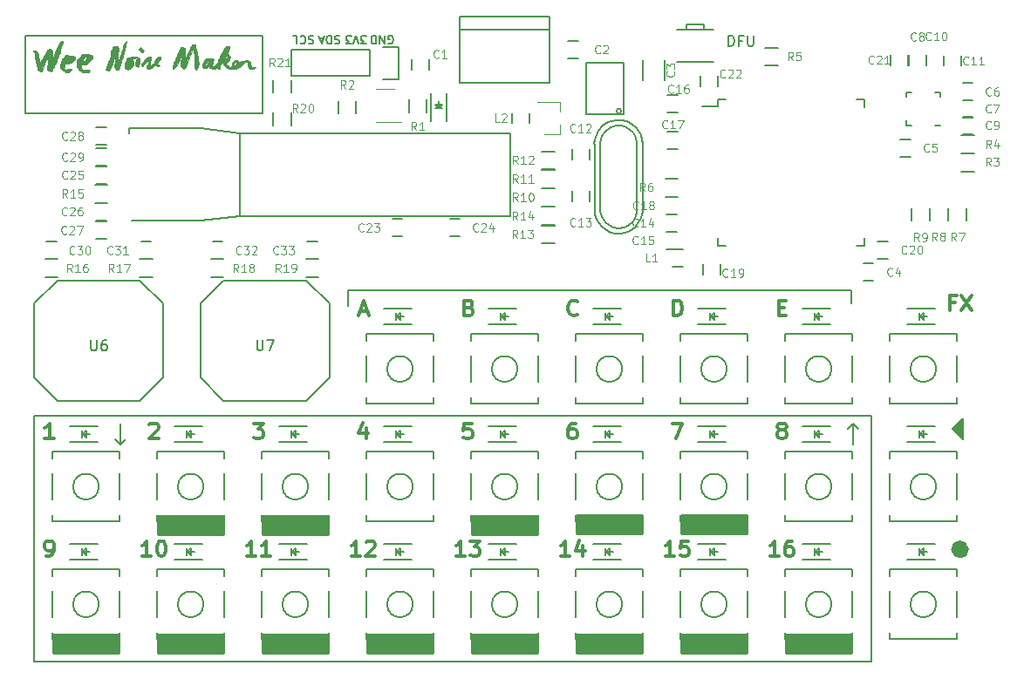
<source format=gto>
G04 #@! TF.FileFunction,Legend,Top*
%FSLAX46Y46*%
G04 Gerber Fmt 4.6, Leading zero omitted, Abs format (unit mm)*
G04 Created by KiCad (PCBNEW 4.0.5-e0-6337~52~ubuntu16.10.1) date Sun Mar 12 18:19:32 2017*
%MOMM*%
%LPD*%
G01*
G04 APERTURE LIST*
%ADD10C,0.100000*%
%ADD11C,0.200000*%
%ADD12C,0.150000*%
%ADD13C,0.300000*%
%ADD14C,1.000000*%
%ADD15C,0.010000*%
%ADD16C,0.120000*%
%ADD17C,0.125000*%
%ADD18C,0.254000*%
G04 APERTURE END LIST*
D10*
D11*
X104754020Y-79436260D02*
X104754020Y-86936260D01*
X104754020Y-86936260D02*
X81754020Y-86936260D01*
X81754020Y-79436260D02*
X104754020Y-79436260D01*
X81754020Y-86936260D02*
X81754020Y-79436260D01*
D12*
X109713381Y-79426790D02*
X109599095Y-79388695D01*
X109408619Y-79388695D01*
X109332429Y-79426790D01*
X109294333Y-79464886D01*
X109256238Y-79541076D01*
X109256238Y-79617267D01*
X109294333Y-79693457D01*
X109332429Y-79731552D01*
X109408619Y-79769648D01*
X109561000Y-79807743D01*
X109637191Y-79845838D01*
X109675286Y-79883933D01*
X109713381Y-79960124D01*
X109713381Y-80036314D01*
X109675286Y-80112505D01*
X109637191Y-80150600D01*
X109561000Y-80188695D01*
X109370524Y-80188695D01*
X109256238Y-80150600D01*
X108456238Y-79464886D02*
X108494333Y-79426790D01*
X108608619Y-79388695D01*
X108684809Y-79388695D01*
X108799095Y-79426790D01*
X108875286Y-79502981D01*
X108913381Y-79579171D01*
X108951476Y-79731552D01*
X108951476Y-79845838D01*
X108913381Y-79998219D01*
X108875286Y-80074410D01*
X108799095Y-80150600D01*
X108684809Y-80188695D01*
X108608619Y-80188695D01*
X108494333Y-80150600D01*
X108456238Y-80112505D01*
X107732428Y-79388695D02*
X108113381Y-79388695D01*
X108113381Y-80188695D01*
X112247028Y-79426790D02*
X112132742Y-79388695D01*
X111942266Y-79388695D01*
X111866076Y-79426790D01*
X111827980Y-79464886D01*
X111789885Y-79541076D01*
X111789885Y-79617267D01*
X111827980Y-79693457D01*
X111866076Y-79731552D01*
X111942266Y-79769648D01*
X112094647Y-79807743D01*
X112170838Y-79845838D01*
X112208933Y-79883933D01*
X112247028Y-79960124D01*
X112247028Y-80036314D01*
X112208933Y-80112505D01*
X112170838Y-80150600D01*
X112094647Y-80188695D01*
X111904171Y-80188695D01*
X111789885Y-80150600D01*
X111447028Y-79388695D02*
X111447028Y-80188695D01*
X111256552Y-80188695D01*
X111142266Y-80150600D01*
X111066075Y-80074410D01*
X111027980Y-79998219D01*
X110989885Y-79845838D01*
X110989885Y-79731552D01*
X111027980Y-79579171D01*
X111066075Y-79502981D01*
X111142266Y-79426790D01*
X111256552Y-79388695D01*
X111447028Y-79388695D01*
X110685123Y-79617267D02*
X110304171Y-79617267D01*
X110761314Y-79388695D02*
X110494647Y-80188695D01*
X110227980Y-79388695D01*
X114831476Y-80188695D02*
X114336238Y-80188695D01*
X114602905Y-79883933D01*
X114488619Y-79883933D01*
X114412429Y-79845838D01*
X114374333Y-79807743D01*
X114336238Y-79731552D01*
X114336238Y-79541076D01*
X114374333Y-79464886D01*
X114412429Y-79426790D01*
X114488619Y-79388695D01*
X114717191Y-79388695D01*
X114793381Y-79426790D01*
X114831476Y-79464886D01*
X114107667Y-80188695D02*
X113841000Y-79388695D01*
X113574333Y-80188695D01*
X113383857Y-80188695D02*
X112888619Y-80188695D01*
X113155286Y-79883933D01*
X113041000Y-79883933D01*
X112964810Y-79845838D01*
X112926714Y-79807743D01*
X112888619Y-79731552D01*
X112888619Y-79541076D01*
X112926714Y-79464886D01*
X112964810Y-79426790D01*
X113041000Y-79388695D01*
X113269572Y-79388695D01*
X113345762Y-79426790D01*
X113383857Y-79464886D01*
X116990523Y-80125200D02*
X117066714Y-80163295D01*
X117180999Y-80163295D01*
X117295285Y-80125200D01*
X117371476Y-80049010D01*
X117409571Y-79972819D01*
X117447666Y-79820438D01*
X117447666Y-79706152D01*
X117409571Y-79553771D01*
X117371476Y-79477581D01*
X117295285Y-79401390D01*
X117180999Y-79363295D01*
X117104809Y-79363295D01*
X116990523Y-79401390D01*
X116952428Y-79439486D01*
X116952428Y-79706152D01*
X117104809Y-79706152D01*
X116609571Y-79363295D02*
X116609571Y-80163295D01*
X116152428Y-79363295D01*
X116152428Y-80163295D01*
X115771476Y-79363295D02*
X115771476Y-80163295D01*
X115581000Y-80163295D01*
X115466714Y-80125200D01*
X115390523Y-80049010D01*
X115352428Y-79972819D01*
X115314333Y-79820438D01*
X115314333Y-79706152D01*
X115352428Y-79553771D01*
X115390523Y-79477581D01*
X115466714Y-79401390D01*
X115581000Y-79363295D01*
X115771476Y-79363295D01*
D11*
X149991914Y-80386181D02*
X149991914Y-79386181D01*
X150230009Y-79386181D01*
X150372867Y-79433800D01*
X150468105Y-79529038D01*
X150515724Y-79624276D01*
X150563343Y-79814752D01*
X150563343Y-79957610D01*
X150515724Y-80148086D01*
X150468105Y-80243324D01*
X150372867Y-80338562D01*
X150230009Y-80386181D01*
X149991914Y-80386181D01*
X151325248Y-79862371D02*
X150991914Y-79862371D01*
X150991914Y-80386181D02*
X150991914Y-79386181D01*
X151468105Y-79386181D01*
X151849057Y-79386181D02*
X151849057Y-80195705D01*
X151896676Y-80290943D01*
X151944295Y-80338562D01*
X152039533Y-80386181D01*
X152230010Y-80386181D01*
X152325248Y-80338562D01*
X152372867Y-80290943D01*
X152420486Y-80195705D01*
X152420486Y-79386181D01*
X172466000Y-118110000D02*
X172720000Y-118364000D01*
X172720000Y-117856000D02*
X172466000Y-118110000D01*
X172720000Y-117348000D02*
X172212000Y-117856000D01*
X171958000Y-117602000D02*
X172720000Y-116840000D01*
X172212000Y-117856000D02*
X171958000Y-117602000D01*
X172212000Y-117094000D02*
X172212000Y-117856000D01*
X172466000Y-116840000D02*
X172212000Y-117094000D01*
X172466000Y-118364000D02*
X172466000Y-116840000D01*
X172720000Y-118364000D02*
X172466000Y-118364000D01*
X172720000Y-117602000D02*
X172720000Y-118364000D01*
X172212000Y-118110000D02*
X172720000Y-117602000D01*
X172720000Y-117094000D02*
X172212000Y-117602000D01*
X171958000Y-117856000D02*
X172720000Y-117094000D01*
X161950400Y-104140000D02*
X161950400Y-105410000D01*
X123850400Y-104140000D02*
X113055400Y-104140000D01*
X161950400Y-104140000D02*
X123850400Y-104140000D01*
X113055400Y-104140000D02*
X113055400Y-105664000D01*
X82550000Y-116332000D02*
X163830000Y-116332000D01*
X82550000Y-140208000D02*
X82550000Y-116332000D01*
X163830000Y-140208000D02*
X82550000Y-140208000D01*
X163830000Y-116332000D02*
X163830000Y-140208000D01*
X162052000Y-119126000D02*
X162052000Y-117094000D01*
X162052000Y-117094000D02*
X161544000Y-117602000D01*
X162052000Y-117094000D02*
X162560000Y-117602000D01*
X90932000Y-119126000D02*
X90424000Y-118618000D01*
X90932000Y-119126000D02*
X91440000Y-118618000D01*
X90932000Y-117094000D02*
X90932000Y-119126000D01*
D13*
X154897972Y-105810857D02*
X155397972Y-105810857D01*
X155612258Y-106596571D02*
X154897972Y-106596571D01*
X154897972Y-105096571D01*
X155612258Y-105096571D01*
X144666543Y-106596571D02*
X144666543Y-105096571D01*
X145023686Y-105096571D01*
X145237971Y-105168000D01*
X145380829Y-105310857D01*
X145452257Y-105453714D01*
X145523686Y-105739429D01*
X145523686Y-105953714D01*
X145452257Y-106239429D01*
X145380829Y-106382286D01*
X145237971Y-106525143D01*
X145023686Y-106596571D01*
X144666543Y-106596571D01*
X135363686Y-106453714D02*
X135292257Y-106525143D01*
X135077971Y-106596571D01*
X134935114Y-106596571D01*
X134720829Y-106525143D01*
X134577971Y-106382286D01*
X134506543Y-106239429D01*
X134435114Y-105953714D01*
X134435114Y-105739429D01*
X134506543Y-105453714D01*
X134577971Y-105310857D01*
X134720829Y-105168000D01*
X134935114Y-105096571D01*
X135077971Y-105096571D01*
X135292257Y-105168000D01*
X135363686Y-105239429D01*
X124846543Y-105810857D02*
X125060829Y-105882286D01*
X125132257Y-105953714D01*
X125203686Y-106096571D01*
X125203686Y-106310857D01*
X125132257Y-106453714D01*
X125060829Y-106525143D01*
X124917971Y-106596571D01*
X124346543Y-106596571D01*
X124346543Y-105096571D01*
X124846543Y-105096571D01*
X124989400Y-105168000D01*
X125060829Y-105239429D01*
X125132257Y-105382286D01*
X125132257Y-105525143D01*
X125060829Y-105668000D01*
X124989400Y-105739429D01*
X124846543Y-105810857D01*
X124346543Y-105810857D01*
X114222257Y-106168000D02*
X114936543Y-106168000D01*
X114079400Y-106596571D02*
X114579400Y-105096571D01*
X115079400Y-106596571D01*
X171966001Y-105302857D02*
X171466001Y-105302857D01*
X171466001Y-106088571D02*
X171466001Y-104588571D01*
X172180287Y-104588571D01*
X172608858Y-104588571D02*
X173608858Y-106088571D01*
X173608858Y-104588571D02*
X172608858Y-106088571D01*
X154908286Y-129964571D02*
X154051143Y-129964571D01*
X154479715Y-129964571D02*
X154479715Y-128464571D01*
X154336858Y-128678857D01*
X154194000Y-128821714D01*
X154051143Y-128893143D01*
X156194000Y-128464571D02*
X155908286Y-128464571D01*
X155765429Y-128536000D01*
X155694000Y-128607429D01*
X155551143Y-128821714D01*
X155479714Y-129107429D01*
X155479714Y-129678857D01*
X155551143Y-129821714D01*
X155622571Y-129893143D01*
X155765429Y-129964571D01*
X156051143Y-129964571D01*
X156194000Y-129893143D01*
X156265429Y-129821714D01*
X156336857Y-129678857D01*
X156336857Y-129321714D01*
X156265429Y-129178857D01*
X156194000Y-129107429D01*
X156051143Y-129036000D01*
X155765429Y-129036000D01*
X155622571Y-129107429D01*
X155551143Y-129178857D01*
X155479714Y-129321714D01*
X144748286Y-129964571D02*
X143891143Y-129964571D01*
X144319715Y-129964571D02*
X144319715Y-128464571D01*
X144176858Y-128678857D01*
X144034000Y-128821714D01*
X143891143Y-128893143D01*
X146105429Y-128464571D02*
X145391143Y-128464571D01*
X145319714Y-129178857D01*
X145391143Y-129107429D01*
X145534000Y-129036000D01*
X145891143Y-129036000D01*
X146034000Y-129107429D01*
X146105429Y-129178857D01*
X146176857Y-129321714D01*
X146176857Y-129678857D01*
X146105429Y-129821714D01*
X146034000Y-129893143D01*
X145891143Y-129964571D01*
X145534000Y-129964571D01*
X145391143Y-129893143D01*
X145319714Y-129821714D01*
X134588286Y-129964571D02*
X133731143Y-129964571D01*
X134159715Y-129964571D02*
X134159715Y-128464571D01*
X134016858Y-128678857D01*
X133874000Y-128821714D01*
X133731143Y-128893143D01*
X135874000Y-128964571D02*
X135874000Y-129964571D01*
X135516857Y-128393143D02*
X135159714Y-129464571D01*
X136088286Y-129464571D01*
X124428286Y-129964571D02*
X123571143Y-129964571D01*
X123999715Y-129964571D02*
X123999715Y-128464571D01*
X123856858Y-128678857D01*
X123714000Y-128821714D01*
X123571143Y-128893143D01*
X124928286Y-128464571D02*
X125856857Y-128464571D01*
X125356857Y-129036000D01*
X125571143Y-129036000D01*
X125714000Y-129107429D01*
X125785429Y-129178857D01*
X125856857Y-129321714D01*
X125856857Y-129678857D01*
X125785429Y-129821714D01*
X125714000Y-129893143D01*
X125571143Y-129964571D01*
X125142571Y-129964571D01*
X124999714Y-129893143D01*
X124928286Y-129821714D01*
X114268286Y-129964571D02*
X113411143Y-129964571D01*
X113839715Y-129964571D02*
X113839715Y-128464571D01*
X113696858Y-128678857D01*
X113554000Y-128821714D01*
X113411143Y-128893143D01*
X114839714Y-128607429D02*
X114911143Y-128536000D01*
X115054000Y-128464571D01*
X115411143Y-128464571D01*
X115554000Y-128536000D01*
X115625429Y-128607429D01*
X115696857Y-128750286D01*
X115696857Y-128893143D01*
X115625429Y-129107429D01*
X114768286Y-129964571D01*
X115696857Y-129964571D01*
X104108286Y-129964571D02*
X103251143Y-129964571D01*
X103679715Y-129964571D02*
X103679715Y-128464571D01*
X103536858Y-128678857D01*
X103394000Y-128821714D01*
X103251143Y-128893143D01*
X105536857Y-129964571D02*
X104679714Y-129964571D01*
X105108286Y-129964571D02*
X105108286Y-128464571D01*
X104965429Y-128678857D01*
X104822571Y-128821714D01*
X104679714Y-128893143D01*
X93948286Y-129964571D02*
X93091143Y-129964571D01*
X93519715Y-129964571D02*
X93519715Y-128464571D01*
X93376858Y-128678857D01*
X93234000Y-128821714D01*
X93091143Y-128893143D01*
X94876857Y-128464571D02*
X95019714Y-128464571D01*
X95162571Y-128536000D01*
X95234000Y-128607429D01*
X95305429Y-128750286D01*
X95376857Y-129036000D01*
X95376857Y-129393143D01*
X95305429Y-129678857D01*
X95234000Y-129821714D01*
X95162571Y-129893143D01*
X95019714Y-129964571D01*
X94876857Y-129964571D01*
X94734000Y-129893143D01*
X94662571Y-129821714D01*
X94591143Y-129678857D01*
X94519714Y-129393143D01*
X94519714Y-129036000D01*
X94591143Y-128750286D01*
X94662571Y-128607429D01*
X94734000Y-128536000D01*
X94876857Y-128464571D01*
X83788286Y-129964571D02*
X84074001Y-129964571D01*
X84216858Y-129893143D01*
X84288286Y-129821714D01*
X84431144Y-129607429D01*
X84502572Y-129321714D01*
X84502572Y-128750286D01*
X84431144Y-128607429D01*
X84359715Y-128536000D01*
X84216858Y-128464571D01*
X83931144Y-128464571D01*
X83788286Y-128536000D01*
X83716858Y-128607429D01*
X83645429Y-128750286D01*
X83645429Y-129107429D01*
X83716858Y-129250286D01*
X83788286Y-129321714D01*
X83931144Y-129393143D01*
X84216858Y-129393143D01*
X84359715Y-129321714D01*
X84431144Y-129250286D01*
X84502572Y-129107429D01*
D11*
X172720000Y-118618000D02*
X172720000Y-116586000D01*
X171704000Y-117602000D02*
X172720000Y-118618000D01*
X172720000Y-116586000D02*
X171704000Y-117602000D01*
D14*
X172825210Y-129286000D02*
G75*
G03X172825210Y-129286000I-359210J0D01*
G01*
D13*
X155051144Y-117677429D02*
X154908286Y-117606000D01*
X154836858Y-117534571D01*
X154765429Y-117391714D01*
X154765429Y-117320286D01*
X154836858Y-117177429D01*
X154908286Y-117106000D01*
X155051144Y-117034571D01*
X155336858Y-117034571D01*
X155479715Y-117106000D01*
X155551144Y-117177429D01*
X155622572Y-117320286D01*
X155622572Y-117391714D01*
X155551144Y-117534571D01*
X155479715Y-117606000D01*
X155336858Y-117677429D01*
X155051144Y-117677429D01*
X154908286Y-117748857D01*
X154836858Y-117820286D01*
X154765429Y-117963143D01*
X154765429Y-118248857D01*
X154836858Y-118391714D01*
X154908286Y-118463143D01*
X155051144Y-118534571D01*
X155336858Y-118534571D01*
X155479715Y-118463143D01*
X155551144Y-118391714D01*
X155622572Y-118248857D01*
X155622572Y-117963143D01*
X155551144Y-117820286D01*
X155479715Y-117748857D01*
X155336858Y-117677429D01*
X144534001Y-117034571D02*
X145534001Y-117034571D01*
X144891144Y-118534571D01*
X135159715Y-117034571D02*
X134874001Y-117034571D01*
X134731144Y-117106000D01*
X134659715Y-117177429D01*
X134516858Y-117391714D01*
X134445429Y-117677429D01*
X134445429Y-118248857D01*
X134516858Y-118391714D01*
X134588286Y-118463143D01*
X134731144Y-118534571D01*
X135016858Y-118534571D01*
X135159715Y-118463143D01*
X135231144Y-118391714D01*
X135302572Y-118248857D01*
X135302572Y-117891714D01*
X135231144Y-117748857D01*
X135159715Y-117677429D01*
X135016858Y-117606000D01*
X134731144Y-117606000D01*
X134588286Y-117677429D01*
X134516858Y-117748857D01*
X134445429Y-117891714D01*
X125071144Y-117034571D02*
X124356858Y-117034571D01*
X124285429Y-117748857D01*
X124356858Y-117677429D01*
X124499715Y-117606000D01*
X124856858Y-117606000D01*
X124999715Y-117677429D01*
X125071144Y-117748857D01*
X125142572Y-117891714D01*
X125142572Y-118248857D01*
X125071144Y-118391714D01*
X124999715Y-118463143D01*
X124856858Y-118534571D01*
X124499715Y-118534571D01*
X124356858Y-118463143D01*
X124285429Y-118391714D01*
X114839715Y-117534571D02*
X114839715Y-118534571D01*
X114482572Y-116963143D02*
X114125429Y-118034571D01*
X115054001Y-118034571D01*
X103894001Y-117034571D02*
X104822572Y-117034571D01*
X104322572Y-117606000D01*
X104536858Y-117606000D01*
X104679715Y-117677429D01*
X104751144Y-117748857D01*
X104822572Y-117891714D01*
X104822572Y-118248857D01*
X104751144Y-118391714D01*
X104679715Y-118463143D01*
X104536858Y-118534571D01*
X104108286Y-118534571D01*
X103965429Y-118463143D01*
X103894001Y-118391714D01*
X93805429Y-117177429D02*
X93876858Y-117106000D01*
X94019715Y-117034571D01*
X94376858Y-117034571D01*
X94519715Y-117106000D01*
X94591144Y-117177429D01*
X94662572Y-117320286D01*
X94662572Y-117463143D01*
X94591144Y-117677429D01*
X93734001Y-118534571D01*
X94662572Y-118534571D01*
X84502572Y-118534571D02*
X83645429Y-118534571D01*
X84074001Y-118534571D02*
X84074001Y-117034571D01*
X83931144Y-117248857D01*
X83788286Y-117391714D01*
X83645429Y-117463143D01*
D15*
G36*
X87702249Y-81162698D02*
X87883420Y-81187049D01*
X88035491Y-81224646D01*
X88145655Y-81273043D01*
X88153023Y-81277809D01*
X88227895Y-81352752D01*
X88254455Y-81445792D01*
X88232220Y-81558400D01*
X88160702Y-81692049D01*
X88039417Y-81848208D01*
X87923590Y-81972776D01*
X87794949Y-82093289D01*
X87682587Y-82170947D01*
X87573342Y-82211051D01*
X87454053Y-82218906D01*
X87344924Y-82205945D01*
X87186117Y-82178585D01*
X87160936Y-82280144D01*
X87133052Y-82395921D01*
X87118274Y-82470488D01*
X87115164Y-82517172D01*
X87122284Y-82549303D01*
X87130121Y-82565751D01*
X87169178Y-82602973D01*
X87242474Y-82647901D01*
X87303453Y-82677205D01*
X87384776Y-82708343D01*
X87461600Y-82726069D01*
X87552626Y-82732756D01*
X87676554Y-82730775D01*
X87713801Y-82729250D01*
X87836581Y-82724605D01*
X87913576Y-82724965D01*
X87955358Y-82732200D01*
X87972502Y-82748178D01*
X87975578Y-82774766D01*
X87975567Y-82775511D01*
X87958088Y-82843543D01*
X87932043Y-82889704D01*
X87902710Y-82917904D01*
X87857964Y-82935728D01*
X87784941Y-82945960D01*
X87670776Y-82951383D01*
X87643663Y-82952092D01*
X87521151Y-82951989D01*
X87411497Y-82946486D01*
X87333570Y-82936692D01*
X87318959Y-82933008D01*
X87198398Y-82878354D01*
X87066581Y-82793019D01*
X86944845Y-82692402D01*
X86863814Y-82604516D01*
X86767574Y-82449082D01*
X86722597Y-82295511D01*
X86725881Y-82130133D01*
X86741956Y-82049637D01*
X86764429Y-81947692D01*
X86767856Y-81909341D01*
X87262714Y-81909341D01*
X87270981Y-81940788D01*
X87314596Y-81934182D01*
X87397345Y-81890592D01*
X87420345Y-81876657D01*
X87487496Y-81825693D01*
X87557219Y-81757842D01*
X87619244Y-81685504D01*
X87663301Y-81621083D01*
X87679120Y-81576980D01*
X87675722Y-81568258D01*
X87677092Y-81535233D01*
X87704731Y-81480161D01*
X87704787Y-81480076D01*
X87734002Y-81429505D01*
X87725494Y-81405891D01*
X87679250Y-81391183D01*
X87595805Y-81394813D01*
X87552317Y-81422886D01*
X87492181Y-81491411D01*
X87421214Y-81592656D01*
X87351498Y-81707753D01*
X87295113Y-81817838D01*
X87286005Y-81838773D01*
X87262714Y-81909341D01*
X86767856Y-81909341D01*
X86770420Y-81880656D01*
X86760159Y-81829525D01*
X86745027Y-81796093D01*
X86720641Y-81742123D01*
X86732462Y-81721682D01*
X86790159Y-81718482D01*
X86791105Y-81718482D01*
X86864237Y-81703713D01*
X86903151Y-81654982D01*
X86936059Y-81599860D01*
X86994016Y-81523646D01*
X87045064Y-81464482D01*
X87122883Y-81377087D01*
X87197308Y-81290023D01*
X87233426Y-81245760D01*
X87274780Y-81197643D01*
X87314923Y-81170192D01*
X87370957Y-81157628D01*
X87459983Y-81154167D01*
X87504781Y-81154037D01*
X87702249Y-81162698D01*
X87702249Y-81162698D01*
G37*
X87702249Y-81162698D02*
X87883420Y-81187049D01*
X88035491Y-81224646D01*
X88145655Y-81273043D01*
X88153023Y-81277809D01*
X88227895Y-81352752D01*
X88254455Y-81445792D01*
X88232220Y-81558400D01*
X88160702Y-81692049D01*
X88039417Y-81848208D01*
X87923590Y-81972776D01*
X87794949Y-82093289D01*
X87682587Y-82170947D01*
X87573342Y-82211051D01*
X87454053Y-82218906D01*
X87344924Y-82205945D01*
X87186117Y-82178585D01*
X87160936Y-82280144D01*
X87133052Y-82395921D01*
X87118274Y-82470488D01*
X87115164Y-82517172D01*
X87122284Y-82549303D01*
X87130121Y-82565751D01*
X87169178Y-82602973D01*
X87242474Y-82647901D01*
X87303453Y-82677205D01*
X87384776Y-82708343D01*
X87461600Y-82726069D01*
X87552626Y-82732756D01*
X87676554Y-82730775D01*
X87713801Y-82729250D01*
X87836581Y-82724605D01*
X87913576Y-82724965D01*
X87955358Y-82732200D01*
X87972502Y-82748178D01*
X87975578Y-82774766D01*
X87975567Y-82775511D01*
X87958088Y-82843543D01*
X87932043Y-82889704D01*
X87902710Y-82917904D01*
X87857964Y-82935728D01*
X87784941Y-82945960D01*
X87670776Y-82951383D01*
X87643663Y-82952092D01*
X87521151Y-82951989D01*
X87411497Y-82946486D01*
X87333570Y-82936692D01*
X87318959Y-82933008D01*
X87198398Y-82878354D01*
X87066581Y-82793019D01*
X86944845Y-82692402D01*
X86863814Y-82604516D01*
X86767574Y-82449082D01*
X86722597Y-82295511D01*
X86725881Y-82130133D01*
X86741956Y-82049637D01*
X86764429Y-81947692D01*
X86767856Y-81909341D01*
X87262714Y-81909341D01*
X87270981Y-81940788D01*
X87314596Y-81934182D01*
X87397345Y-81890592D01*
X87420345Y-81876657D01*
X87487496Y-81825693D01*
X87557219Y-81757842D01*
X87619244Y-81685504D01*
X87663301Y-81621083D01*
X87679120Y-81576980D01*
X87675722Y-81568258D01*
X87677092Y-81535233D01*
X87704731Y-81480161D01*
X87704787Y-81480076D01*
X87734002Y-81429505D01*
X87725494Y-81405891D01*
X87679250Y-81391183D01*
X87595805Y-81394813D01*
X87552317Y-81422886D01*
X87492181Y-81491411D01*
X87421214Y-81592656D01*
X87351498Y-81707753D01*
X87295113Y-81817838D01*
X87286005Y-81838773D01*
X87262714Y-81909341D01*
X86767856Y-81909341D01*
X86770420Y-81880656D01*
X86760159Y-81829525D01*
X86745027Y-81796093D01*
X86720641Y-81742123D01*
X86732462Y-81721682D01*
X86790159Y-81718482D01*
X86791105Y-81718482D01*
X86864237Y-81703713D01*
X86903151Y-81654982D01*
X86936059Y-81599860D01*
X86994016Y-81523646D01*
X87045064Y-81464482D01*
X87122883Y-81377087D01*
X87197308Y-81290023D01*
X87233426Y-81245760D01*
X87274780Y-81197643D01*
X87314923Y-81170192D01*
X87370957Y-81157628D01*
X87459983Y-81154167D01*
X87504781Y-81154037D01*
X87702249Y-81162698D01*
G36*
X85965898Y-81308372D02*
X86127909Y-81326056D01*
X86318570Y-81359173D01*
X86454648Y-81406196D01*
X86536437Y-81467823D01*
X86564234Y-81544750D01*
X86538331Y-81637677D01*
X86459025Y-81747300D01*
X86350647Y-81853419D01*
X86188618Y-81978690D01*
X86039317Y-82053994D01*
X85894903Y-82081929D01*
X85747534Y-82065090D01*
X85727598Y-82059704D01*
X85668839Y-82047085D01*
X85634738Y-82061209D01*
X85606507Y-82113497D01*
X85595772Y-82139836D01*
X85566263Y-82227660D01*
X85535436Y-82340907D01*
X85517965Y-82417388D01*
X85499816Y-82519047D01*
X85497545Y-82582198D01*
X85511256Y-82622528D01*
X85519377Y-82633590D01*
X85584902Y-82669053D01*
X85696616Y-82674485D01*
X85852941Y-82649924D01*
X85959187Y-82623137D01*
X86064463Y-82595604D01*
X86130087Y-82584785D01*
X86170047Y-82589833D01*
X86197149Y-82608719D01*
X86220804Y-82642757D01*
X86211257Y-82681469D01*
X86181294Y-82725375D01*
X86062319Y-82842127D01*
X85918875Y-82908866D01*
X85754366Y-82924663D01*
X85577576Y-82890333D01*
X85440263Y-82822761D01*
X85315926Y-82718854D01*
X85215119Y-82591713D01*
X85148394Y-82454441D01*
X85126178Y-82329892D01*
X85134199Y-82262664D01*
X85155132Y-82167286D01*
X85183854Y-82061591D01*
X85215239Y-81963417D01*
X85244165Y-81890598D01*
X85259846Y-81864633D01*
X85278403Y-81824781D01*
X85754693Y-81824781D01*
X85769495Y-81831371D01*
X85807009Y-81815362D01*
X85871377Y-81774307D01*
X85918888Y-81739648D01*
X86000187Y-81671597D01*
X86044393Y-81622766D01*
X86050397Y-81597892D01*
X86017092Y-81601710D01*
X85943368Y-81638956D01*
X85942308Y-81639581D01*
X85866859Y-81691109D01*
X85804481Y-81745765D01*
X85764113Y-81793628D01*
X85754693Y-81824781D01*
X85278403Y-81824781D01*
X85284343Y-81812027D01*
X85295312Y-81735342D01*
X85295354Y-81730577D01*
X85305433Y-81658327D01*
X85332903Y-81633815D01*
X85369022Y-81612454D01*
X85422143Y-81557472D01*
X85461656Y-81506815D01*
X85516181Y-81436829D01*
X85560291Y-81390702D01*
X85578444Y-81379815D01*
X85592465Y-81359058D01*
X85587782Y-81337482D01*
X85602244Y-81310557D01*
X85670698Y-81296717D01*
X85792222Y-81295982D01*
X85965898Y-81308372D01*
X85965898Y-81308372D01*
G37*
X85965898Y-81308372D02*
X86127909Y-81326056D01*
X86318570Y-81359173D01*
X86454648Y-81406196D01*
X86536437Y-81467823D01*
X86564234Y-81544750D01*
X86538331Y-81637677D01*
X86459025Y-81747300D01*
X86350647Y-81853419D01*
X86188618Y-81978690D01*
X86039317Y-82053994D01*
X85894903Y-82081929D01*
X85747534Y-82065090D01*
X85727598Y-82059704D01*
X85668839Y-82047085D01*
X85634738Y-82061209D01*
X85606507Y-82113497D01*
X85595772Y-82139836D01*
X85566263Y-82227660D01*
X85535436Y-82340907D01*
X85517965Y-82417388D01*
X85499816Y-82519047D01*
X85497545Y-82582198D01*
X85511256Y-82622528D01*
X85519377Y-82633590D01*
X85584902Y-82669053D01*
X85696616Y-82674485D01*
X85852941Y-82649924D01*
X85959187Y-82623137D01*
X86064463Y-82595604D01*
X86130087Y-82584785D01*
X86170047Y-82589833D01*
X86197149Y-82608719D01*
X86220804Y-82642757D01*
X86211257Y-82681469D01*
X86181294Y-82725375D01*
X86062319Y-82842127D01*
X85918875Y-82908866D01*
X85754366Y-82924663D01*
X85577576Y-82890333D01*
X85440263Y-82822761D01*
X85315926Y-82718854D01*
X85215119Y-82591713D01*
X85148394Y-82454441D01*
X85126178Y-82329892D01*
X85134199Y-82262664D01*
X85155132Y-82167286D01*
X85183854Y-82061591D01*
X85215239Y-81963417D01*
X85244165Y-81890598D01*
X85259846Y-81864633D01*
X85278403Y-81824781D01*
X85754693Y-81824781D01*
X85769495Y-81831371D01*
X85807009Y-81815362D01*
X85871377Y-81774307D01*
X85918888Y-81739648D01*
X86000187Y-81671597D01*
X86044393Y-81622766D01*
X86050397Y-81597892D01*
X86017092Y-81601710D01*
X85943368Y-81638956D01*
X85942308Y-81639581D01*
X85866859Y-81691109D01*
X85804481Y-81745765D01*
X85764113Y-81793628D01*
X85754693Y-81824781D01*
X85278403Y-81824781D01*
X85284343Y-81812027D01*
X85295312Y-81735342D01*
X85295354Y-81730577D01*
X85305433Y-81658327D01*
X85332903Y-81633815D01*
X85369022Y-81612454D01*
X85422143Y-81557472D01*
X85461656Y-81506815D01*
X85516181Y-81436829D01*
X85560291Y-81390702D01*
X85578444Y-81379815D01*
X85592465Y-81359058D01*
X85587782Y-81337482D01*
X85602244Y-81310557D01*
X85670698Y-81296717D01*
X85792222Y-81295982D01*
X85965898Y-81308372D01*
G36*
X85363674Y-79945267D02*
X85376152Y-80015942D01*
X85353729Y-80128628D01*
X85321529Y-80223102D01*
X85283292Y-80325109D01*
X85248504Y-80419227D01*
X85232768Y-80462593D01*
X85202886Y-80533721D01*
X85175451Y-80581891D01*
X85157118Y-80629985D01*
X85143360Y-80709394D01*
X85140500Y-80742091D01*
X85124891Y-80844754D01*
X85091585Y-80980892D01*
X85045775Y-81132383D01*
X84992658Y-81281109D01*
X84969804Y-81337482D01*
X84941650Y-81406483D01*
X84901923Y-81506823D01*
X84859103Y-81617075D01*
X84858092Y-81619704D01*
X84817538Y-81716017D01*
X84757289Y-81847404D01*
X84684314Y-81999191D01*
X84605582Y-82156703D01*
X84573108Y-82219815D01*
X84501508Y-82362444D01*
X84440469Y-82493149D01*
X84394567Y-82601398D01*
X84368376Y-82676663D01*
X84364020Y-82701004D01*
X84344610Y-82789099D01*
X84291017Y-82837472D01*
X84210197Y-82845047D01*
X84109106Y-82810749D01*
X84020492Y-82754112D01*
X83898354Y-82660853D01*
X83898354Y-82380167D01*
X83900680Y-82222911D01*
X83906904Y-82039623D01*
X83915891Y-81860490D01*
X83920552Y-81789037D01*
X83929600Y-81654810D01*
X83933259Y-81569136D01*
X83930853Y-81524321D01*
X83921707Y-81512670D01*
X83905145Y-81526489D01*
X83898238Y-81534945D01*
X83846817Y-81612904D01*
X83782071Y-81729699D01*
X83710589Y-81871351D01*
X83638961Y-82023881D01*
X83573778Y-82173312D01*
X83521628Y-82305665D01*
X83491580Y-82397538D01*
X83432340Y-82600035D01*
X83379271Y-82748625D01*
X83331460Y-82845400D01*
X83287996Y-82892451D01*
X83273421Y-82897593D01*
X83223829Y-82887279D01*
X83145159Y-82852620D01*
X83058743Y-82803695D01*
X82972845Y-82748115D01*
X82924313Y-82706714D01*
X82902482Y-82664024D01*
X82896684Y-82604577D01*
X82896465Y-82568346D01*
X82889469Y-82474439D01*
X82871029Y-82351207D01*
X82844964Y-82223669D01*
X82841853Y-82210688D01*
X82783014Y-81962590D01*
X82737954Y-81756112D01*
X82704226Y-81578813D01*
X82679388Y-81418250D01*
X82667680Y-81324301D01*
X82649720Y-81175622D01*
X82633621Y-81073585D01*
X82616195Y-81008613D01*
X82594257Y-80971128D01*
X82564621Y-80951555D01*
X82541241Y-80944279D01*
X82485369Y-80913004D01*
X82478480Y-80870781D01*
X82520439Y-80834471D01*
X82542188Y-80827336D01*
X82635869Y-80826561D01*
X82745336Y-80858291D01*
X82846531Y-80915048D01*
X82860806Y-80926335D01*
X82913478Y-80983553D01*
X82952502Y-81061146D01*
X82981512Y-81170051D01*
X83004145Y-81321205D01*
X83010147Y-81375574D01*
X83031142Y-81523279D01*
X83062632Y-81684304D01*
X83097813Y-81823872D01*
X83097936Y-81824286D01*
X83161188Y-82037350D01*
X83203280Y-81948471D01*
X83237368Y-81889068D01*
X83265661Y-81860137D01*
X83268474Y-81859593D01*
X83289575Y-81836972D01*
X83291576Y-81821513D01*
X83306566Y-81768846D01*
X83348008Y-81678997D01*
X83410605Y-81561454D01*
X83489065Y-81425708D01*
X83578093Y-81281246D01*
X83672393Y-81137558D01*
X83676849Y-81131008D01*
X83749306Y-81019042D01*
X83807711Y-80918049D01*
X83845354Y-80840338D01*
X83856020Y-80802416D01*
X83865674Y-80753663D01*
X83901078Y-80723322D01*
X83971898Y-80707561D01*
X84087796Y-80702545D01*
X84107955Y-80702482D01*
X84198863Y-80704832D01*
X84265253Y-80716985D01*
X84310968Y-80746592D01*
X84339856Y-80801304D01*
X84355762Y-80888774D01*
X84362533Y-81016654D01*
X84364015Y-81192595D01*
X84364020Y-81211928D01*
X84364445Y-81369692D01*
X84366315Y-81478048D01*
X84370523Y-81544030D01*
X84377960Y-81574671D01*
X84389520Y-81577005D01*
X84406095Y-81558065D01*
X84407661Y-81555847D01*
X84441852Y-81493534D01*
X84481391Y-81402576D01*
X84502869Y-81344956D01*
X84539393Y-81239628D01*
X84574376Y-81138602D01*
X84588555Y-81097593D01*
X84650083Y-80939082D01*
X84707146Y-80831868D01*
X84719062Y-80815371D01*
X84746085Y-80759776D01*
X84768521Y-80679982D01*
X84770436Y-80669929D01*
X84792924Y-80598087D01*
X84824513Y-80554077D01*
X84830455Y-80550870D01*
X84866014Y-80512527D01*
X84872020Y-80483869D01*
X84887702Y-80422930D01*
X84917314Y-80368154D01*
X84961073Y-80288416D01*
X84984013Y-80227818D01*
X85009481Y-80175280D01*
X85037498Y-80159204D01*
X85062830Y-80148943D01*
X85062520Y-80139495D01*
X85073028Y-80090208D01*
X85113107Y-80025383D01*
X85167813Y-79964182D01*
X85222197Y-79925766D01*
X85231791Y-79922485D01*
X85315740Y-79914737D01*
X85363674Y-79945267D01*
X85363674Y-79945267D01*
G37*
X85363674Y-79945267D02*
X85376152Y-80015942D01*
X85353729Y-80128628D01*
X85321529Y-80223102D01*
X85283292Y-80325109D01*
X85248504Y-80419227D01*
X85232768Y-80462593D01*
X85202886Y-80533721D01*
X85175451Y-80581891D01*
X85157118Y-80629985D01*
X85143360Y-80709394D01*
X85140500Y-80742091D01*
X85124891Y-80844754D01*
X85091585Y-80980892D01*
X85045775Y-81132383D01*
X84992658Y-81281109D01*
X84969804Y-81337482D01*
X84941650Y-81406483D01*
X84901923Y-81506823D01*
X84859103Y-81617075D01*
X84858092Y-81619704D01*
X84817538Y-81716017D01*
X84757289Y-81847404D01*
X84684314Y-81999191D01*
X84605582Y-82156703D01*
X84573108Y-82219815D01*
X84501508Y-82362444D01*
X84440469Y-82493149D01*
X84394567Y-82601398D01*
X84368376Y-82676663D01*
X84364020Y-82701004D01*
X84344610Y-82789099D01*
X84291017Y-82837472D01*
X84210197Y-82845047D01*
X84109106Y-82810749D01*
X84020492Y-82754112D01*
X83898354Y-82660853D01*
X83898354Y-82380167D01*
X83900680Y-82222911D01*
X83906904Y-82039623D01*
X83915891Y-81860490D01*
X83920552Y-81789037D01*
X83929600Y-81654810D01*
X83933259Y-81569136D01*
X83930853Y-81524321D01*
X83921707Y-81512670D01*
X83905145Y-81526489D01*
X83898238Y-81534945D01*
X83846817Y-81612904D01*
X83782071Y-81729699D01*
X83710589Y-81871351D01*
X83638961Y-82023881D01*
X83573778Y-82173312D01*
X83521628Y-82305665D01*
X83491580Y-82397538D01*
X83432340Y-82600035D01*
X83379271Y-82748625D01*
X83331460Y-82845400D01*
X83287996Y-82892451D01*
X83273421Y-82897593D01*
X83223829Y-82887279D01*
X83145159Y-82852620D01*
X83058743Y-82803695D01*
X82972845Y-82748115D01*
X82924313Y-82706714D01*
X82902482Y-82664024D01*
X82896684Y-82604577D01*
X82896465Y-82568346D01*
X82889469Y-82474439D01*
X82871029Y-82351207D01*
X82844964Y-82223669D01*
X82841853Y-82210688D01*
X82783014Y-81962590D01*
X82737954Y-81756112D01*
X82704226Y-81578813D01*
X82679388Y-81418250D01*
X82667680Y-81324301D01*
X82649720Y-81175622D01*
X82633621Y-81073585D01*
X82616195Y-81008613D01*
X82594257Y-80971128D01*
X82564621Y-80951555D01*
X82541241Y-80944279D01*
X82485369Y-80913004D01*
X82478480Y-80870781D01*
X82520439Y-80834471D01*
X82542188Y-80827336D01*
X82635869Y-80826561D01*
X82745336Y-80858291D01*
X82846531Y-80915048D01*
X82860806Y-80926335D01*
X82913478Y-80983553D01*
X82952502Y-81061146D01*
X82981512Y-81170051D01*
X83004145Y-81321205D01*
X83010147Y-81375574D01*
X83031142Y-81523279D01*
X83062632Y-81684304D01*
X83097813Y-81823872D01*
X83097936Y-81824286D01*
X83161188Y-82037350D01*
X83203280Y-81948471D01*
X83237368Y-81889068D01*
X83265661Y-81860137D01*
X83268474Y-81859593D01*
X83289575Y-81836972D01*
X83291576Y-81821513D01*
X83306566Y-81768846D01*
X83348008Y-81678997D01*
X83410605Y-81561454D01*
X83489065Y-81425708D01*
X83578093Y-81281246D01*
X83672393Y-81137558D01*
X83676849Y-81131008D01*
X83749306Y-81019042D01*
X83807711Y-80918049D01*
X83845354Y-80840338D01*
X83856020Y-80802416D01*
X83865674Y-80753663D01*
X83901078Y-80723322D01*
X83971898Y-80707561D01*
X84087796Y-80702545D01*
X84107955Y-80702482D01*
X84198863Y-80704832D01*
X84265253Y-80716985D01*
X84310968Y-80746592D01*
X84339856Y-80801304D01*
X84355762Y-80888774D01*
X84362533Y-81016654D01*
X84364015Y-81192595D01*
X84364020Y-81211928D01*
X84364445Y-81369692D01*
X84366315Y-81478048D01*
X84370523Y-81544030D01*
X84377960Y-81574671D01*
X84389520Y-81577005D01*
X84406095Y-81558065D01*
X84407661Y-81555847D01*
X84441852Y-81493534D01*
X84481391Y-81402576D01*
X84502869Y-81344956D01*
X84539393Y-81239628D01*
X84574376Y-81138602D01*
X84588555Y-81097593D01*
X84650083Y-80939082D01*
X84707146Y-80831868D01*
X84719062Y-80815371D01*
X84746085Y-80759776D01*
X84768521Y-80679982D01*
X84770436Y-80669929D01*
X84792924Y-80598087D01*
X84824513Y-80554077D01*
X84830455Y-80550870D01*
X84866014Y-80512527D01*
X84872020Y-80483869D01*
X84887702Y-80422930D01*
X84917314Y-80368154D01*
X84961073Y-80288416D01*
X84984013Y-80227818D01*
X85009481Y-80175280D01*
X85037498Y-80159204D01*
X85062830Y-80148943D01*
X85062520Y-80139495D01*
X85073028Y-80090208D01*
X85113107Y-80025383D01*
X85167813Y-79964182D01*
X85222197Y-79925766D01*
X85231791Y-79922485D01*
X85315740Y-79914737D01*
X85363674Y-79945267D01*
G36*
X91585507Y-79954776D02*
X91574429Y-79993842D01*
X91534415Y-80037494D01*
X91493170Y-80092079D01*
X91481328Y-80133591D01*
X91478538Y-80191086D01*
X91469859Y-80274021D01*
X91467342Y-80293260D01*
X91456346Y-80381501D01*
X91443077Y-80498605D01*
X91432003Y-80603704D01*
X91416537Y-80711560D01*
X91395332Y-80802883D01*
X91373483Y-80856928D01*
X91344907Y-80926412D01*
X91334909Y-80998161D01*
X91325290Y-81067680D01*
X91300060Y-81167959D01*
X91264665Y-81277389D01*
X91264354Y-81278247D01*
X91229545Y-81380072D01*
X91204284Y-81465132D01*
X91193685Y-81516086D01*
X91193624Y-81518014D01*
X91181093Y-81576396D01*
X91157432Y-81633815D01*
X91126705Y-81705256D01*
X91093150Y-81799159D01*
X91082981Y-81831371D01*
X91048994Y-81942367D01*
X91013362Y-82056853D01*
X91006285Y-82079301D01*
X90982969Y-82158963D01*
X90969414Y-82216840D01*
X90968020Y-82228896D01*
X90956389Y-82286567D01*
X90926044Y-82372880D01*
X90883814Y-82473104D01*
X90836526Y-82572505D01*
X90791005Y-82656350D01*
X90754078Y-82709905D01*
X90739952Y-82721098D01*
X90668236Y-82719046D01*
X90584778Y-82681544D01*
X90502590Y-82620131D01*
X90434680Y-82546352D01*
X90394058Y-82471750D01*
X90391958Y-82412345D01*
X90401749Y-82359080D01*
X90410250Y-82266019D01*
X90417194Y-82145270D01*
X90422312Y-82008941D01*
X90425338Y-81869138D01*
X90426003Y-81737968D01*
X90424040Y-81627539D01*
X90419182Y-81549956D01*
X90411731Y-81517793D01*
X90394194Y-81533287D01*
X90364268Y-81594096D01*
X90325724Y-81691453D01*
X90282334Y-81816590D01*
X90279693Y-81824687D01*
X90225896Y-81982934D01*
X90165799Y-82147823D01*
X90103467Y-82309391D01*
X90042969Y-82457678D01*
X89988373Y-82582723D01*
X89943745Y-82674564D01*
X89913154Y-82723240D01*
X89912502Y-82723922D01*
X89845468Y-82760292D01*
X89752251Y-82774561D01*
X89672469Y-82765602D01*
X89594890Y-82727126D01*
X89563424Y-82662807D01*
X89576240Y-82567461D01*
X89589241Y-82529949D01*
X89625152Y-82434089D01*
X89657412Y-82344367D01*
X89663995Y-82325260D01*
X89694121Y-82237083D01*
X89726632Y-82142857D01*
X89726993Y-82141815D01*
X89755034Y-82050849D01*
X89783692Y-81942767D01*
X89791674Y-81908982D01*
X89815190Y-81829457D01*
X89839737Y-81781724D01*
X89859499Y-81773250D01*
X89868616Y-81810204D01*
X89876270Y-81806855D01*
X89895063Y-81761467D01*
X89921085Y-81686401D01*
X89950422Y-81594019D01*
X89979165Y-81496682D01*
X90003401Y-81406752D01*
X90019219Y-81336590D01*
X90020164Y-81331277D01*
X90044550Y-81232106D01*
X90080527Y-81127898D01*
X90086401Y-81113868D01*
X90113794Y-81039015D01*
X90112771Y-81001067D01*
X90099624Y-80991572D01*
X90075700Y-80961800D01*
X90071851Y-80942371D01*
X90121354Y-80942371D01*
X90135465Y-80956482D01*
X90149576Y-80942371D01*
X90135465Y-80928260D01*
X90121354Y-80942371D01*
X90071851Y-80942371D01*
X90065423Y-80909928D01*
X90070536Y-80861952D01*
X90089699Y-80843593D01*
X90111736Y-80819084D01*
X90135701Y-80758178D01*
X90141362Y-80737716D01*
X90173578Y-80648382D01*
X90223360Y-80547018D01*
X90246017Y-80508627D01*
X90323798Y-80385414D01*
X90469521Y-80404415D01*
X90595304Y-80422751D01*
X90675962Y-80440985D01*
X90722641Y-80463435D01*
X90746484Y-80494419D01*
X90753302Y-80514372D01*
X90764555Y-80584538D01*
X90769222Y-80690035D01*
X90767209Y-80835696D01*
X90758421Y-81026351D01*
X90742765Y-81266832D01*
X90737140Y-81343724D01*
X90726723Y-81498765D01*
X90719842Y-81633626D01*
X90716824Y-81738472D01*
X90717997Y-81803469D01*
X90721271Y-81819806D01*
X90750806Y-81816609D01*
X90791750Y-81785774D01*
X90822934Y-81745754D01*
X90828255Y-81726545D01*
X90838336Y-81668879D01*
X90863470Y-81620225D01*
X90885256Y-81605593D01*
X90903964Y-81581122D01*
X90911576Y-81523568D01*
X90921077Y-81462774D01*
X90946674Y-81364913D01*
X90984009Y-81245523D01*
X91012506Y-81163735D01*
X91055322Y-81042103D01*
X91090313Y-80935590D01*
X91112995Y-80858262D01*
X91119102Y-80829482D01*
X91137840Y-80757714D01*
X91156500Y-80716593D01*
X91184511Y-80659749D01*
X91194396Y-80631926D01*
X91208558Y-80585883D01*
X91227720Y-80533148D01*
X91248557Y-80455591D01*
X91262199Y-80363294D01*
X91262659Y-80357513D01*
X91282316Y-80285959D01*
X91292602Y-80265037D01*
X91334909Y-80265037D01*
X91349020Y-80279148D01*
X91363132Y-80265037D01*
X91349020Y-80250926D01*
X91334909Y-80265037D01*
X91292602Y-80265037D01*
X91326271Y-80196555D01*
X91384873Y-80103306D01*
X91448471Y-80020221D01*
X91507413Y-79961306D01*
X91550008Y-79940482D01*
X91585507Y-79954776D01*
X91585507Y-79954776D01*
G37*
X91585507Y-79954776D02*
X91574429Y-79993842D01*
X91534415Y-80037494D01*
X91493170Y-80092079D01*
X91481328Y-80133591D01*
X91478538Y-80191086D01*
X91469859Y-80274021D01*
X91467342Y-80293260D01*
X91456346Y-80381501D01*
X91443077Y-80498605D01*
X91432003Y-80603704D01*
X91416537Y-80711560D01*
X91395332Y-80802883D01*
X91373483Y-80856928D01*
X91344907Y-80926412D01*
X91334909Y-80998161D01*
X91325290Y-81067680D01*
X91300060Y-81167959D01*
X91264665Y-81277389D01*
X91264354Y-81278247D01*
X91229545Y-81380072D01*
X91204284Y-81465132D01*
X91193685Y-81516086D01*
X91193624Y-81518014D01*
X91181093Y-81576396D01*
X91157432Y-81633815D01*
X91126705Y-81705256D01*
X91093150Y-81799159D01*
X91082981Y-81831371D01*
X91048994Y-81942367D01*
X91013362Y-82056853D01*
X91006285Y-82079301D01*
X90982969Y-82158963D01*
X90969414Y-82216840D01*
X90968020Y-82228896D01*
X90956389Y-82286567D01*
X90926044Y-82372880D01*
X90883814Y-82473104D01*
X90836526Y-82572505D01*
X90791005Y-82656350D01*
X90754078Y-82709905D01*
X90739952Y-82721098D01*
X90668236Y-82719046D01*
X90584778Y-82681544D01*
X90502590Y-82620131D01*
X90434680Y-82546352D01*
X90394058Y-82471750D01*
X90391958Y-82412345D01*
X90401749Y-82359080D01*
X90410250Y-82266019D01*
X90417194Y-82145270D01*
X90422312Y-82008941D01*
X90425338Y-81869138D01*
X90426003Y-81737968D01*
X90424040Y-81627539D01*
X90419182Y-81549956D01*
X90411731Y-81517793D01*
X90394194Y-81533287D01*
X90364268Y-81594096D01*
X90325724Y-81691453D01*
X90282334Y-81816590D01*
X90279693Y-81824687D01*
X90225896Y-81982934D01*
X90165799Y-82147823D01*
X90103467Y-82309391D01*
X90042969Y-82457678D01*
X89988373Y-82582723D01*
X89943745Y-82674564D01*
X89913154Y-82723240D01*
X89912502Y-82723922D01*
X89845468Y-82760292D01*
X89752251Y-82774561D01*
X89672469Y-82765602D01*
X89594890Y-82727126D01*
X89563424Y-82662807D01*
X89576240Y-82567461D01*
X89589241Y-82529949D01*
X89625152Y-82434089D01*
X89657412Y-82344367D01*
X89663995Y-82325260D01*
X89694121Y-82237083D01*
X89726632Y-82142857D01*
X89726993Y-82141815D01*
X89755034Y-82050849D01*
X89783692Y-81942767D01*
X89791674Y-81908982D01*
X89815190Y-81829457D01*
X89839737Y-81781724D01*
X89859499Y-81773250D01*
X89868616Y-81810204D01*
X89876270Y-81806855D01*
X89895063Y-81761467D01*
X89921085Y-81686401D01*
X89950422Y-81594019D01*
X89979165Y-81496682D01*
X90003401Y-81406752D01*
X90019219Y-81336590D01*
X90020164Y-81331277D01*
X90044550Y-81232106D01*
X90080527Y-81127898D01*
X90086401Y-81113868D01*
X90113794Y-81039015D01*
X90112771Y-81001067D01*
X90099624Y-80991572D01*
X90075700Y-80961800D01*
X90071851Y-80942371D01*
X90121354Y-80942371D01*
X90135465Y-80956482D01*
X90149576Y-80942371D01*
X90135465Y-80928260D01*
X90121354Y-80942371D01*
X90071851Y-80942371D01*
X90065423Y-80909928D01*
X90070536Y-80861952D01*
X90089699Y-80843593D01*
X90111736Y-80819084D01*
X90135701Y-80758178D01*
X90141362Y-80737716D01*
X90173578Y-80648382D01*
X90223360Y-80547018D01*
X90246017Y-80508627D01*
X90323798Y-80385414D01*
X90469521Y-80404415D01*
X90595304Y-80422751D01*
X90675962Y-80440985D01*
X90722641Y-80463435D01*
X90746484Y-80494419D01*
X90753302Y-80514372D01*
X90764555Y-80584538D01*
X90769222Y-80690035D01*
X90767209Y-80835696D01*
X90758421Y-81026351D01*
X90742765Y-81266832D01*
X90737140Y-81343724D01*
X90726723Y-81498765D01*
X90719842Y-81633626D01*
X90716824Y-81738472D01*
X90717997Y-81803469D01*
X90721271Y-81819806D01*
X90750806Y-81816609D01*
X90791750Y-81785774D01*
X90822934Y-81745754D01*
X90828255Y-81726545D01*
X90838336Y-81668879D01*
X90863470Y-81620225D01*
X90885256Y-81605593D01*
X90903964Y-81581122D01*
X90911576Y-81523568D01*
X90921077Y-81462774D01*
X90946674Y-81364913D01*
X90984009Y-81245523D01*
X91012506Y-81163735D01*
X91055322Y-81042103D01*
X91090313Y-80935590D01*
X91112995Y-80858262D01*
X91119102Y-80829482D01*
X91137840Y-80757714D01*
X91156500Y-80716593D01*
X91184511Y-80659749D01*
X91194396Y-80631926D01*
X91208558Y-80585883D01*
X91227720Y-80533148D01*
X91248557Y-80455591D01*
X91262199Y-80363294D01*
X91262659Y-80357513D01*
X91282316Y-80285959D01*
X91292602Y-80265037D01*
X91334909Y-80265037D01*
X91349020Y-80279148D01*
X91363132Y-80265037D01*
X91349020Y-80250926D01*
X91334909Y-80265037D01*
X91292602Y-80265037D01*
X91326271Y-80196555D01*
X91384873Y-80103306D01*
X91448471Y-80020221D01*
X91507413Y-79961306D01*
X91550008Y-79940482D01*
X91585507Y-79954776D01*
G36*
X98159257Y-80211141D02*
X98234881Y-80244823D01*
X98273645Y-80292170D01*
X98269509Y-80341052D01*
X98238142Y-80369528D01*
X98197031Y-80416884D01*
X98206877Y-80474128D01*
X98232127Y-80502340D01*
X98279887Y-80568024D01*
X98328179Y-80680953D01*
X98375522Y-80831963D01*
X98420437Y-81011890D01*
X98461443Y-81211571D01*
X98497060Y-81421842D01*
X98525808Y-81633539D01*
X98546206Y-81837498D01*
X98556774Y-82024556D01*
X98556032Y-82185550D01*
X98542500Y-82311314D01*
X98531437Y-82355229D01*
X98492539Y-82448666D01*
X98439369Y-82544261D01*
X98381361Y-82628219D01*
X98327949Y-82686740D01*
X98291419Y-82706260D01*
X98259171Y-82680913D01*
X98227954Y-82615146D01*
X98219600Y-82587684D01*
X98204937Y-82519261D01*
X98194798Y-82434752D01*
X98188832Y-82325420D01*
X98186691Y-82182528D01*
X98188022Y-81997343D01*
X98190396Y-81859593D01*
X98184057Y-81588859D01*
X98156961Y-81293001D01*
X98111809Y-80998230D01*
X98090806Y-80893470D01*
X98043844Y-80675236D01*
X97951752Y-80865248D01*
X97854769Y-81070789D01*
X97756352Y-81289122D01*
X97661459Y-81508454D01*
X97575046Y-81716992D01*
X97502070Y-81902944D01*
X97447489Y-82054516D01*
X97433001Y-82099354D01*
X97391322Y-82213897D01*
X97337173Y-82334815D01*
X97278117Y-82447818D01*
X97221716Y-82538616D01*
X97175535Y-82592917D01*
X97169431Y-82597372D01*
X97111746Y-82604534D01*
X97029805Y-82579164D01*
X96939852Y-82528047D01*
X96873783Y-82473898D01*
X96778665Y-82381705D01*
X96797190Y-82127705D01*
X96808846Y-81997734D01*
X96816967Y-81930148D01*
X97092243Y-81930148D01*
X97106354Y-81944260D01*
X97120465Y-81930148D01*
X97106354Y-81916037D01*
X97092243Y-81930148D01*
X96816967Y-81930148D01*
X96823584Y-81875082D01*
X96838745Y-81780965D01*
X96843137Y-81760815D01*
X96862586Y-81669077D01*
X96884647Y-81547217D01*
X96906822Y-81411461D01*
X96926615Y-81278035D01*
X96941530Y-81163166D01*
X96949070Y-81083080D01*
X96949518Y-81069371D01*
X96943047Y-81041116D01*
X96922816Y-81062842D01*
X96888446Y-81135437D01*
X96839555Y-81259785D01*
X96775760Y-81436776D01*
X96712803Y-81619620D01*
X96606189Y-81914462D01*
X96504793Y-82154314D01*
X96407858Y-82340312D01*
X96314632Y-82473594D01*
X96224361Y-82555297D01*
X96136289Y-82586558D01*
X96076243Y-82579260D01*
X96029445Y-82538725D01*
X96019798Y-82485403D01*
X96030450Y-82418360D01*
X96059560Y-82311866D01*
X96102860Y-82178137D01*
X96156081Y-82029389D01*
X96214956Y-81877838D01*
X96275215Y-81735700D01*
X96302552Y-81676148D01*
X96339160Y-81593907D01*
X96386249Y-81481502D01*
X96434360Y-81361577D01*
X96439958Y-81347231D01*
X96540841Y-81096191D01*
X96631775Y-80887207D01*
X96711373Y-80723069D01*
X96778254Y-80606564D01*
X96831033Y-80540484D01*
X96845267Y-80530137D01*
X96901068Y-80517869D01*
X96987585Y-80517205D01*
X97037663Y-80521949D01*
X97131926Y-80541017D01*
X97197848Y-80574927D01*
X97240041Y-80632499D01*
X97263116Y-80722553D01*
X97271683Y-80853908D01*
X97271602Y-80969443D01*
X97253108Y-81240440D01*
X97202942Y-81520518D01*
X97193570Y-81560487D01*
X97165231Y-81684686D01*
X97144599Y-81787590D01*
X97133818Y-81857579D01*
X97134155Y-81882691D01*
X97146433Y-81873016D01*
X97148687Y-81850185D01*
X97159742Y-81809663D01*
X97171073Y-81803148D01*
X97193317Y-81779072D01*
X97218035Y-81720226D01*
X97220757Y-81711426D01*
X97247394Y-81651432D01*
X97276567Y-81625605D01*
X97279986Y-81625742D01*
X97302933Y-81604398D01*
X97323818Y-81542845D01*
X97330809Y-81505798D01*
X97347376Y-81430540D01*
X97367488Y-81385500D01*
X97376194Y-81379815D01*
X97396216Y-81355683D01*
X97402687Y-81310252D01*
X97423866Y-81242938D01*
X97456838Y-81211709D01*
X97502017Y-81164260D01*
X97529344Y-81099153D01*
X97561578Y-81013076D01*
X97602270Y-80946203D01*
X97635857Y-80884125D01*
X97639873Y-80832615D01*
X97645963Y-80792653D01*
X97673231Y-80719400D01*
X97714219Y-80628209D01*
X97761471Y-80534431D01*
X97807530Y-80453418D01*
X97844940Y-80400523D01*
X97853872Y-80392037D01*
X97878773Y-80355928D01*
X97890062Y-80330182D01*
X97945173Y-80255338D01*
X98034029Y-80211678D01*
X98139005Y-80206996D01*
X98159257Y-80211141D01*
X98159257Y-80211141D01*
G37*
X98159257Y-80211141D02*
X98234881Y-80244823D01*
X98273645Y-80292170D01*
X98269509Y-80341052D01*
X98238142Y-80369528D01*
X98197031Y-80416884D01*
X98206877Y-80474128D01*
X98232127Y-80502340D01*
X98279887Y-80568024D01*
X98328179Y-80680953D01*
X98375522Y-80831963D01*
X98420437Y-81011890D01*
X98461443Y-81211571D01*
X98497060Y-81421842D01*
X98525808Y-81633539D01*
X98546206Y-81837498D01*
X98556774Y-82024556D01*
X98556032Y-82185550D01*
X98542500Y-82311314D01*
X98531437Y-82355229D01*
X98492539Y-82448666D01*
X98439369Y-82544261D01*
X98381361Y-82628219D01*
X98327949Y-82686740D01*
X98291419Y-82706260D01*
X98259171Y-82680913D01*
X98227954Y-82615146D01*
X98219600Y-82587684D01*
X98204937Y-82519261D01*
X98194798Y-82434752D01*
X98188832Y-82325420D01*
X98186691Y-82182528D01*
X98188022Y-81997343D01*
X98190396Y-81859593D01*
X98184057Y-81588859D01*
X98156961Y-81293001D01*
X98111809Y-80998230D01*
X98090806Y-80893470D01*
X98043844Y-80675236D01*
X97951752Y-80865248D01*
X97854769Y-81070789D01*
X97756352Y-81289122D01*
X97661459Y-81508454D01*
X97575046Y-81716992D01*
X97502070Y-81902944D01*
X97447489Y-82054516D01*
X97433001Y-82099354D01*
X97391322Y-82213897D01*
X97337173Y-82334815D01*
X97278117Y-82447818D01*
X97221716Y-82538616D01*
X97175535Y-82592917D01*
X97169431Y-82597372D01*
X97111746Y-82604534D01*
X97029805Y-82579164D01*
X96939852Y-82528047D01*
X96873783Y-82473898D01*
X96778665Y-82381705D01*
X96797190Y-82127705D01*
X96808846Y-81997734D01*
X96816967Y-81930148D01*
X97092243Y-81930148D01*
X97106354Y-81944260D01*
X97120465Y-81930148D01*
X97106354Y-81916037D01*
X97092243Y-81930148D01*
X96816967Y-81930148D01*
X96823584Y-81875082D01*
X96838745Y-81780965D01*
X96843137Y-81760815D01*
X96862586Y-81669077D01*
X96884647Y-81547217D01*
X96906822Y-81411461D01*
X96926615Y-81278035D01*
X96941530Y-81163166D01*
X96949070Y-81083080D01*
X96949518Y-81069371D01*
X96943047Y-81041116D01*
X96922816Y-81062842D01*
X96888446Y-81135437D01*
X96839555Y-81259785D01*
X96775760Y-81436776D01*
X96712803Y-81619620D01*
X96606189Y-81914462D01*
X96504793Y-82154314D01*
X96407858Y-82340312D01*
X96314632Y-82473594D01*
X96224361Y-82555297D01*
X96136289Y-82586558D01*
X96076243Y-82579260D01*
X96029445Y-82538725D01*
X96019798Y-82485403D01*
X96030450Y-82418360D01*
X96059560Y-82311866D01*
X96102860Y-82178137D01*
X96156081Y-82029389D01*
X96214956Y-81877838D01*
X96275215Y-81735700D01*
X96302552Y-81676148D01*
X96339160Y-81593907D01*
X96386249Y-81481502D01*
X96434360Y-81361577D01*
X96439958Y-81347231D01*
X96540841Y-81096191D01*
X96631775Y-80887207D01*
X96711373Y-80723069D01*
X96778254Y-80606564D01*
X96831033Y-80540484D01*
X96845267Y-80530137D01*
X96901068Y-80517869D01*
X96987585Y-80517205D01*
X97037663Y-80521949D01*
X97131926Y-80541017D01*
X97197848Y-80574927D01*
X97240041Y-80632499D01*
X97263116Y-80722553D01*
X97271683Y-80853908D01*
X97271602Y-80969443D01*
X97253108Y-81240440D01*
X97202942Y-81520518D01*
X97193570Y-81560487D01*
X97165231Y-81684686D01*
X97144599Y-81787590D01*
X97133818Y-81857579D01*
X97134155Y-81882691D01*
X97146433Y-81873016D01*
X97148687Y-81850185D01*
X97159742Y-81809663D01*
X97171073Y-81803148D01*
X97193317Y-81779072D01*
X97218035Y-81720226D01*
X97220757Y-81711426D01*
X97247394Y-81651432D01*
X97276567Y-81625605D01*
X97279986Y-81625742D01*
X97302933Y-81604398D01*
X97323818Y-81542845D01*
X97330809Y-81505798D01*
X97347376Y-81430540D01*
X97367488Y-81385500D01*
X97376194Y-81379815D01*
X97396216Y-81355683D01*
X97402687Y-81310252D01*
X97423866Y-81242938D01*
X97456838Y-81211709D01*
X97502017Y-81164260D01*
X97529344Y-81099153D01*
X97561578Y-81013076D01*
X97602270Y-80946203D01*
X97635857Y-80884125D01*
X97639873Y-80832615D01*
X97645963Y-80792653D01*
X97673231Y-80719400D01*
X97714219Y-80628209D01*
X97761471Y-80534431D01*
X97807530Y-80453418D01*
X97844940Y-80400523D01*
X97853872Y-80392037D01*
X97878773Y-80355928D01*
X97890062Y-80330182D01*
X97945173Y-80255338D01*
X98034029Y-80211678D01*
X98139005Y-80206996D01*
X98159257Y-80211141D01*
G36*
X92570889Y-81451580D02*
X92672952Y-81476075D01*
X92744095Y-81519604D01*
X92792391Y-81584479D01*
X92805046Y-81611824D01*
X92820641Y-81687922D01*
X92824373Y-81799649D01*
X92817927Y-81932139D01*
X92802989Y-82070522D01*
X92781244Y-82199929D01*
X92754377Y-82305492D01*
X92724075Y-82372342D01*
X92718026Y-82379483D01*
X92684021Y-82409810D01*
X92653222Y-82415511D01*
X92608277Y-82393817D01*
X92546487Y-82352111D01*
X92445335Y-82275914D01*
X92389358Y-82212295D01*
X92373552Y-82147990D01*
X92392911Y-82069734D01*
X92418365Y-82012551D01*
X92476285Y-81877551D01*
X92520460Y-81745557D01*
X92545109Y-81635123D01*
X92548307Y-81595396D01*
X92540554Y-81562225D01*
X92506933Y-81553024D01*
X92442632Y-81561084D01*
X92306945Y-81586340D01*
X92220253Y-81611539D01*
X92175689Y-81644720D01*
X92166387Y-81693927D01*
X92185481Y-81767201D01*
X92210450Y-81833025D01*
X92259279Y-82006027D01*
X92259005Y-82159420D01*
X92209194Y-82302180D01*
X92185846Y-82342203D01*
X92073120Y-82484261D01*
X91943087Y-82588763D01*
X91804580Y-82651595D01*
X91666429Y-82668641D01*
X91546576Y-82640052D01*
X91472647Y-82588824D01*
X91421192Y-82525879D01*
X91411810Y-82488921D01*
X91649457Y-82488921D01*
X91708259Y-82430119D01*
X91756853Y-82363685D01*
X91799551Y-82277190D01*
X91804560Y-82263622D01*
X91829561Y-82164759D01*
X91840766Y-82066504D01*
X91840805Y-82057148D01*
X91839550Y-81958371D01*
X91771709Y-82102567D01*
X91726759Y-82210187D01*
X91689143Y-82320831D01*
X91676662Y-82367842D01*
X91649457Y-82488921D01*
X91411810Y-82488921D01*
X91396451Y-82428422D01*
X91401708Y-82292701D01*
X91434875Y-82126891D01*
X91493863Y-81939165D01*
X91576583Y-81737696D01*
X91670807Y-81549148D01*
X91695558Y-81524268D01*
X91744399Y-81504050D01*
X91824261Y-81487298D01*
X91942074Y-81472813D01*
X92104768Y-81459396D01*
X92241719Y-81450446D01*
X92429835Y-81443808D01*
X92570889Y-81451580D01*
X92570889Y-81451580D01*
G37*
X92570889Y-81451580D02*
X92672952Y-81476075D01*
X92744095Y-81519604D01*
X92792391Y-81584479D01*
X92805046Y-81611824D01*
X92820641Y-81687922D01*
X92824373Y-81799649D01*
X92817927Y-81932139D01*
X92802989Y-82070522D01*
X92781244Y-82199929D01*
X92754377Y-82305492D01*
X92724075Y-82372342D01*
X92718026Y-82379483D01*
X92684021Y-82409810D01*
X92653222Y-82415511D01*
X92608277Y-82393817D01*
X92546487Y-82352111D01*
X92445335Y-82275914D01*
X92389358Y-82212295D01*
X92373552Y-82147990D01*
X92392911Y-82069734D01*
X92418365Y-82012551D01*
X92476285Y-81877551D01*
X92520460Y-81745557D01*
X92545109Y-81635123D01*
X92548307Y-81595396D01*
X92540554Y-81562225D01*
X92506933Y-81553024D01*
X92442632Y-81561084D01*
X92306945Y-81586340D01*
X92220253Y-81611539D01*
X92175689Y-81644720D01*
X92166387Y-81693927D01*
X92185481Y-81767201D01*
X92210450Y-81833025D01*
X92259279Y-82006027D01*
X92259005Y-82159420D01*
X92209194Y-82302180D01*
X92185846Y-82342203D01*
X92073120Y-82484261D01*
X91943087Y-82588763D01*
X91804580Y-82651595D01*
X91666429Y-82668641D01*
X91546576Y-82640052D01*
X91472647Y-82588824D01*
X91421192Y-82525879D01*
X91411810Y-82488921D01*
X91649457Y-82488921D01*
X91708259Y-82430119D01*
X91756853Y-82363685D01*
X91799551Y-82277190D01*
X91804560Y-82263622D01*
X91829561Y-82164759D01*
X91840766Y-82066504D01*
X91840805Y-82057148D01*
X91839550Y-81958371D01*
X91771709Y-82102567D01*
X91726759Y-82210187D01*
X91689143Y-82320831D01*
X91676662Y-82367842D01*
X91649457Y-82488921D01*
X91411810Y-82488921D01*
X91396451Y-82428422D01*
X91401708Y-82292701D01*
X91434875Y-82126891D01*
X91493863Y-81939165D01*
X91576583Y-81737696D01*
X91670807Y-81549148D01*
X91695558Y-81524268D01*
X91744399Y-81504050D01*
X91824261Y-81487298D01*
X91942074Y-81472813D01*
X92104768Y-81459396D01*
X92241719Y-81450446D01*
X92429835Y-81443808D01*
X92570889Y-81451580D01*
G36*
X101477932Y-80408056D02*
X101537313Y-80448560D01*
X101563974Y-80482087D01*
X101574164Y-80516473D01*
X101567842Y-80568065D01*
X101544968Y-80653208D01*
X101536734Y-80681393D01*
X101506858Y-80776904D01*
X101480160Y-80851435D01*
X101463949Y-80886149D01*
X101442355Y-80928835D01*
X101413024Y-81002425D01*
X101401529Y-81034660D01*
X101377830Y-81109726D01*
X101377319Y-81152853D01*
X101404439Y-81185346D01*
X101438168Y-81210270D01*
X101503226Y-81274237D01*
X101559349Y-81357351D01*
X101564612Y-81367892D01*
X101597495Y-81471877D01*
X101594098Y-81577169D01*
X101551660Y-81690525D01*
X101467416Y-81818704D01*
X101338606Y-81968463D01*
X101304359Y-82004617D01*
X101234080Y-82083171D01*
X101200017Y-82138528D01*
X101195123Y-82183742D01*
X101199038Y-82199714D01*
X101216972Y-82242488D01*
X101234864Y-82234767D01*
X101245673Y-82216968D01*
X101281423Y-82177333D01*
X101323691Y-82182642D01*
X101377777Y-82235562D01*
X101430496Y-82309947D01*
X101483879Y-82387393D01*
X101522266Y-82425684D01*
X101559454Y-82434217D01*
X101599829Y-82425268D01*
X101690135Y-82394853D01*
X101743370Y-82360864D01*
X101773675Y-82306912D01*
X101776657Y-82294396D01*
X101956099Y-82294396D01*
X101983000Y-82311022D01*
X102034537Y-82285920D01*
X102105112Y-82220032D01*
X102115062Y-82208897D01*
X102205283Y-82092806D01*
X102247165Y-82005163D01*
X102240625Y-81946151D01*
X102234332Y-81938615D01*
X102193267Y-81920571D01*
X102129532Y-81939296D01*
X102129208Y-81939444D01*
X102057979Y-82001170D01*
X101997447Y-82114466D01*
X101959433Y-82235100D01*
X101956099Y-82294396D01*
X101776657Y-82294396D01*
X101795192Y-82216607D01*
X101799470Y-82193901D01*
X101836797Y-82031045D01*
X101883659Y-81916457D01*
X101948224Y-81841976D01*
X102038655Y-81799441D01*
X102163118Y-81780693D01*
X102215352Y-81778265D01*
X102338358Y-81790561D01*
X102416534Y-81833994D01*
X102450001Y-81905566D01*
X102438879Y-82002277D01*
X102383289Y-82121127D01*
X102283352Y-82259117D01*
X102191884Y-82360537D01*
X102125111Y-82432339D01*
X102100930Y-82469077D01*
X102120775Y-82474314D01*
X102186084Y-82451617D01*
X102222538Y-82436651D01*
X102354129Y-82362899D01*
X102442336Y-82272395D01*
X102481303Y-82171626D01*
X102482687Y-82148475D01*
X102509723Y-82043934D01*
X102587031Y-81952193D01*
X102708911Y-81878760D01*
X102793611Y-81847954D01*
X102881833Y-81829500D01*
X102998475Y-81815508D01*
X103128804Y-81806470D01*
X103258088Y-81802881D01*
X103371595Y-81805233D01*
X103454592Y-81814017D01*
X103487407Y-81824747D01*
X103541168Y-81891451D01*
X103581950Y-82008879D01*
X103596898Y-82085371D01*
X103624950Y-82191959D01*
X103670433Y-82302977D01*
X103686031Y-82332315D01*
X103728539Y-82401271D01*
X103766917Y-82436929D01*
X103821584Y-82450265D01*
X103909099Y-82452260D01*
X103993733Y-82456854D01*
X104049681Y-82468699D01*
X104063132Y-82480006D01*
X104039928Y-82506731D01*
X103979884Y-82547231D01*
X103917211Y-82581696D01*
X103765939Y-82634944D01*
X103630544Y-82634426D01*
X103513050Y-82580765D01*
X103415479Y-82474580D01*
X103382540Y-82417650D01*
X103350362Y-82344296D01*
X103334642Y-82272392D01*
X103332529Y-82180982D01*
X103337947Y-82089800D01*
X103353784Y-81880402D01*
X103216086Y-81896710D01*
X103059100Y-81929952D01*
X102951082Y-81986228D01*
X102893544Y-82064661D01*
X102887276Y-82087369D01*
X102850999Y-82156526D01*
X102771442Y-82241322D01*
X102657087Y-82334887D01*
X102516417Y-82430353D01*
X102357915Y-82520849D01*
X102341576Y-82529277D01*
X102226909Y-82582665D01*
X102134632Y-82610260D01*
X102040692Y-82618343D01*
X102002909Y-82617723D01*
X101885194Y-82617951D01*
X101765902Y-82624564D01*
X101720687Y-82629390D01*
X101629938Y-82635545D01*
X101554816Y-82630683D01*
X101537243Y-82626331D01*
X101352907Y-82541464D01*
X101187662Y-82427909D01*
X101051883Y-82295077D01*
X100955946Y-82152378D01*
X100922694Y-82068963D01*
X100886807Y-81945889D01*
X100765875Y-82086284D01*
X100700226Y-82167200D01*
X100661792Y-82234072D01*
X100641151Y-82310049D01*
X100628882Y-82418285D01*
X100628388Y-82424135D01*
X100612773Y-82542363D01*
X100586859Y-82607834D01*
X100545387Y-82624014D01*
X100483095Y-82594365D01*
X100431137Y-82554003D01*
X100376953Y-82511841D01*
X100337024Y-82501823D01*
X100284974Y-82521692D01*
X100252583Y-82538709D01*
X100149623Y-82573427D01*
X100018805Y-82590545D01*
X99883032Y-82589509D01*
X99765208Y-82569769D01*
X99718000Y-82551601D01*
X99640297Y-82497373D01*
X99578985Y-82435790D01*
X99520744Y-82361749D01*
X99414216Y-82445358D01*
X99325251Y-82501492D01*
X99231023Y-82541179D01*
X99203405Y-82548046D01*
X99126869Y-82554512D01*
X99068319Y-82532993D01*
X99013852Y-82488525D01*
X98957553Y-82421033D01*
X98925470Y-82352825D01*
X98924444Y-82346621D01*
X99152465Y-82346621D01*
X99169387Y-82345346D01*
X99212195Y-82313623D01*
X99268948Y-82262904D01*
X99327707Y-82204636D01*
X99376533Y-82150269D01*
X99403487Y-82111253D01*
X99405541Y-82103933D01*
X99422154Y-82067102D01*
X99461051Y-82010780D01*
X99462909Y-82008405D01*
X99503404Y-81936743D01*
X99519354Y-81870503D01*
X99513805Y-81825298D01*
X99486102Y-81821213D01*
X99449875Y-81836015D01*
X99388210Y-81885112D01*
X99318900Y-81971727D01*
X99251418Y-82079594D01*
X99195241Y-82192444D01*
X99159843Y-82294011D01*
X99152465Y-82346621D01*
X98924444Y-82346621D01*
X98923245Y-82339371D01*
X98923012Y-82195915D01*
X98947867Y-82102735D01*
X98965297Y-82079015D01*
X99004091Y-82021828D01*
X99025545Y-81971165D01*
X99048281Y-81913473D01*
X99064913Y-81887815D01*
X99085623Y-81853438D01*
X99110713Y-81790386D01*
X99110951Y-81789681D01*
X99163609Y-81709006D01*
X99249040Y-81644078D01*
X99308007Y-81615361D01*
X99370631Y-81597403D01*
X99451675Y-81588058D01*
X99565900Y-81585184D01*
X99651524Y-81585620D01*
X99807808Y-81589742D01*
X99914527Y-81601396D01*
X99978494Y-81625377D01*
X100006523Y-81666480D01*
X100005425Y-81729500D01*
X99982273Y-81818398D01*
X99954301Y-81918918D01*
X99926494Y-82035047D01*
X99901474Y-82153330D01*
X99881861Y-82260316D01*
X99870278Y-82342552D01*
X99869348Y-82386586D01*
X99870894Y-82389874D01*
X99901307Y-82386050D01*
X99952595Y-82358831D01*
X100004562Y-82319284D01*
X100080750Y-82254715D01*
X100170922Y-82174596D01*
X100264840Y-82088400D01*
X100352267Y-82005599D01*
X100422965Y-81935665D01*
X100466698Y-81888070D01*
X100475485Y-81875025D01*
X100568022Y-81633645D01*
X101145557Y-81633645D01*
X101146050Y-81633815D01*
X101177559Y-81622155D01*
X101236252Y-81593882D01*
X101240311Y-81591791D01*
X101303394Y-81544914D01*
X101339790Y-81492379D01*
X101346815Y-81431941D01*
X101340430Y-81359775D01*
X101324492Y-81297663D01*
X101302860Y-81267388D01*
X101299856Y-81266926D01*
X101279734Y-81291144D01*
X101246874Y-81354826D01*
X101208169Y-81444521D01*
X101205837Y-81450371D01*
X101171723Y-81540621D01*
X101150198Y-81606103D01*
X101145557Y-81633645D01*
X100568022Y-81633645D01*
X100606025Y-81534516D01*
X100737360Y-81231340D01*
X100806373Y-81092799D01*
X101062733Y-81092799D01*
X101068799Y-81097593D01*
X101096556Y-81074281D01*
X101137583Y-81013899D01*
X101172755Y-80949426D01*
X101206225Y-80874924D01*
X101211684Y-80845103D01*
X101192677Y-80857847D01*
X101152749Y-80911038D01*
X101101848Y-80991760D01*
X101070155Y-81054957D01*
X101062733Y-81092799D01*
X100806373Y-81092799D01*
X100866394Y-80972311D01*
X100957132Y-80815371D01*
X100981862Y-80773037D01*
X101240909Y-80773037D01*
X101255020Y-80787148D01*
X101269132Y-80773037D01*
X101255020Y-80758926D01*
X101240909Y-80773037D01*
X100981862Y-80773037D01*
X101012348Y-80720850D01*
X101052943Y-80639942D01*
X101071220Y-80588215D01*
X101071560Y-80583974D01*
X101092591Y-80537857D01*
X101145083Y-80481144D01*
X101165962Y-80464029D01*
X101269416Y-80409494D01*
X101379165Y-80390596D01*
X101477932Y-80408056D01*
X101477932Y-80408056D01*
G37*
X101477932Y-80408056D02*
X101537313Y-80448560D01*
X101563974Y-80482087D01*
X101574164Y-80516473D01*
X101567842Y-80568065D01*
X101544968Y-80653208D01*
X101536734Y-80681393D01*
X101506858Y-80776904D01*
X101480160Y-80851435D01*
X101463949Y-80886149D01*
X101442355Y-80928835D01*
X101413024Y-81002425D01*
X101401529Y-81034660D01*
X101377830Y-81109726D01*
X101377319Y-81152853D01*
X101404439Y-81185346D01*
X101438168Y-81210270D01*
X101503226Y-81274237D01*
X101559349Y-81357351D01*
X101564612Y-81367892D01*
X101597495Y-81471877D01*
X101594098Y-81577169D01*
X101551660Y-81690525D01*
X101467416Y-81818704D01*
X101338606Y-81968463D01*
X101304359Y-82004617D01*
X101234080Y-82083171D01*
X101200017Y-82138528D01*
X101195123Y-82183742D01*
X101199038Y-82199714D01*
X101216972Y-82242488D01*
X101234864Y-82234767D01*
X101245673Y-82216968D01*
X101281423Y-82177333D01*
X101323691Y-82182642D01*
X101377777Y-82235562D01*
X101430496Y-82309947D01*
X101483879Y-82387393D01*
X101522266Y-82425684D01*
X101559454Y-82434217D01*
X101599829Y-82425268D01*
X101690135Y-82394853D01*
X101743370Y-82360864D01*
X101773675Y-82306912D01*
X101776657Y-82294396D01*
X101956099Y-82294396D01*
X101983000Y-82311022D01*
X102034537Y-82285920D01*
X102105112Y-82220032D01*
X102115062Y-82208897D01*
X102205283Y-82092806D01*
X102247165Y-82005163D01*
X102240625Y-81946151D01*
X102234332Y-81938615D01*
X102193267Y-81920571D01*
X102129532Y-81939296D01*
X102129208Y-81939444D01*
X102057979Y-82001170D01*
X101997447Y-82114466D01*
X101959433Y-82235100D01*
X101956099Y-82294396D01*
X101776657Y-82294396D01*
X101795192Y-82216607D01*
X101799470Y-82193901D01*
X101836797Y-82031045D01*
X101883659Y-81916457D01*
X101948224Y-81841976D01*
X102038655Y-81799441D01*
X102163118Y-81780693D01*
X102215352Y-81778265D01*
X102338358Y-81790561D01*
X102416534Y-81833994D01*
X102450001Y-81905566D01*
X102438879Y-82002277D01*
X102383289Y-82121127D01*
X102283352Y-82259117D01*
X102191884Y-82360537D01*
X102125111Y-82432339D01*
X102100930Y-82469077D01*
X102120775Y-82474314D01*
X102186084Y-82451617D01*
X102222538Y-82436651D01*
X102354129Y-82362899D01*
X102442336Y-82272395D01*
X102481303Y-82171626D01*
X102482687Y-82148475D01*
X102509723Y-82043934D01*
X102587031Y-81952193D01*
X102708911Y-81878760D01*
X102793611Y-81847954D01*
X102881833Y-81829500D01*
X102998475Y-81815508D01*
X103128804Y-81806470D01*
X103258088Y-81802881D01*
X103371595Y-81805233D01*
X103454592Y-81814017D01*
X103487407Y-81824747D01*
X103541168Y-81891451D01*
X103581950Y-82008879D01*
X103596898Y-82085371D01*
X103624950Y-82191959D01*
X103670433Y-82302977D01*
X103686031Y-82332315D01*
X103728539Y-82401271D01*
X103766917Y-82436929D01*
X103821584Y-82450265D01*
X103909099Y-82452260D01*
X103993733Y-82456854D01*
X104049681Y-82468699D01*
X104063132Y-82480006D01*
X104039928Y-82506731D01*
X103979884Y-82547231D01*
X103917211Y-82581696D01*
X103765939Y-82634944D01*
X103630544Y-82634426D01*
X103513050Y-82580765D01*
X103415479Y-82474580D01*
X103382540Y-82417650D01*
X103350362Y-82344296D01*
X103334642Y-82272392D01*
X103332529Y-82180982D01*
X103337947Y-82089800D01*
X103353784Y-81880402D01*
X103216086Y-81896710D01*
X103059100Y-81929952D01*
X102951082Y-81986228D01*
X102893544Y-82064661D01*
X102887276Y-82087369D01*
X102850999Y-82156526D01*
X102771442Y-82241322D01*
X102657087Y-82334887D01*
X102516417Y-82430353D01*
X102357915Y-82520849D01*
X102341576Y-82529277D01*
X102226909Y-82582665D01*
X102134632Y-82610260D01*
X102040692Y-82618343D01*
X102002909Y-82617723D01*
X101885194Y-82617951D01*
X101765902Y-82624564D01*
X101720687Y-82629390D01*
X101629938Y-82635545D01*
X101554816Y-82630683D01*
X101537243Y-82626331D01*
X101352907Y-82541464D01*
X101187662Y-82427909D01*
X101051883Y-82295077D01*
X100955946Y-82152378D01*
X100922694Y-82068963D01*
X100886807Y-81945889D01*
X100765875Y-82086284D01*
X100700226Y-82167200D01*
X100661792Y-82234072D01*
X100641151Y-82310049D01*
X100628882Y-82418285D01*
X100628388Y-82424135D01*
X100612773Y-82542363D01*
X100586859Y-82607834D01*
X100545387Y-82624014D01*
X100483095Y-82594365D01*
X100431137Y-82554003D01*
X100376953Y-82511841D01*
X100337024Y-82501823D01*
X100284974Y-82521692D01*
X100252583Y-82538709D01*
X100149623Y-82573427D01*
X100018805Y-82590545D01*
X99883032Y-82589509D01*
X99765208Y-82569769D01*
X99718000Y-82551601D01*
X99640297Y-82497373D01*
X99578985Y-82435790D01*
X99520744Y-82361749D01*
X99414216Y-82445358D01*
X99325251Y-82501492D01*
X99231023Y-82541179D01*
X99203405Y-82548046D01*
X99126869Y-82554512D01*
X99068319Y-82532993D01*
X99013852Y-82488525D01*
X98957553Y-82421033D01*
X98925470Y-82352825D01*
X98924444Y-82346621D01*
X99152465Y-82346621D01*
X99169387Y-82345346D01*
X99212195Y-82313623D01*
X99268948Y-82262904D01*
X99327707Y-82204636D01*
X99376533Y-82150269D01*
X99403487Y-82111253D01*
X99405541Y-82103933D01*
X99422154Y-82067102D01*
X99461051Y-82010780D01*
X99462909Y-82008405D01*
X99503404Y-81936743D01*
X99519354Y-81870503D01*
X99513805Y-81825298D01*
X99486102Y-81821213D01*
X99449875Y-81836015D01*
X99388210Y-81885112D01*
X99318900Y-81971727D01*
X99251418Y-82079594D01*
X99195241Y-82192444D01*
X99159843Y-82294011D01*
X99152465Y-82346621D01*
X98924444Y-82346621D01*
X98923245Y-82339371D01*
X98923012Y-82195915D01*
X98947867Y-82102735D01*
X98965297Y-82079015D01*
X99004091Y-82021828D01*
X99025545Y-81971165D01*
X99048281Y-81913473D01*
X99064913Y-81887815D01*
X99085623Y-81853438D01*
X99110713Y-81790386D01*
X99110951Y-81789681D01*
X99163609Y-81709006D01*
X99249040Y-81644078D01*
X99308007Y-81615361D01*
X99370631Y-81597403D01*
X99451675Y-81588058D01*
X99565900Y-81585184D01*
X99651524Y-81585620D01*
X99807808Y-81589742D01*
X99914527Y-81601396D01*
X99978494Y-81625377D01*
X100006523Y-81666480D01*
X100005425Y-81729500D01*
X99982273Y-81818398D01*
X99954301Y-81918918D01*
X99926494Y-82035047D01*
X99901474Y-82153330D01*
X99881861Y-82260316D01*
X99870278Y-82342552D01*
X99869348Y-82386586D01*
X99870894Y-82389874D01*
X99901307Y-82386050D01*
X99952595Y-82358831D01*
X100004562Y-82319284D01*
X100080750Y-82254715D01*
X100170922Y-82174596D01*
X100264840Y-82088400D01*
X100352267Y-82005599D01*
X100422965Y-81935665D01*
X100466698Y-81888070D01*
X100475485Y-81875025D01*
X100568022Y-81633645D01*
X101145557Y-81633645D01*
X101146050Y-81633815D01*
X101177559Y-81622155D01*
X101236252Y-81593882D01*
X101240311Y-81591791D01*
X101303394Y-81544914D01*
X101339790Y-81492379D01*
X101346815Y-81431941D01*
X101340430Y-81359775D01*
X101324492Y-81297663D01*
X101302860Y-81267388D01*
X101299856Y-81266926D01*
X101279734Y-81291144D01*
X101246874Y-81354826D01*
X101208169Y-81444521D01*
X101205837Y-81450371D01*
X101171723Y-81540621D01*
X101150198Y-81606103D01*
X101145557Y-81633645D01*
X100568022Y-81633645D01*
X100606025Y-81534516D01*
X100737360Y-81231340D01*
X100806373Y-81092799D01*
X101062733Y-81092799D01*
X101068799Y-81097593D01*
X101096556Y-81074281D01*
X101137583Y-81013899D01*
X101172755Y-80949426D01*
X101206225Y-80874924D01*
X101211684Y-80845103D01*
X101192677Y-80857847D01*
X101152749Y-80911038D01*
X101101848Y-80991760D01*
X101070155Y-81054957D01*
X101062733Y-81092799D01*
X100806373Y-81092799D01*
X100866394Y-80972311D01*
X100957132Y-80815371D01*
X100981862Y-80773037D01*
X101240909Y-80773037D01*
X101255020Y-80787148D01*
X101269132Y-80773037D01*
X101255020Y-80758926D01*
X101240909Y-80773037D01*
X100981862Y-80773037D01*
X101012348Y-80720850D01*
X101052943Y-80639942D01*
X101071220Y-80588215D01*
X101071560Y-80583974D01*
X101092591Y-80537857D01*
X101145083Y-80481144D01*
X101165962Y-80464029D01*
X101269416Y-80409494D01*
X101379165Y-80390596D01*
X101477932Y-80408056D01*
G36*
X93857564Y-81391772D02*
X93893678Y-81408352D01*
X93899068Y-81411408D01*
X93941525Y-81443901D01*
X93962530Y-81487587D01*
X93962190Y-81553010D01*
X93940613Y-81650709D01*
X93902768Y-81776063D01*
X93873437Y-81883427D01*
X93849259Y-82000526D01*
X93831810Y-82114599D01*
X93822663Y-82212883D01*
X93823392Y-82282615D01*
X93835571Y-82311035D01*
X93836784Y-82311148D01*
X93871558Y-82297246D01*
X93940828Y-82260306D01*
X94031397Y-82207484D01*
X94059011Y-82190678D01*
X94159885Y-82125729D01*
X94221715Y-82075822D01*
X94255434Y-82029769D01*
X94271978Y-81976384D01*
X94272798Y-81971955D01*
X94311905Y-81818239D01*
X94328231Y-81786306D01*
X94552243Y-81786306D01*
X94568950Y-81795988D01*
X94612731Y-81770206D01*
X94674073Y-81716476D01*
X94743465Y-81642316D01*
X94761193Y-81621176D01*
X94818698Y-81543327D01*
X94835118Y-81501456D01*
X94810856Y-81496847D01*
X94746311Y-81530784D01*
X94735191Y-81537957D01*
X94683064Y-81584593D01*
X94626033Y-81652851D01*
X94578090Y-81723739D01*
X94553226Y-81778262D01*
X94552243Y-81786306D01*
X94328231Y-81786306D01*
X94373542Y-81697683D01*
X94469375Y-81592025D01*
X94563533Y-81516794D01*
X94674642Y-81453312D01*
X94769476Y-81433187D01*
X94841208Y-81455143D01*
X94883012Y-81517905D01*
X94890909Y-81577962D01*
X94872705Y-81625536D01*
X94826453Y-81696837D01*
X94764698Y-81776372D01*
X94699983Y-81848647D01*
X94644851Y-81898166D01*
X94621727Y-81910477D01*
X94596908Y-81941099D01*
X94574568Y-82008824D01*
X94567012Y-82048487D01*
X94560914Y-82144880D01*
X94584075Y-82199494D01*
X94644342Y-82222778D01*
X94700409Y-82226050D01*
X94762117Y-82236424D01*
X94772501Y-82263298D01*
X94732467Y-82301764D01*
X94681266Y-82329978D01*
X94605199Y-82358559D01*
X94543119Y-82356239D01*
X94499862Y-82341054D01*
X94423146Y-82298793D01*
X94367042Y-82252763D01*
X94340542Y-82227789D01*
X94313989Y-82223088D01*
X94276041Y-82243698D01*
X94215356Y-82294657D01*
X94160390Y-82344571D01*
X94070185Y-82423688D01*
X93983706Y-82493808D01*
X93919124Y-82540221D01*
X93917243Y-82541383D01*
X93814718Y-82580572D01*
X93697538Y-82591286D01*
X93590059Y-82573001D01*
X93542522Y-82549437D01*
X93500667Y-82496003D01*
X93483078Y-82422714D01*
X93487053Y-82344752D01*
X93509885Y-82277297D01*
X93548872Y-82235529D01*
X93598789Y-82233614D01*
X93620123Y-82231236D01*
X93638778Y-82200518D01*
X93657506Y-82133244D01*
X93679061Y-82021197D01*
X93688388Y-81966237D01*
X93706678Y-81846237D01*
X93718539Y-81748193D01*
X93722641Y-81684587D01*
X93720244Y-81667298D01*
X93689112Y-81673104D01*
X93633412Y-81720104D01*
X93558916Y-81801894D01*
X93471396Y-81912070D01*
X93376622Y-82044227D01*
X93364480Y-82062080D01*
X93269960Y-82194369D01*
X93194751Y-82280017D01*
X93133129Y-82322969D01*
X93079368Y-82327172D01*
X93027741Y-82296572D01*
X93026220Y-82295207D01*
X92985296Y-82233416D01*
X92972518Y-82161291D01*
X92988360Y-82099826D01*
X93021187Y-82072687D01*
X93060162Y-82043825D01*
X93121591Y-81981026D01*
X93194515Y-81895846D01*
X93223125Y-81859800D01*
X93372879Y-81693286D01*
X93549968Y-81549995D01*
X93600062Y-81516085D01*
X93705081Y-81448119D01*
X93775109Y-81407509D01*
X93821988Y-81390109D01*
X93857564Y-81391772D01*
X93857564Y-81391772D01*
G37*
X93857564Y-81391772D02*
X93893678Y-81408352D01*
X93899068Y-81411408D01*
X93941525Y-81443901D01*
X93962530Y-81487587D01*
X93962190Y-81553010D01*
X93940613Y-81650709D01*
X93902768Y-81776063D01*
X93873437Y-81883427D01*
X93849259Y-82000526D01*
X93831810Y-82114599D01*
X93822663Y-82212883D01*
X93823392Y-82282615D01*
X93835571Y-82311035D01*
X93836784Y-82311148D01*
X93871558Y-82297246D01*
X93940828Y-82260306D01*
X94031397Y-82207484D01*
X94059011Y-82190678D01*
X94159885Y-82125729D01*
X94221715Y-82075822D01*
X94255434Y-82029769D01*
X94271978Y-81976384D01*
X94272798Y-81971955D01*
X94311905Y-81818239D01*
X94328231Y-81786306D01*
X94552243Y-81786306D01*
X94568950Y-81795988D01*
X94612731Y-81770206D01*
X94674073Y-81716476D01*
X94743465Y-81642316D01*
X94761193Y-81621176D01*
X94818698Y-81543327D01*
X94835118Y-81501456D01*
X94810856Y-81496847D01*
X94746311Y-81530784D01*
X94735191Y-81537957D01*
X94683064Y-81584593D01*
X94626033Y-81652851D01*
X94578090Y-81723739D01*
X94553226Y-81778262D01*
X94552243Y-81786306D01*
X94328231Y-81786306D01*
X94373542Y-81697683D01*
X94469375Y-81592025D01*
X94563533Y-81516794D01*
X94674642Y-81453312D01*
X94769476Y-81433187D01*
X94841208Y-81455143D01*
X94883012Y-81517905D01*
X94890909Y-81577962D01*
X94872705Y-81625536D01*
X94826453Y-81696837D01*
X94764698Y-81776372D01*
X94699983Y-81848647D01*
X94644851Y-81898166D01*
X94621727Y-81910477D01*
X94596908Y-81941099D01*
X94574568Y-82008824D01*
X94567012Y-82048487D01*
X94560914Y-82144880D01*
X94584075Y-82199494D01*
X94644342Y-82222778D01*
X94700409Y-82226050D01*
X94762117Y-82236424D01*
X94772501Y-82263298D01*
X94732467Y-82301764D01*
X94681266Y-82329978D01*
X94605199Y-82358559D01*
X94543119Y-82356239D01*
X94499862Y-82341054D01*
X94423146Y-82298793D01*
X94367042Y-82252763D01*
X94340542Y-82227789D01*
X94313989Y-82223088D01*
X94276041Y-82243698D01*
X94215356Y-82294657D01*
X94160390Y-82344571D01*
X94070185Y-82423688D01*
X93983706Y-82493808D01*
X93919124Y-82540221D01*
X93917243Y-82541383D01*
X93814718Y-82580572D01*
X93697538Y-82591286D01*
X93590059Y-82573001D01*
X93542522Y-82549437D01*
X93500667Y-82496003D01*
X93483078Y-82422714D01*
X93487053Y-82344752D01*
X93509885Y-82277297D01*
X93548872Y-82235529D01*
X93598789Y-82233614D01*
X93620123Y-82231236D01*
X93638778Y-82200518D01*
X93657506Y-82133244D01*
X93679061Y-82021197D01*
X93688388Y-81966237D01*
X93706678Y-81846237D01*
X93718539Y-81748193D01*
X93722641Y-81684587D01*
X93720244Y-81667298D01*
X93689112Y-81673104D01*
X93633412Y-81720104D01*
X93558916Y-81801894D01*
X93471396Y-81912070D01*
X93376622Y-82044227D01*
X93364480Y-82062080D01*
X93269960Y-82194369D01*
X93194751Y-82280017D01*
X93133129Y-82322969D01*
X93079368Y-82327172D01*
X93027741Y-82296572D01*
X93026220Y-82295207D01*
X92985296Y-82233416D01*
X92972518Y-82161291D01*
X92988360Y-82099826D01*
X93021187Y-82072687D01*
X93060162Y-82043825D01*
X93121591Y-81981026D01*
X93194515Y-81895846D01*
X93223125Y-81859800D01*
X93372879Y-81693286D01*
X93549968Y-81549995D01*
X93600062Y-81516085D01*
X93705081Y-81448119D01*
X93775109Y-81407509D01*
X93821988Y-81390109D01*
X93857564Y-81391772D01*
G36*
X93025603Y-80577095D02*
X93094953Y-80637488D01*
X93182329Y-80742500D01*
X93220124Y-80836531D01*
X93212334Y-80926223D01*
X93172346Y-80972836D01*
X93103892Y-80987038D01*
X93024189Y-80969572D01*
X92950449Y-80921181D01*
X92944032Y-80914633D01*
X92883077Y-80860893D01*
X92827313Y-80828421D01*
X92826223Y-80828065D01*
X92782995Y-80789082D01*
X92779912Y-80716466D01*
X92817240Y-80616530D01*
X92817301Y-80616414D01*
X92872123Y-80549927D01*
X92941129Y-80536788D01*
X93025603Y-80577095D01*
X93025603Y-80577095D01*
G37*
X93025603Y-80577095D02*
X93094953Y-80637488D01*
X93182329Y-80742500D01*
X93220124Y-80836531D01*
X93212334Y-80926223D01*
X93172346Y-80972836D01*
X93103892Y-80987038D01*
X93024189Y-80969572D01*
X92950449Y-80921181D01*
X92944032Y-80914633D01*
X92883077Y-80860893D01*
X92827313Y-80828421D01*
X92826223Y-80828065D01*
X92782995Y-80789082D01*
X92779912Y-80716466D01*
X92817240Y-80616530D01*
X92817301Y-80616414D01*
X92872123Y-80549927D01*
X92941129Y-80536788D01*
X93025603Y-80577095D01*
D12*
X135424800Y-79896600D02*
X134424800Y-79896600D01*
X134424800Y-81596600D02*
X135424800Y-81596600D01*
X148958000Y-85585000D02*
X148958000Y-86235000D01*
X163208000Y-85585000D02*
X163208000Y-86345000D01*
X163208000Y-99835000D02*
X163208000Y-99075000D01*
X148958000Y-99835000D02*
X148958000Y-99075000D01*
X148958000Y-85585000D02*
X149718000Y-85585000D01*
X148958000Y-99835000D02*
X149718000Y-99835000D01*
X163208000Y-99835000D02*
X162448000Y-99835000D01*
X163208000Y-85585000D02*
X162448000Y-85585000D01*
X148958000Y-86235000D02*
X147433000Y-86235000D01*
X88600000Y-97350000D02*
X89600000Y-97350000D01*
X89600000Y-95650000D02*
X88600000Y-95650000D01*
X88616000Y-99148000D02*
X89616000Y-99148000D01*
X89616000Y-97448000D02*
X88616000Y-97448000D01*
X157150000Y-107430000D02*
X159850000Y-107430000D01*
X157150000Y-105930000D02*
X159850000Y-105930000D01*
X158650000Y-106830000D02*
X158650000Y-106580000D01*
X158650000Y-106580000D02*
X158500000Y-106730000D01*
X158400000Y-106330000D02*
X158400000Y-107030000D01*
X158750000Y-106680000D02*
X159100000Y-106680000D01*
X158400000Y-106680000D02*
X158750000Y-106330000D01*
X158750000Y-106330000D02*
X158750000Y-107030000D01*
X158750000Y-107030000D02*
X158400000Y-106680000D01*
X119360000Y-123190000D02*
G75*
G03X119360000Y-123190000I-1250000J0D01*
G01*
X121360000Y-125940000D02*
X121360000Y-126590000D01*
X121360000Y-126590000D02*
X114860000Y-126590000D01*
X114860000Y-126590000D02*
X114860000Y-125940000D01*
X121360000Y-120440000D02*
X121360000Y-119790000D01*
X121360000Y-119790000D02*
X114860000Y-119790000D01*
X114860000Y-119790000D02*
X114860000Y-120440000D01*
X121360000Y-121940000D02*
X121360000Y-124440000D01*
X114860000Y-121940000D02*
X114860000Y-124440000D01*
X173728000Y-83986000D02*
X172728000Y-83986000D01*
X172728000Y-85686000D02*
X173728000Y-85686000D01*
X88880000Y-123190000D02*
G75*
G03X88880000Y-123190000I-1250000J0D01*
G01*
X90880000Y-125940000D02*
X90880000Y-126590000D01*
X90880000Y-126590000D02*
X84380000Y-126590000D01*
X84380000Y-126590000D02*
X84380000Y-125940000D01*
X90880000Y-120440000D02*
X90880000Y-119790000D01*
X90880000Y-119790000D02*
X84380000Y-119790000D01*
X84380000Y-119790000D02*
X84380000Y-120440000D01*
X90880000Y-121940000D02*
X90880000Y-124440000D01*
X84380000Y-121940000D02*
X84380000Y-124440000D01*
X167310000Y-107430000D02*
X170010000Y-107430000D01*
X167310000Y-105930000D02*
X170010000Y-105930000D01*
X168810000Y-106830000D02*
X168810000Y-106580000D01*
X168810000Y-106580000D02*
X168660000Y-106730000D01*
X168560000Y-106330000D02*
X168560000Y-107030000D01*
X168910000Y-106680000D02*
X169260000Y-106680000D01*
X168560000Y-106680000D02*
X168910000Y-106330000D01*
X168910000Y-106330000D02*
X168910000Y-107030000D01*
X168910000Y-107030000D02*
X168560000Y-106680000D01*
X149840000Y-123190000D02*
G75*
G03X149840000Y-123190000I-1250000J0D01*
G01*
X151840000Y-125940000D02*
X151840000Y-126590000D01*
X151840000Y-126590000D02*
X145340000Y-126590000D01*
X145340000Y-126590000D02*
X145340000Y-125940000D01*
X151840000Y-120440000D02*
X151840000Y-119790000D01*
X151840000Y-119790000D02*
X145340000Y-119790000D01*
X145340000Y-119790000D02*
X145340000Y-120440000D01*
X151840000Y-121940000D02*
X151840000Y-124440000D01*
X145340000Y-121940000D02*
X145340000Y-124440000D01*
X120712200Y-85607600D02*
X120712200Y-86807600D01*
X118962200Y-86807600D02*
X118962200Y-85607600D01*
X160000000Y-123190000D02*
G75*
G03X160000000Y-123190000I-1250000J0D01*
G01*
X162000000Y-125940000D02*
X162000000Y-126590000D01*
X162000000Y-126590000D02*
X155500000Y-126590000D01*
X155500000Y-126590000D02*
X155500000Y-125940000D01*
X162000000Y-120440000D02*
X162000000Y-119790000D01*
X162000000Y-119790000D02*
X155500000Y-119790000D01*
X155500000Y-119790000D02*
X155500000Y-120440000D01*
X162000000Y-121940000D02*
X162000000Y-124440000D01*
X155500000Y-121940000D02*
X155500000Y-124440000D01*
X99040000Y-123190000D02*
G75*
G03X99040000Y-123190000I-1250000J0D01*
G01*
X101040000Y-125940000D02*
X101040000Y-126590000D01*
X101040000Y-126590000D02*
X94540000Y-126590000D01*
X94540000Y-126590000D02*
X94540000Y-125940000D01*
X101040000Y-120440000D02*
X101040000Y-119790000D01*
X101040000Y-119790000D02*
X94540000Y-119790000D01*
X94540000Y-119790000D02*
X94540000Y-120440000D01*
X101040000Y-121940000D02*
X101040000Y-124440000D01*
X94540000Y-121940000D02*
X94540000Y-124440000D01*
X109200000Y-123190000D02*
G75*
G03X109200000Y-123190000I-1250000J0D01*
G01*
X111200000Y-125940000D02*
X111200000Y-126590000D01*
X111200000Y-126590000D02*
X104700000Y-126590000D01*
X104700000Y-126590000D02*
X104700000Y-125940000D01*
X111200000Y-120440000D02*
X111200000Y-119790000D01*
X111200000Y-119790000D02*
X104700000Y-119790000D01*
X104700000Y-119790000D02*
X104700000Y-120440000D01*
X111200000Y-121940000D02*
X111200000Y-124440000D01*
X104700000Y-121940000D02*
X104700000Y-124440000D01*
X129520000Y-123190000D02*
G75*
G03X129520000Y-123190000I-1250000J0D01*
G01*
X131520000Y-125940000D02*
X131520000Y-126590000D01*
X131520000Y-126590000D02*
X125020000Y-126590000D01*
X125020000Y-126590000D02*
X125020000Y-125940000D01*
X131520000Y-120440000D02*
X131520000Y-119790000D01*
X131520000Y-119790000D02*
X125020000Y-119790000D01*
X125020000Y-119790000D02*
X125020000Y-120440000D01*
X131520000Y-121940000D02*
X131520000Y-124440000D01*
X125020000Y-121940000D02*
X125020000Y-124440000D01*
X139680000Y-123190000D02*
G75*
G03X139680000Y-123190000I-1250000J0D01*
G01*
X141680000Y-125940000D02*
X141680000Y-126590000D01*
X141680000Y-126590000D02*
X135180000Y-126590000D01*
X135180000Y-126590000D02*
X135180000Y-125940000D01*
X141680000Y-120440000D02*
X141680000Y-119790000D01*
X141680000Y-119790000D02*
X135180000Y-119790000D01*
X135180000Y-119790000D02*
X135180000Y-120440000D01*
X141680000Y-121940000D02*
X141680000Y-124440000D01*
X135180000Y-121940000D02*
X135180000Y-124440000D01*
X88880000Y-134620000D02*
G75*
G03X88880000Y-134620000I-1250000J0D01*
G01*
X90880000Y-137370000D02*
X90880000Y-138020000D01*
X90880000Y-138020000D02*
X84380000Y-138020000D01*
X84380000Y-138020000D02*
X84380000Y-137370000D01*
X90880000Y-131870000D02*
X90880000Y-131220000D01*
X90880000Y-131220000D02*
X84380000Y-131220000D01*
X84380000Y-131220000D02*
X84380000Y-131870000D01*
X90880000Y-133370000D02*
X90880000Y-135870000D01*
X84380000Y-133370000D02*
X84380000Y-135870000D01*
X99040000Y-134620000D02*
G75*
G03X99040000Y-134620000I-1250000J0D01*
G01*
X101040000Y-137370000D02*
X101040000Y-138020000D01*
X101040000Y-138020000D02*
X94540000Y-138020000D01*
X94540000Y-138020000D02*
X94540000Y-137370000D01*
X101040000Y-131870000D02*
X101040000Y-131220000D01*
X101040000Y-131220000D02*
X94540000Y-131220000D01*
X94540000Y-131220000D02*
X94540000Y-131870000D01*
X101040000Y-133370000D02*
X101040000Y-135870000D01*
X94540000Y-133370000D02*
X94540000Y-135870000D01*
X109200000Y-134620000D02*
G75*
G03X109200000Y-134620000I-1250000J0D01*
G01*
X111200000Y-137370000D02*
X111200000Y-138020000D01*
X111200000Y-138020000D02*
X104700000Y-138020000D01*
X104700000Y-138020000D02*
X104700000Y-137370000D01*
X111200000Y-131870000D02*
X111200000Y-131220000D01*
X111200000Y-131220000D02*
X104700000Y-131220000D01*
X104700000Y-131220000D02*
X104700000Y-131870000D01*
X111200000Y-133370000D02*
X111200000Y-135870000D01*
X104700000Y-133370000D02*
X104700000Y-135870000D01*
X119360000Y-134620000D02*
G75*
G03X119360000Y-134620000I-1250000J0D01*
G01*
X121360000Y-137370000D02*
X121360000Y-138020000D01*
X121360000Y-138020000D02*
X114860000Y-138020000D01*
X114860000Y-138020000D02*
X114860000Y-137370000D01*
X121360000Y-131870000D02*
X121360000Y-131220000D01*
X121360000Y-131220000D02*
X114860000Y-131220000D01*
X114860000Y-131220000D02*
X114860000Y-131870000D01*
X121360000Y-133370000D02*
X121360000Y-135870000D01*
X114860000Y-133370000D02*
X114860000Y-135870000D01*
X129520000Y-134620000D02*
G75*
G03X129520000Y-134620000I-1250000J0D01*
G01*
X131520000Y-137370000D02*
X131520000Y-138020000D01*
X131520000Y-138020000D02*
X125020000Y-138020000D01*
X125020000Y-138020000D02*
X125020000Y-137370000D01*
X131520000Y-131870000D02*
X131520000Y-131220000D01*
X131520000Y-131220000D02*
X125020000Y-131220000D01*
X125020000Y-131220000D02*
X125020000Y-131870000D01*
X131520000Y-133370000D02*
X131520000Y-135870000D01*
X125020000Y-133370000D02*
X125020000Y-135870000D01*
X139680000Y-134620000D02*
G75*
G03X139680000Y-134620000I-1250000J0D01*
G01*
X141680000Y-137370000D02*
X141680000Y-138020000D01*
X141680000Y-138020000D02*
X135180000Y-138020000D01*
X135180000Y-138020000D02*
X135180000Y-137370000D01*
X141680000Y-131870000D02*
X141680000Y-131220000D01*
X141680000Y-131220000D02*
X135180000Y-131220000D01*
X135180000Y-131220000D02*
X135180000Y-131870000D01*
X141680000Y-133370000D02*
X141680000Y-135870000D01*
X135180000Y-133370000D02*
X135180000Y-135870000D01*
X149840000Y-134620000D02*
G75*
G03X149840000Y-134620000I-1250000J0D01*
G01*
X151840000Y-137370000D02*
X151840000Y-138020000D01*
X151840000Y-138020000D02*
X145340000Y-138020000D01*
X145340000Y-138020000D02*
X145340000Y-137370000D01*
X151840000Y-131870000D02*
X151840000Y-131220000D01*
X151840000Y-131220000D02*
X145340000Y-131220000D01*
X145340000Y-131220000D02*
X145340000Y-131870000D01*
X151840000Y-133370000D02*
X151840000Y-135870000D01*
X145340000Y-133370000D02*
X145340000Y-135870000D01*
X160000000Y-134620000D02*
G75*
G03X160000000Y-134620000I-1250000J0D01*
G01*
X162000000Y-137370000D02*
X162000000Y-138020000D01*
X162000000Y-138020000D02*
X155500000Y-138020000D01*
X155500000Y-138020000D02*
X155500000Y-137370000D01*
X162000000Y-131870000D02*
X162000000Y-131220000D01*
X162000000Y-131220000D02*
X155500000Y-131220000D01*
X155500000Y-131220000D02*
X155500000Y-131870000D01*
X162000000Y-133370000D02*
X162000000Y-135870000D01*
X155500000Y-133370000D02*
X155500000Y-135870000D01*
X170160000Y-123190000D02*
G75*
G03X170160000Y-123190000I-1250000J0D01*
G01*
X172160000Y-125940000D02*
X172160000Y-126590000D01*
X172160000Y-126590000D02*
X165660000Y-126590000D01*
X165660000Y-126590000D02*
X165660000Y-125940000D01*
X172160000Y-120440000D02*
X172160000Y-119790000D01*
X172160000Y-119790000D02*
X165660000Y-119790000D01*
X165660000Y-119790000D02*
X165660000Y-120440000D01*
X172160000Y-121940000D02*
X172160000Y-124440000D01*
X165660000Y-121940000D02*
X165660000Y-124440000D01*
X170160000Y-134620000D02*
G75*
G03X170160000Y-134620000I-1250000J0D01*
G01*
X172160000Y-137370000D02*
X172160000Y-138020000D01*
X172160000Y-138020000D02*
X165660000Y-138020000D01*
X165660000Y-138020000D02*
X165660000Y-137370000D01*
X172160000Y-131870000D02*
X172160000Y-131220000D01*
X172160000Y-131220000D02*
X165660000Y-131220000D01*
X165660000Y-131220000D02*
X165660000Y-131870000D01*
X172160000Y-133370000D02*
X172160000Y-135870000D01*
X165660000Y-133370000D02*
X165660000Y-135870000D01*
X170160000Y-111760000D02*
G75*
G03X170160000Y-111760000I-1250000J0D01*
G01*
X172160000Y-114510000D02*
X172160000Y-115160000D01*
X172160000Y-115160000D02*
X165660000Y-115160000D01*
X165660000Y-115160000D02*
X165660000Y-114510000D01*
X172160000Y-109010000D02*
X172160000Y-108360000D01*
X172160000Y-108360000D02*
X165660000Y-108360000D01*
X165660000Y-108360000D02*
X165660000Y-109010000D01*
X172160000Y-110510000D02*
X172160000Y-113010000D01*
X165660000Y-110510000D02*
X165660000Y-113010000D01*
X119360000Y-111760000D02*
G75*
G03X119360000Y-111760000I-1250000J0D01*
G01*
X121360000Y-114510000D02*
X121360000Y-115160000D01*
X121360000Y-115160000D02*
X114860000Y-115160000D01*
X114860000Y-115160000D02*
X114860000Y-114510000D01*
X121360000Y-109010000D02*
X121360000Y-108360000D01*
X121360000Y-108360000D02*
X114860000Y-108360000D01*
X114860000Y-108360000D02*
X114860000Y-109010000D01*
X121360000Y-110510000D02*
X121360000Y-113010000D01*
X114860000Y-110510000D02*
X114860000Y-113010000D01*
X129520000Y-111760000D02*
G75*
G03X129520000Y-111760000I-1250000J0D01*
G01*
X131520000Y-114510000D02*
X131520000Y-115160000D01*
X131520000Y-115160000D02*
X125020000Y-115160000D01*
X125020000Y-115160000D02*
X125020000Y-114510000D01*
X131520000Y-109010000D02*
X131520000Y-108360000D01*
X131520000Y-108360000D02*
X125020000Y-108360000D01*
X125020000Y-108360000D02*
X125020000Y-109010000D01*
X131520000Y-110510000D02*
X131520000Y-113010000D01*
X125020000Y-110510000D02*
X125020000Y-113010000D01*
X139680000Y-111760000D02*
G75*
G03X139680000Y-111760000I-1250000J0D01*
G01*
X141680000Y-114510000D02*
X141680000Y-115160000D01*
X141680000Y-115160000D02*
X135180000Y-115160000D01*
X135180000Y-115160000D02*
X135180000Y-114510000D01*
X141680000Y-109010000D02*
X141680000Y-108360000D01*
X141680000Y-108360000D02*
X135180000Y-108360000D01*
X135180000Y-108360000D02*
X135180000Y-109010000D01*
X141680000Y-110510000D02*
X141680000Y-113010000D01*
X135180000Y-110510000D02*
X135180000Y-113010000D01*
X149840000Y-111760000D02*
G75*
G03X149840000Y-111760000I-1250000J0D01*
G01*
X151840000Y-114510000D02*
X151840000Y-115160000D01*
X151840000Y-115160000D02*
X145340000Y-115160000D01*
X145340000Y-115160000D02*
X145340000Y-114510000D01*
X151840000Y-109010000D02*
X151840000Y-108360000D01*
X151840000Y-108360000D02*
X145340000Y-108360000D01*
X145340000Y-108360000D02*
X145340000Y-109010000D01*
X151840000Y-110510000D02*
X151840000Y-113010000D01*
X145340000Y-110510000D02*
X145340000Y-113010000D01*
X160000000Y-111760000D02*
G75*
G03X160000000Y-111760000I-1250000J0D01*
G01*
X162000000Y-114510000D02*
X162000000Y-115160000D01*
X162000000Y-115160000D02*
X155500000Y-115160000D01*
X155500000Y-115160000D02*
X155500000Y-114510000D01*
X162000000Y-109010000D02*
X162000000Y-108360000D01*
X162000000Y-108360000D02*
X155500000Y-108360000D01*
X155500000Y-108360000D02*
X155500000Y-109010000D01*
X162000000Y-110510000D02*
X162000000Y-113010000D01*
X155500000Y-110510000D02*
X155500000Y-113010000D01*
X86030000Y-130290000D02*
X88730000Y-130290000D01*
X86030000Y-128790000D02*
X88730000Y-128790000D01*
X87530000Y-129690000D02*
X87530000Y-129440000D01*
X87530000Y-129440000D02*
X87380000Y-129590000D01*
X87280000Y-129190000D02*
X87280000Y-129890000D01*
X87630000Y-129540000D02*
X87980000Y-129540000D01*
X87280000Y-129540000D02*
X87630000Y-129190000D01*
X87630000Y-129190000D02*
X87630000Y-129890000D01*
X87630000Y-129890000D02*
X87280000Y-129540000D01*
X96190000Y-130290000D02*
X98890000Y-130290000D01*
X96190000Y-128790000D02*
X98890000Y-128790000D01*
X97690000Y-129690000D02*
X97690000Y-129440000D01*
X97690000Y-129440000D02*
X97540000Y-129590000D01*
X97440000Y-129190000D02*
X97440000Y-129890000D01*
X97790000Y-129540000D02*
X98140000Y-129540000D01*
X97440000Y-129540000D02*
X97790000Y-129190000D01*
X97790000Y-129190000D02*
X97790000Y-129890000D01*
X97790000Y-129890000D02*
X97440000Y-129540000D01*
X106350000Y-130290000D02*
X109050000Y-130290000D01*
X106350000Y-128790000D02*
X109050000Y-128790000D01*
X107850000Y-129690000D02*
X107850000Y-129440000D01*
X107850000Y-129440000D02*
X107700000Y-129590000D01*
X107600000Y-129190000D02*
X107600000Y-129890000D01*
X107950000Y-129540000D02*
X108300000Y-129540000D01*
X107600000Y-129540000D02*
X107950000Y-129190000D01*
X107950000Y-129190000D02*
X107950000Y-129890000D01*
X107950000Y-129890000D02*
X107600000Y-129540000D01*
X116510000Y-130290000D02*
X119210000Y-130290000D01*
X116510000Y-128790000D02*
X119210000Y-128790000D01*
X118010000Y-129690000D02*
X118010000Y-129440000D01*
X118010000Y-129440000D02*
X117860000Y-129590000D01*
X117760000Y-129190000D02*
X117760000Y-129890000D01*
X118110000Y-129540000D02*
X118460000Y-129540000D01*
X117760000Y-129540000D02*
X118110000Y-129190000D01*
X118110000Y-129190000D02*
X118110000Y-129890000D01*
X118110000Y-129890000D02*
X117760000Y-129540000D01*
X126670000Y-130290000D02*
X129370000Y-130290000D01*
X126670000Y-128790000D02*
X129370000Y-128790000D01*
X128170000Y-129690000D02*
X128170000Y-129440000D01*
X128170000Y-129440000D02*
X128020000Y-129590000D01*
X127920000Y-129190000D02*
X127920000Y-129890000D01*
X128270000Y-129540000D02*
X128620000Y-129540000D01*
X127920000Y-129540000D02*
X128270000Y-129190000D01*
X128270000Y-129190000D02*
X128270000Y-129890000D01*
X128270000Y-129890000D02*
X127920000Y-129540000D01*
X136830000Y-130290000D02*
X139530000Y-130290000D01*
X136830000Y-128790000D02*
X139530000Y-128790000D01*
X138330000Y-129690000D02*
X138330000Y-129440000D01*
X138330000Y-129440000D02*
X138180000Y-129590000D01*
X138080000Y-129190000D02*
X138080000Y-129890000D01*
X138430000Y-129540000D02*
X138780000Y-129540000D01*
X138080000Y-129540000D02*
X138430000Y-129190000D01*
X138430000Y-129190000D02*
X138430000Y-129890000D01*
X138430000Y-129890000D02*
X138080000Y-129540000D01*
X146990000Y-130290000D02*
X149690000Y-130290000D01*
X146990000Y-128790000D02*
X149690000Y-128790000D01*
X148490000Y-129690000D02*
X148490000Y-129440000D01*
X148490000Y-129440000D02*
X148340000Y-129590000D01*
X148240000Y-129190000D02*
X148240000Y-129890000D01*
X148590000Y-129540000D02*
X148940000Y-129540000D01*
X148240000Y-129540000D02*
X148590000Y-129190000D01*
X148590000Y-129190000D02*
X148590000Y-129890000D01*
X148590000Y-129890000D02*
X148240000Y-129540000D01*
X157150000Y-130290000D02*
X159850000Y-130290000D01*
X157150000Y-128790000D02*
X159850000Y-128790000D01*
X158650000Y-129690000D02*
X158650000Y-129440000D01*
X158650000Y-129440000D02*
X158500000Y-129590000D01*
X158400000Y-129190000D02*
X158400000Y-129890000D01*
X158750000Y-129540000D02*
X159100000Y-129540000D01*
X158400000Y-129540000D02*
X158750000Y-129190000D01*
X158750000Y-129190000D02*
X158750000Y-129890000D01*
X158750000Y-129890000D02*
X158400000Y-129540000D01*
X167310000Y-130290000D02*
X170010000Y-130290000D01*
X167310000Y-128790000D02*
X170010000Y-128790000D01*
X168810000Y-129690000D02*
X168810000Y-129440000D01*
X168810000Y-129440000D02*
X168660000Y-129590000D01*
X168560000Y-129190000D02*
X168560000Y-129890000D01*
X168910000Y-129540000D02*
X169260000Y-129540000D01*
X168560000Y-129540000D02*
X168910000Y-129190000D01*
X168910000Y-129190000D02*
X168910000Y-129890000D01*
X168910000Y-129890000D02*
X168560000Y-129540000D01*
X86030000Y-118860000D02*
X88730000Y-118860000D01*
X86030000Y-117360000D02*
X88730000Y-117360000D01*
X87530000Y-118260000D02*
X87530000Y-118010000D01*
X87530000Y-118010000D02*
X87380000Y-118160000D01*
X87280000Y-117760000D02*
X87280000Y-118460000D01*
X87630000Y-118110000D02*
X87980000Y-118110000D01*
X87280000Y-118110000D02*
X87630000Y-117760000D01*
X87630000Y-117760000D02*
X87630000Y-118460000D01*
X87630000Y-118460000D02*
X87280000Y-118110000D01*
X96190000Y-118860000D02*
X98890000Y-118860000D01*
X96190000Y-117360000D02*
X98890000Y-117360000D01*
X97690000Y-118260000D02*
X97690000Y-118010000D01*
X97690000Y-118010000D02*
X97540000Y-118160000D01*
X97440000Y-117760000D02*
X97440000Y-118460000D01*
X97790000Y-118110000D02*
X98140000Y-118110000D01*
X97440000Y-118110000D02*
X97790000Y-117760000D01*
X97790000Y-117760000D02*
X97790000Y-118460000D01*
X97790000Y-118460000D02*
X97440000Y-118110000D01*
X106350000Y-118860000D02*
X109050000Y-118860000D01*
X106350000Y-117360000D02*
X109050000Y-117360000D01*
X107850000Y-118260000D02*
X107850000Y-118010000D01*
X107850000Y-118010000D02*
X107700000Y-118160000D01*
X107600000Y-117760000D02*
X107600000Y-118460000D01*
X107950000Y-118110000D02*
X108300000Y-118110000D01*
X107600000Y-118110000D02*
X107950000Y-117760000D01*
X107950000Y-117760000D02*
X107950000Y-118460000D01*
X107950000Y-118460000D02*
X107600000Y-118110000D01*
X116510000Y-118860000D02*
X119210000Y-118860000D01*
X116510000Y-117360000D02*
X119210000Y-117360000D01*
X118010000Y-118260000D02*
X118010000Y-118010000D01*
X118010000Y-118010000D02*
X117860000Y-118160000D01*
X117760000Y-117760000D02*
X117760000Y-118460000D01*
X118110000Y-118110000D02*
X118460000Y-118110000D01*
X117760000Y-118110000D02*
X118110000Y-117760000D01*
X118110000Y-117760000D02*
X118110000Y-118460000D01*
X118110000Y-118460000D02*
X117760000Y-118110000D01*
X126670000Y-118860000D02*
X129370000Y-118860000D01*
X126670000Y-117360000D02*
X129370000Y-117360000D01*
X128170000Y-118260000D02*
X128170000Y-118010000D01*
X128170000Y-118010000D02*
X128020000Y-118160000D01*
X127920000Y-117760000D02*
X127920000Y-118460000D01*
X128270000Y-118110000D02*
X128620000Y-118110000D01*
X127920000Y-118110000D02*
X128270000Y-117760000D01*
X128270000Y-117760000D02*
X128270000Y-118460000D01*
X128270000Y-118460000D02*
X127920000Y-118110000D01*
X136830000Y-118860000D02*
X139530000Y-118860000D01*
X136830000Y-117360000D02*
X139530000Y-117360000D01*
X138330000Y-118260000D02*
X138330000Y-118010000D01*
X138330000Y-118010000D02*
X138180000Y-118160000D01*
X138080000Y-117760000D02*
X138080000Y-118460000D01*
X138430000Y-118110000D02*
X138780000Y-118110000D01*
X138080000Y-118110000D02*
X138430000Y-117760000D01*
X138430000Y-117760000D02*
X138430000Y-118460000D01*
X138430000Y-118460000D02*
X138080000Y-118110000D01*
X146990000Y-118860000D02*
X149690000Y-118860000D01*
X146990000Y-117360000D02*
X149690000Y-117360000D01*
X148490000Y-118260000D02*
X148490000Y-118010000D01*
X148490000Y-118010000D02*
X148340000Y-118160000D01*
X148240000Y-117760000D02*
X148240000Y-118460000D01*
X148590000Y-118110000D02*
X148940000Y-118110000D01*
X148240000Y-118110000D02*
X148590000Y-117760000D01*
X148590000Y-117760000D02*
X148590000Y-118460000D01*
X148590000Y-118460000D02*
X148240000Y-118110000D01*
X157150000Y-118860000D02*
X159850000Y-118860000D01*
X157150000Y-117360000D02*
X159850000Y-117360000D01*
X158650000Y-118260000D02*
X158650000Y-118010000D01*
X158650000Y-118010000D02*
X158500000Y-118160000D01*
X158400000Y-117760000D02*
X158400000Y-118460000D01*
X158750000Y-118110000D02*
X159100000Y-118110000D01*
X158400000Y-118110000D02*
X158750000Y-117760000D01*
X158750000Y-117760000D02*
X158750000Y-118460000D01*
X158750000Y-118460000D02*
X158400000Y-118110000D01*
X167310000Y-118860000D02*
X170010000Y-118860000D01*
X167310000Y-117360000D02*
X170010000Y-117360000D01*
X168810000Y-118260000D02*
X168810000Y-118010000D01*
X168810000Y-118010000D02*
X168660000Y-118160000D01*
X168560000Y-117760000D02*
X168560000Y-118460000D01*
X168910000Y-118110000D02*
X169260000Y-118110000D01*
X168560000Y-118110000D02*
X168910000Y-117760000D01*
X168910000Y-117760000D02*
X168910000Y-118460000D01*
X168910000Y-118460000D02*
X168560000Y-118110000D01*
X116510000Y-107430000D02*
X119210000Y-107430000D01*
X116510000Y-105930000D02*
X119210000Y-105930000D01*
X118010000Y-106830000D02*
X118010000Y-106580000D01*
X118010000Y-106580000D02*
X117860000Y-106730000D01*
X117760000Y-106330000D02*
X117760000Y-107030000D01*
X118110000Y-106680000D02*
X118460000Y-106680000D01*
X117760000Y-106680000D02*
X118110000Y-106330000D01*
X118110000Y-106330000D02*
X118110000Y-107030000D01*
X118110000Y-107030000D02*
X117760000Y-106680000D01*
X126670000Y-107430000D02*
X129370000Y-107430000D01*
X126670000Y-105930000D02*
X129370000Y-105930000D01*
X128170000Y-106830000D02*
X128170000Y-106580000D01*
X128170000Y-106580000D02*
X128020000Y-106730000D01*
X127920000Y-106330000D02*
X127920000Y-107030000D01*
X128270000Y-106680000D02*
X128620000Y-106680000D01*
X127920000Y-106680000D02*
X128270000Y-106330000D01*
X128270000Y-106330000D02*
X128270000Y-107030000D01*
X128270000Y-107030000D02*
X127920000Y-106680000D01*
X136830000Y-107430000D02*
X139530000Y-107430000D01*
X136830000Y-105930000D02*
X139530000Y-105930000D01*
X138330000Y-106830000D02*
X138330000Y-106580000D01*
X138330000Y-106580000D02*
X138180000Y-106730000D01*
X138080000Y-106330000D02*
X138080000Y-107030000D01*
X138430000Y-106680000D02*
X138780000Y-106680000D01*
X138080000Y-106680000D02*
X138430000Y-106330000D01*
X138430000Y-106330000D02*
X138430000Y-107030000D01*
X138430000Y-107030000D02*
X138080000Y-106680000D01*
X146990000Y-107430000D02*
X149690000Y-107430000D01*
X146990000Y-105930000D02*
X149690000Y-105930000D01*
X148490000Y-106830000D02*
X148490000Y-106580000D01*
X148490000Y-106580000D02*
X148340000Y-106730000D01*
X148240000Y-106330000D02*
X148240000Y-107030000D01*
X148590000Y-106680000D02*
X148940000Y-106680000D01*
X148240000Y-106680000D02*
X148590000Y-106330000D01*
X148590000Y-106330000D02*
X148590000Y-107030000D01*
X148590000Y-107030000D02*
X148240000Y-106680000D01*
D16*
X117562200Y-84597600D02*
X115762200Y-84597600D01*
X115762200Y-87817600D02*
X118212200Y-87817600D01*
D12*
X132638680Y-77564140D02*
X123938680Y-77564140D01*
X132638680Y-83969140D02*
X123938680Y-83969140D01*
X123938680Y-83969140D02*
X123938680Y-77564140D01*
X123938680Y-78794140D02*
X132638680Y-78794140D01*
X132638680Y-77564140D02*
X132638680Y-83969140D01*
X119250000Y-81700000D02*
X119250000Y-82700000D01*
X120950000Y-82700000D02*
X120950000Y-81700000D01*
X141723000Y-81727800D02*
X141723000Y-83727800D01*
X143773000Y-83727800D02*
X143773000Y-81727800D01*
X112104200Y-86934600D02*
X112104200Y-85734600D01*
X113854200Y-85734600D02*
X113854200Y-86934600D01*
D16*
X133602000Y-88956000D02*
X133602000Y-88026000D01*
X133602000Y-85796000D02*
X133602000Y-86726000D01*
X133602000Y-85796000D02*
X131442000Y-85796000D01*
X133602000Y-88956000D02*
X132142000Y-88956000D01*
D12*
X164076000Y-101512000D02*
X163076000Y-101512000D01*
X163076000Y-103212000D02*
X164076000Y-103212000D01*
X167682800Y-89447000D02*
X166682800Y-89447000D01*
X166682800Y-91147000D02*
X167682800Y-91147000D01*
X173728000Y-85637000D02*
X172728000Y-85637000D01*
X172728000Y-87337000D02*
X173728000Y-87337000D01*
X167475800Y-81288000D02*
X167475800Y-82288000D01*
X169175800Y-82288000D02*
X169175800Y-81288000D01*
X173728000Y-87288000D02*
X172728000Y-87288000D01*
X172728000Y-88988000D02*
X173728000Y-88988000D01*
X170877600Y-82313400D02*
X170877600Y-81313400D01*
X169177600Y-81313400D02*
X169177600Y-82313400D01*
X172604800Y-82313400D02*
X172604800Y-81313400D01*
X170904800Y-81313400D02*
X170904800Y-82313400D01*
X167285000Y-88112000D02*
X167285000Y-87612000D01*
X170535000Y-84862000D02*
X170535000Y-85362000D01*
X167285000Y-84862000D02*
X167285000Y-85362000D01*
X170535000Y-88112000D02*
X170035000Y-88112000D01*
X170535000Y-84862000D02*
X170035000Y-84862000D01*
X167285000Y-84862000D02*
X167785000Y-84862000D01*
X167285000Y-88112000D02*
X167785000Y-88112000D01*
X122619200Y-87680600D02*
X122619200Y-84980600D01*
X121119200Y-87680600D02*
X121119200Y-84980600D01*
X122019200Y-86180600D02*
X121769200Y-86180600D01*
X121769200Y-86180600D02*
X121919200Y-86330600D01*
X121519200Y-86430600D02*
X122219200Y-86430600D01*
X121869200Y-86080600D02*
X121869200Y-85730600D01*
X121869200Y-86430600D02*
X121519200Y-86080600D01*
X121519200Y-86080600D02*
X122219200Y-86080600D01*
X122219200Y-86080600D02*
X121869200Y-86430600D01*
X136486000Y-91432000D02*
X136486000Y-90432000D01*
X134786000Y-90432000D02*
X134786000Y-91432000D01*
X134786000Y-94496000D02*
X134786000Y-95496000D01*
X136486000Y-95496000D02*
X136486000Y-94496000D01*
X145000600Y-96750000D02*
X144000600Y-96750000D01*
X144000600Y-98450000D02*
X145000600Y-98450000D01*
X145000000Y-98450000D02*
X144000000Y-98450000D01*
X144000000Y-100150000D02*
X145000000Y-100150000D01*
X144067400Y-86850000D02*
X145067400Y-86850000D01*
X145067400Y-85150000D02*
X144067400Y-85150000D01*
X144076800Y-90410400D02*
X145076800Y-90410400D01*
X145076800Y-88710400D02*
X144076800Y-88710400D01*
X145000000Y-95050000D02*
X144000000Y-95050000D01*
X144000000Y-96750000D02*
X145000000Y-96750000D01*
X147486000Y-101608000D02*
X147486000Y-102608000D01*
X149186000Y-102608000D02*
X149186000Y-101608000D01*
X164500000Y-101053000D02*
X165500000Y-101053000D01*
X165500000Y-99353000D02*
X164500000Y-99353000D01*
X167448600Y-82288000D02*
X167448600Y-81288000D01*
X165748600Y-81288000D02*
X165748600Y-82288000D01*
X147308200Y-83294600D02*
X147308200Y-84294600D01*
X149008200Y-84294600D02*
X149008200Y-83294600D01*
X145550000Y-100150000D02*
X144550000Y-100150000D01*
X144550000Y-101850000D02*
X145550000Y-101850000D01*
X172628000Y-90819000D02*
X173828000Y-90819000D01*
X173828000Y-92569000D02*
X172628000Y-92569000D01*
X172628000Y-89041000D02*
X173828000Y-89041000D01*
X173828000Y-90791000D02*
X172628000Y-90791000D01*
X154767840Y-82297240D02*
X153567840Y-82297240D01*
X153567840Y-80547240D02*
X154767840Y-80547240D01*
X143900000Y-93275000D02*
X145100000Y-93275000D01*
X145100000Y-95025000D02*
X143900000Y-95025000D01*
X171337000Y-97374000D02*
X171337000Y-96174000D01*
X173087000Y-96174000D02*
X173087000Y-97374000D01*
X169559000Y-97374000D02*
X169559000Y-96174000D01*
X171309000Y-96174000D02*
X171309000Y-97374000D01*
X167781000Y-97374000D02*
X167781000Y-96174000D01*
X169531000Y-96174000D02*
X169531000Y-97374000D01*
X128950000Y-86900000D02*
X128950000Y-87900000D01*
X130650000Y-87900000D02*
X130650000Y-86900000D01*
X131900000Y-94225000D02*
X133100000Y-94225000D01*
X133100000Y-95975000D02*
X131900000Y-95975000D01*
X131900000Y-92425000D02*
X133100000Y-92425000D01*
X133100000Y-94175000D02*
X131900000Y-94175000D01*
X131899100Y-90625000D02*
X133099100Y-90625000D01*
X133099100Y-92375000D02*
X131899100Y-92375000D01*
X131900000Y-97825000D02*
X133100000Y-97825000D01*
X133100000Y-99575000D02*
X131900000Y-99575000D01*
X131900000Y-96025000D02*
X133100000Y-96025000D01*
X133100000Y-97775000D02*
X131900000Y-97775000D01*
X117356000Y-98894000D02*
X118356000Y-98894000D01*
X118356000Y-97194000D02*
X117356000Y-97194000D01*
X123944000Y-97194000D02*
X122944000Y-97194000D01*
X122944000Y-98894000D02*
X123944000Y-98894000D01*
X88616000Y-93814000D02*
X89616000Y-93814000D01*
X89616000Y-92114000D02*
X88616000Y-92114000D01*
X89616000Y-88304000D02*
X88616000Y-88304000D01*
X88616000Y-90004000D02*
X89616000Y-90004000D01*
X89616000Y-90336000D02*
X88616000Y-90336000D01*
X88616000Y-92036000D02*
X89616000Y-92036000D01*
X88516000Y-93867000D02*
X89716000Y-93867000D01*
X89716000Y-95617000D02*
X88516000Y-95617000D01*
X83751800Y-101103800D02*
X84751800Y-101103800D01*
X84751800Y-99403800D02*
X83751800Y-99403800D01*
X93972000Y-99403800D02*
X92972000Y-99403800D01*
X92972000Y-101103800D02*
X93972000Y-101103800D01*
X99906200Y-101103800D02*
X100906200Y-101103800D01*
X100906200Y-99403800D02*
X99906200Y-99403800D01*
X110101000Y-99403800D02*
X109101000Y-99403800D01*
X109101000Y-101103800D02*
X110101000Y-101103800D01*
X84864500Y-102856000D02*
X83664500Y-102856000D01*
X83664500Y-101106000D02*
X84864500Y-101106000D01*
X94072000Y-102856000D02*
X92872000Y-102856000D01*
X92872000Y-101106000D02*
X94072000Y-101106000D01*
X100993500Y-102856000D02*
X99793500Y-102856000D01*
X99793500Y-101106000D02*
X100993500Y-101106000D01*
X110201000Y-102856000D02*
X109001000Y-102856000D01*
X109001000Y-101106000D02*
X110201000Y-101106000D01*
X140319760Y-97790000D02*
X139918440Y-97990660D01*
X139918440Y-97990660D02*
X139319000Y-98092260D01*
X139319000Y-98092260D02*
X138818620Y-97990660D01*
X138818620Y-97990660D02*
X138120120Y-97591880D01*
X138120120Y-97591880D02*
X137718800Y-96989900D01*
X137718800Y-96989900D02*
X137518140Y-96390460D01*
X137518140Y-96390460D02*
X137518140Y-89791540D01*
X137518140Y-89791540D02*
X137718800Y-89090500D01*
X137718800Y-89090500D02*
X138018520Y-88691720D01*
X138018520Y-88691720D02*
X138518900Y-88290400D01*
X138518900Y-88290400D02*
X139118340Y-88089740D01*
X139118340Y-88089740D02*
X139618720Y-88089740D01*
X139618720Y-88089740D02*
X140119100Y-88290400D01*
X140119100Y-88290400D02*
X140718540Y-88790780D01*
X140718540Y-88790780D02*
X141018260Y-89291160D01*
X141018260Y-89291160D02*
X141119860Y-89791540D01*
X141119860Y-89890600D02*
X141119860Y-96492060D01*
X141119860Y-96492060D02*
X141018260Y-96890840D01*
X141018260Y-96890840D02*
X140718540Y-97391220D01*
X140718540Y-97391220D02*
X140218160Y-97891600D01*
X141648180Y-89900760D02*
X141599920Y-89441020D01*
X141599920Y-89441020D02*
X141488160Y-89042240D01*
X141488160Y-89042240D02*
X141269720Y-88610440D01*
X141269720Y-88610440D02*
X141038580Y-88320880D01*
X141038580Y-88320880D02*
X140688060Y-87990680D01*
X140688060Y-87990680D02*
X140149580Y-87701120D01*
X140149580Y-87701120D02*
X139550140Y-87571580D01*
X139550140Y-87571580D02*
X139039600Y-87571580D01*
X139039600Y-87571580D02*
X138338560Y-87741760D01*
X138338560Y-87741760D02*
X137749280Y-88140540D01*
X137749280Y-88140540D02*
X137378440Y-88600280D01*
X137378440Y-88600280D02*
X137170160Y-89021920D01*
X137170160Y-89021920D02*
X137010140Y-89471500D01*
X137010140Y-89471500D02*
X136979660Y-89910920D01*
X137198100Y-97251520D02*
X137419080Y-97629980D01*
X137419080Y-97629980D02*
X137698480Y-97950020D01*
X137698480Y-97950020D02*
X138028680Y-98201480D01*
X138028680Y-98201480D02*
X138579860Y-98501200D01*
X138579860Y-98501200D02*
X139049760Y-98610420D01*
X139049760Y-98610420D02*
X139509500Y-98630740D01*
X139509500Y-98630740D02*
X139969240Y-98541840D01*
X139969240Y-98541840D02*
X140418820Y-98351340D01*
X140418820Y-98351340D02*
X140888720Y-97990660D01*
X140888720Y-97990660D02*
X141208760Y-97640140D01*
X141208760Y-97640140D02*
X141439900Y-97251520D01*
X141439900Y-97251520D02*
X141579600Y-96822260D01*
X141579600Y-96822260D02*
X141648180Y-96380300D01*
X136989820Y-89890600D02*
X136989820Y-96342200D01*
X136989820Y-96342200D02*
X137027920Y-96761300D01*
X137027920Y-96761300D02*
X137198100Y-97251520D01*
X141648180Y-89890600D02*
X141648180Y-96342200D01*
D11*
X98748000Y-88382000D02*
X102548000Y-88882000D01*
X91848000Y-88382000D02*
X98748000Y-88382000D01*
X98748000Y-97382000D02*
X102548000Y-96882000D01*
X92048000Y-97382000D02*
X98748000Y-97382000D01*
X128848000Y-96882000D02*
X128848000Y-88882000D01*
X102548000Y-88882000D02*
X128848000Y-88882000D01*
X102548000Y-96882000D02*
X102548000Y-88882000D01*
X128848000Y-96882000D02*
X102548000Y-96882000D01*
X91848000Y-88382000D02*
X91848000Y-88882000D01*
D12*
X145914600Y-78804000D02*
X145914600Y-78254000D01*
X145914600Y-78254000D02*
X147614600Y-78254000D01*
X147614600Y-78254000D02*
X147614600Y-78804000D01*
X148514600Y-81904000D02*
X145014600Y-81904000D01*
X145014600Y-78804000D02*
X148514600Y-78804000D01*
D11*
X98750000Y-112600000D02*
X98750000Y-105400000D01*
X109000000Y-114850000D02*
X101000000Y-114850000D01*
X111250000Y-105400000D02*
X111250000Y-112600000D01*
X101000000Y-103150000D02*
X109000000Y-103150000D01*
X109000000Y-114850000D02*
X111250000Y-112600000D01*
X101000000Y-114850000D02*
X98750000Y-112600000D01*
X101000000Y-103150000D02*
X98750000Y-105400000D01*
X111250000Y-105400000D02*
X109000000Y-103150000D01*
X82624600Y-112616800D02*
X82624600Y-105416800D01*
X92874600Y-114866800D02*
X84874600Y-114866800D01*
X95124600Y-105416800D02*
X95124600Y-112616800D01*
X84874600Y-103166800D02*
X92874600Y-103166800D01*
X92874600Y-114866800D02*
X95124600Y-112616800D01*
X84874600Y-114866800D02*
X82624600Y-112616800D01*
X84874600Y-103166800D02*
X82624600Y-105416800D01*
X95124600Y-105416800D02*
X92874600Y-103166800D01*
D12*
X139571807Y-86705800D02*
G75*
G03X139571807Y-86705800I-223607J0D01*
G01*
X139848200Y-82005800D02*
X139848200Y-87005800D01*
X136148200Y-82005800D02*
X139848200Y-82005800D01*
X136148200Y-87005800D02*
X136148200Y-82005800D01*
X139848200Y-87005800D02*
X136148200Y-87005800D01*
X115161800Y-83332000D02*
X107541800Y-83332000D01*
X115161800Y-80792000D02*
X107541800Y-80792000D01*
X117981800Y-80512000D02*
X116431800Y-80512000D01*
X107541800Y-83332000D02*
X107541800Y-80792000D01*
X115161800Y-80792000D02*
X115161800Y-83332000D01*
X116431800Y-83612000D02*
X117981800Y-83612000D01*
X117981800Y-83612000D02*
X117981800Y-80512000D01*
X105775000Y-88075000D02*
X105775000Y-86875000D01*
X107525000Y-86875000D02*
X107525000Y-88075000D01*
X105775000Y-84925000D02*
X105775000Y-83725000D01*
X107525000Y-83725000D02*
X107525000Y-84925000D01*
D17*
X137560067Y-81032314D02*
X137521972Y-81070410D01*
X137407686Y-81108505D01*
X137331496Y-81108505D01*
X137217210Y-81070410D01*
X137141019Y-80994219D01*
X137102924Y-80918029D01*
X137064829Y-80765648D01*
X137064829Y-80651362D01*
X137102924Y-80498981D01*
X137141019Y-80422790D01*
X137217210Y-80346600D01*
X137331496Y-80308505D01*
X137407686Y-80308505D01*
X137521972Y-80346600D01*
X137560067Y-80384695D01*
X137864829Y-80384695D02*
X137902924Y-80346600D01*
X137979115Y-80308505D01*
X138169591Y-80308505D01*
X138245781Y-80346600D01*
X138283877Y-80384695D01*
X138321972Y-80460886D01*
X138321972Y-80537076D01*
X138283877Y-80651362D01*
X137826734Y-81108505D01*
X138321972Y-81108505D01*
X85791714Y-96772714D02*
X85753619Y-96810810D01*
X85639333Y-96848905D01*
X85563143Y-96848905D01*
X85448857Y-96810810D01*
X85372666Y-96734619D01*
X85334571Y-96658429D01*
X85296476Y-96506048D01*
X85296476Y-96391762D01*
X85334571Y-96239381D01*
X85372666Y-96163190D01*
X85448857Y-96087000D01*
X85563143Y-96048905D01*
X85639333Y-96048905D01*
X85753619Y-96087000D01*
X85791714Y-96125095D01*
X86096476Y-96125095D02*
X86134571Y-96087000D01*
X86210762Y-96048905D01*
X86401238Y-96048905D01*
X86477428Y-96087000D01*
X86515524Y-96125095D01*
X86553619Y-96201286D01*
X86553619Y-96277476D01*
X86515524Y-96391762D01*
X86058381Y-96848905D01*
X86553619Y-96848905D01*
X87239333Y-96048905D02*
X87086952Y-96048905D01*
X87010762Y-96087000D01*
X86972667Y-96125095D01*
X86896476Y-96239381D01*
X86858381Y-96391762D01*
X86858381Y-96696524D01*
X86896476Y-96772714D01*
X86934571Y-96810810D01*
X87010762Y-96848905D01*
X87163143Y-96848905D01*
X87239333Y-96810810D01*
X87277429Y-96772714D01*
X87315524Y-96696524D01*
X87315524Y-96506048D01*
X87277429Y-96429857D01*
X87239333Y-96391762D01*
X87163143Y-96353667D01*
X87010762Y-96353667D01*
X86934571Y-96391762D01*
X86896476Y-96429857D01*
X86858381Y-96506048D01*
X85744214Y-98583714D02*
X85706119Y-98621810D01*
X85591833Y-98659905D01*
X85515643Y-98659905D01*
X85401357Y-98621810D01*
X85325166Y-98545619D01*
X85287071Y-98469429D01*
X85248976Y-98317048D01*
X85248976Y-98202762D01*
X85287071Y-98050381D01*
X85325166Y-97974190D01*
X85401357Y-97898000D01*
X85515643Y-97859905D01*
X85591833Y-97859905D01*
X85706119Y-97898000D01*
X85744214Y-97936095D01*
X86048976Y-97936095D02*
X86087071Y-97898000D01*
X86163262Y-97859905D01*
X86353738Y-97859905D01*
X86429928Y-97898000D01*
X86468024Y-97936095D01*
X86506119Y-98012286D01*
X86506119Y-98088476D01*
X86468024Y-98202762D01*
X86010881Y-98659905D01*
X86506119Y-98659905D01*
X86772786Y-97859905D02*
X87306119Y-97859905D01*
X86963262Y-98659905D01*
X175494967Y-85121714D02*
X175456872Y-85159810D01*
X175342586Y-85197905D01*
X175266396Y-85197905D01*
X175152110Y-85159810D01*
X175075919Y-85083619D01*
X175037824Y-85007429D01*
X174999729Y-84855048D01*
X174999729Y-84740762D01*
X175037824Y-84588381D01*
X175075919Y-84512190D01*
X175152110Y-84436000D01*
X175266396Y-84397905D01*
X175342586Y-84397905D01*
X175456872Y-84436000D01*
X175494967Y-84474095D01*
X176180681Y-84397905D02*
X176028300Y-84397905D01*
X175952110Y-84436000D01*
X175914015Y-84474095D01*
X175837824Y-84588381D01*
X175799729Y-84740762D01*
X175799729Y-85045524D01*
X175837824Y-85121714D01*
X175875919Y-85159810D01*
X175952110Y-85197905D01*
X176104491Y-85197905D01*
X176180681Y-85159810D01*
X176218777Y-85121714D01*
X176256872Y-85045524D01*
X176256872Y-84855048D01*
X176218777Y-84778857D01*
X176180681Y-84740762D01*
X176104491Y-84702667D01*
X175952110Y-84702667D01*
X175875919Y-84740762D01*
X175837824Y-84778857D01*
X175799729Y-84855048D01*
X119703867Y-88561905D02*
X119437200Y-88180952D01*
X119246724Y-88561905D02*
X119246724Y-87761905D01*
X119551486Y-87761905D01*
X119627677Y-87800000D01*
X119665772Y-87838095D01*
X119703867Y-87914286D01*
X119703867Y-88028571D01*
X119665772Y-88104762D01*
X119627677Y-88142857D01*
X119551486Y-88180952D01*
X119246724Y-88180952D01*
X120465772Y-88561905D02*
X120008629Y-88561905D01*
X120237200Y-88561905D02*
X120237200Y-87761905D01*
X120161010Y-87876190D01*
X120084819Y-87952381D01*
X120008629Y-87990476D01*
X121866667Y-81485714D02*
X121828572Y-81523810D01*
X121714286Y-81561905D01*
X121638096Y-81561905D01*
X121523810Y-81523810D01*
X121447619Y-81447619D01*
X121409524Y-81371429D01*
X121371429Y-81219048D01*
X121371429Y-81104762D01*
X121409524Y-80952381D01*
X121447619Y-80876190D01*
X121523810Y-80800000D01*
X121638096Y-80761905D01*
X121714286Y-80761905D01*
X121828572Y-80800000D01*
X121866667Y-80838095D01*
X122628572Y-81561905D02*
X122171429Y-81561905D01*
X122400000Y-81561905D02*
X122400000Y-80761905D01*
X122323810Y-80876190D01*
X122247619Y-80952381D01*
X122171429Y-80990476D01*
X144697414Y-82861133D02*
X144735510Y-82899228D01*
X144773605Y-83013514D01*
X144773605Y-83089704D01*
X144735510Y-83203990D01*
X144659319Y-83280181D01*
X144583129Y-83318276D01*
X144430748Y-83356371D01*
X144316462Y-83356371D01*
X144164081Y-83318276D01*
X144087890Y-83280181D01*
X144011700Y-83203990D01*
X143973605Y-83089704D01*
X143973605Y-83013514D01*
X144011700Y-82899228D01*
X144049795Y-82861133D01*
X143973605Y-82594466D02*
X143973605Y-82099228D01*
X144278367Y-82365895D01*
X144278367Y-82251609D01*
X144316462Y-82175419D01*
X144354557Y-82137323D01*
X144430748Y-82099228D01*
X144621224Y-82099228D01*
X144697414Y-82137323D01*
X144735510Y-82175419D01*
X144773605Y-82251609D01*
X144773605Y-82480181D01*
X144735510Y-82556371D01*
X144697414Y-82594466D01*
X112845867Y-84537505D02*
X112579200Y-84156552D01*
X112388724Y-84537505D02*
X112388724Y-83737505D01*
X112693486Y-83737505D01*
X112769677Y-83775600D01*
X112807772Y-83813695D01*
X112845867Y-83889886D01*
X112845867Y-84004171D01*
X112807772Y-84080362D01*
X112769677Y-84118457D01*
X112693486Y-84156552D01*
X112388724Y-84156552D01*
X113150629Y-83813695D02*
X113188724Y-83775600D01*
X113264915Y-83737505D01*
X113455391Y-83737505D01*
X113531581Y-83775600D01*
X113569677Y-83813695D01*
X113607772Y-83889886D01*
X113607772Y-83966076D01*
X113569677Y-84080362D01*
X113112534Y-84537505D01*
X113607772Y-84537505D01*
X165893767Y-102647714D02*
X165855672Y-102685810D01*
X165741386Y-102723905D01*
X165665196Y-102723905D01*
X165550910Y-102685810D01*
X165474719Y-102609619D01*
X165436624Y-102533429D01*
X165398529Y-102381048D01*
X165398529Y-102266762D01*
X165436624Y-102114381D01*
X165474719Y-102038190D01*
X165550910Y-101962000D01*
X165665196Y-101923905D01*
X165741386Y-101923905D01*
X165855672Y-101962000D01*
X165893767Y-102000095D01*
X166579481Y-102190571D02*
X166579481Y-102723905D01*
X166389005Y-101885810D02*
X166198529Y-102457238D01*
X166693767Y-102457238D01*
X169462467Y-90582714D02*
X169424372Y-90620810D01*
X169310086Y-90658905D01*
X169233896Y-90658905D01*
X169119610Y-90620810D01*
X169043419Y-90544619D01*
X169005324Y-90468429D01*
X168967229Y-90316048D01*
X168967229Y-90201762D01*
X169005324Y-90049381D01*
X169043419Y-89973190D01*
X169119610Y-89897000D01*
X169233896Y-89858905D01*
X169310086Y-89858905D01*
X169424372Y-89897000D01*
X169462467Y-89935095D01*
X170186277Y-89858905D02*
X169805324Y-89858905D01*
X169767229Y-90239857D01*
X169805324Y-90201762D01*
X169881515Y-90163667D01*
X170071991Y-90163667D01*
X170148181Y-90201762D01*
X170186277Y-90239857D01*
X170224372Y-90316048D01*
X170224372Y-90506524D01*
X170186277Y-90582714D01*
X170148181Y-90620810D01*
X170071991Y-90658905D01*
X169881515Y-90658905D01*
X169805324Y-90620810D01*
X169767229Y-90582714D01*
X175466667Y-86772714D02*
X175428572Y-86810810D01*
X175314286Y-86848905D01*
X175238096Y-86848905D01*
X175123810Y-86810810D01*
X175047619Y-86734619D01*
X175009524Y-86658429D01*
X174971429Y-86506048D01*
X174971429Y-86391762D01*
X175009524Y-86239381D01*
X175047619Y-86163190D01*
X175123810Y-86087000D01*
X175238096Y-86048905D01*
X175314286Y-86048905D01*
X175428572Y-86087000D01*
X175466667Y-86125095D01*
X175733334Y-86048905D02*
X176266667Y-86048905D01*
X175923810Y-86848905D01*
X168192467Y-79787714D02*
X168154372Y-79825810D01*
X168040086Y-79863905D01*
X167963896Y-79863905D01*
X167849610Y-79825810D01*
X167773419Y-79749619D01*
X167735324Y-79673429D01*
X167697229Y-79521048D01*
X167697229Y-79406762D01*
X167735324Y-79254381D01*
X167773419Y-79178190D01*
X167849610Y-79102000D01*
X167963896Y-79063905D01*
X168040086Y-79063905D01*
X168154372Y-79102000D01*
X168192467Y-79140095D01*
X168649610Y-79406762D02*
X168573419Y-79368667D01*
X168535324Y-79330571D01*
X168497229Y-79254381D01*
X168497229Y-79216286D01*
X168535324Y-79140095D01*
X168573419Y-79102000D01*
X168649610Y-79063905D01*
X168801991Y-79063905D01*
X168878181Y-79102000D01*
X168916277Y-79140095D01*
X168954372Y-79216286D01*
X168954372Y-79254381D01*
X168916277Y-79330571D01*
X168878181Y-79368667D01*
X168801991Y-79406762D01*
X168649610Y-79406762D01*
X168573419Y-79444857D01*
X168535324Y-79482952D01*
X168497229Y-79559143D01*
X168497229Y-79711524D01*
X168535324Y-79787714D01*
X168573419Y-79825810D01*
X168649610Y-79863905D01*
X168801991Y-79863905D01*
X168878181Y-79825810D01*
X168916277Y-79787714D01*
X168954372Y-79711524D01*
X168954372Y-79559143D01*
X168916277Y-79482952D01*
X168878181Y-79444857D01*
X168801991Y-79406762D01*
X175466667Y-88385714D02*
X175428572Y-88423810D01*
X175314286Y-88461905D01*
X175238096Y-88461905D01*
X175123810Y-88423810D01*
X175047619Y-88347619D01*
X175009524Y-88271429D01*
X174971429Y-88119048D01*
X174971429Y-88004762D01*
X175009524Y-87852381D01*
X175047619Y-87776190D01*
X175123810Y-87700000D01*
X175238096Y-87661905D01*
X175314286Y-87661905D01*
X175428572Y-87700000D01*
X175466667Y-87738095D01*
X175847619Y-88461905D02*
X176000000Y-88461905D01*
X176076191Y-88423810D01*
X176114286Y-88385714D01*
X176190477Y-88271429D01*
X176228572Y-88119048D01*
X176228572Y-87814286D01*
X176190477Y-87738095D01*
X176152381Y-87700000D01*
X176076191Y-87661905D01*
X175923810Y-87661905D01*
X175847619Y-87700000D01*
X175809524Y-87738095D01*
X175771429Y-87814286D01*
X175771429Y-88004762D01*
X175809524Y-88080952D01*
X175847619Y-88119048D01*
X175923810Y-88157143D01*
X176076191Y-88157143D01*
X176152381Y-88119048D01*
X176190477Y-88080952D01*
X176228572Y-88004762D01*
X169653014Y-79762314D02*
X169614919Y-79800410D01*
X169500633Y-79838505D01*
X169424443Y-79838505D01*
X169310157Y-79800410D01*
X169233966Y-79724219D01*
X169195871Y-79648029D01*
X169157776Y-79495648D01*
X169157776Y-79381362D01*
X169195871Y-79228981D01*
X169233966Y-79152790D01*
X169310157Y-79076600D01*
X169424443Y-79038505D01*
X169500633Y-79038505D01*
X169614919Y-79076600D01*
X169653014Y-79114695D01*
X170414919Y-79838505D02*
X169957776Y-79838505D01*
X170186347Y-79838505D02*
X170186347Y-79038505D01*
X170110157Y-79152790D01*
X170033966Y-79228981D01*
X169957776Y-79267076D01*
X170910157Y-79038505D02*
X170986348Y-79038505D01*
X171062538Y-79076600D01*
X171100633Y-79114695D01*
X171138729Y-79190886D01*
X171176824Y-79343267D01*
X171176824Y-79533743D01*
X171138729Y-79686124D01*
X171100633Y-79762314D01*
X171062538Y-79800410D01*
X170986348Y-79838505D01*
X170910157Y-79838505D01*
X170833967Y-79800410D01*
X170795871Y-79762314D01*
X170757776Y-79686124D01*
X170719681Y-79533743D01*
X170719681Y-79343267D01*
X170757776Y-79190886D01*
X170795871Y-79114695D01*
X170833967Y-79076600D01*
X170910157Y-79038505D01*
X173272514Y-82149914D02*
X173234419Y-82188010D01*
X173120133Y-82226105D01*
X173043943Y-82226105D01*
X172929657Y-82188010D01*
X172853466Y-82111819D01*
X172815371Y-82035629D01*
X172777276Y-81883248D01*
X172777276Y-81768962D01*
X172815371Y-81616581D01*
X172853466Y-81540390D01*
X172929657Y-81464200D01*
X173043943Y-81426105D01*
X173120133Y-81426105D01*
X173234419Y-81464200D01*
X173272514Y-81502295D01*
X174034419Y-82226105D02*
X173577276Y-82226105D01*
X173805847Y-82226105D02*
X173805847Y-81426105D01*
X173729657Y-81540390D01*
X173653466Y-81616581D01*
X173577276Y-81654676D01*
X174796324Y-82226105D02*
X174339181Y-82226105D01*
X174567752Y-82226105D02*
X174567752Y-81426105D01*
X174491562Y-81540390D01*
X174415371Y-81616581D01*
X174339181Y-81654676D01*
X135121714Y-88677714D02*
X135083619Y-88715810D01*
X134969333Y-88753905D01*
X134893143Y-88753905D01*
X134778857Y-88715810D01*
X134702666Y-88639619D01*
X134664571Y-88563429D01*
X134626476Y-88411048D01*
X134626476Y-88296762D01*
X134664571Y-88144381D01*
X134702666Y-88068190D01*
X134778857Y-87992000D01*
X134893143Y-87953905D01*
X134969333Y-87953905D01*
X135083619Y-87992000D01*
X135121714Y-88030095D01*
X135883619Y-88753905D02*
X135426476Y-88753905D01*
X135655047Y-88753905D02*
X135655047Y-87953905D01*
X135578857Y-88068190D01*
X135502666Y-88144381D01*
X135426476Y-88182476D01*
X136188381Y-88030095D02*
X136226476Y-87992000D01*
X136302667Y-87953905D01*
X136493143Y-87953905D01*
X136569333Y-87992000D01*
X136607429Y-88030095D01*
X136645524Y-88106286D01*
X136645524Y-88182476D01*
X136607429Y-88296762D01*
X136150286Y-88753905D01*
X136645524Y-88753905D01*
X135121714Y-97821714D02*
X135083619Y-97859810D01*
X134969333Y-97897905D01*
X134893143Y-97897905D01*
X134778857Y-97859810D01*
X134702666Y-97783619D01*
X134664571Y-97707429D01*
X134626476Y-97555048D01*
X134626476Y-97440762D01*
X134664571Y-97288381D01*
X134702666Y-97212190D01*
X134778857Y-97136000D01*
X134893143Y-97097905D01*
X134969333Y-97097905D01*
X135083619Y-97136000D01*
X135121714Y-97174095D01*
X135883619Y-97897905D02*
X135426476Y-97897905D01*
X135655047Y-97897905D02*
X135655047Y-97097905D01*
X135578857Y-97212190D01*
X135502666Y-97288381D01*
X135426476Y-97326476D01*
X136150286Y-97097905D02*
X136645524Y-97097905D01*
X136378857Y-97402667D01*
X136493143Y-97402667D01*
X136569333Y-97440762D01*
X136607429Y-97478857D01*
X136645524Y-97555048D01*
X136645524Y-97745524D01*
X136607429Y-97821714D01*
X136569333Y-97859810D01*
X136493143Y-97897905D01*
X136264571Y-97897905D01*
X136188381Y-97859810D01*
X136150286Y-97821714D01*
X141179614Y-97885714D02*
X141141519Y-97923810D01*
X141027233Y-97961905D01*
X140951043Y-97961905D01*
X140836757Y-97923810D01*
X140760566Y-97847619D01*
X140722471Y-97771429D01*
X140684376Y-97619048D01*
X140684376Y-97504762D01*
X140722471Y-97352381D01*
X140760566Y-97276190D01*
X140836757Y-97200000D01*
X140951043Y-97161905D01*
X141027233Y-97161905D01*
X141141519Y-97200000D01*
X141179614Y-97238095D01*
X141941519Y-97961905D02*
X141484376Y-97961905D01*
X141712947Y-97961905D02*
X141712947Y-97161905D01*
X141636757Y-97276190D01*
X141560566Y-97352381D01*
X141484376Y-97390476D01*
X142627233Y-97428571D02*
X142627233Y-97961905D01*
X142436757Y-97123810D02*
X142246281Y-97695238D01*
X142741519Y-97695238D01*
X141204414Y-99585714D02*
X141166319Y-99623810D01*
X141052033Y-99661905D01*
X140975843Y-99661905D01*
X140861557Y-99623810D01*
X140785366Y-99547619D01*
X140747271Y-99471429D01*
X140709176Y-99319048D01*
X140709176Y-99204762D01*
X140747271Y-99052381D01*
X140785366Y-98976190D01*
X140861557Y-98900000D01*
X140975843Y-98861905D01*
X141052033Y-98861905D01*
X141166319Y-98900000D01*
X141204414Y-98938095D01*
X141966319Y-99661905D02*
X141509176Y-99661905D01*
X141737747Y-99661905D02*
X141737747Y-98861905D01*
X141661557Y-98976190D01*
X141585366Y-99052381D01*
X141509176Y-99090476D01*
X142690129Y-98861905D02*
X142309176Y-98861905D01*
X142271081Y-99242857D01*
X142309176Y-99204762D01*
X142385367Y-99166667D01*
X142575843Y-99166667D01*
X142652033Y-99204762D01*
X142690129Y-99242857D01*
X142728224Y-99319048D01*
X142728224Y-99509524D01*
X142690129Y-99585714D01*
X142652033Y-99623810D01*
X142575843Y-99661905D01*
X142385367Y-99661905D01*
X142309176Y-99623810D01*
X142271081Y-99585714D01*
X144621314Y-84867714D02*
X144583219Y-84905810D01*
X144468933Y-84943905D01*
X144392743Y-84943905D01*
X144278457Y-84905810D01*
X144202266Y-84829619D01*
X144164171Y-84753429D01*
X144126076Y-84601048D01*
X144126076Y-84486762D01*
X144164171Y-84334381D01*
X144202266Y-84258190D01*
X144278457Y-84182000D01*
X144392743Y-84143905D01*
X144468933Y-84143905D01*
X144583219Y-84182000D01*
X144621314Y-84220095D01*
X145383219Y-84943905D02*
X144926076Y-84943905D01*
X145154647Y-84943905D02*
X145154647Y-84143905D01*
X145078457Y-84258190D01*
X145002266Y-84334381D01*
X144926076Y-84372476D01*
X146068933Y-84143905D02*
X145916552Y-84143905D01*
X145840362Y-84182000D01*
X145802267Y-84220095D01*
X145726076Y-84334381D01*
X145687981Y-84486762D01*
X145687981Y-84791524D01*
X145726076Y-84867714D01*
X145764171Y-84905810D01*
X145840362Y-84943905D01*
X145992743Y-84943905D01*
X146068933Y-84905810D01*
X146107029Y-84867714D01*
X146145124Y-84791524D01*
X146145124Y-84601048D01*
X146107029Y-84524857D01*
X146068933Y-84486762D01*
X145992743Y-84448667D01*
X145840362Y-84448667D01*
X145764171Y-84486762D01*
X145726076Y-84524857D01*
X145687981Y-84601048D01*
X144062514Y-88334814D02*
X144024419Y-88372910D01*
X143910133Y-88411005D01*
X143833943Y-88411005D01*
X143719657Y-88372910D01*
X143643466Y-88296719D01*
X143605371Y-88220529D01*
X143567276Y-88068148D01*
X143567276Y-87953862D01*
X143605371Y-87801481D01*
X143643466Y-87725290D01*
X143719657Y-87649100D01*
X143833943Y-87611005D01*
X143910133Y-87611005D01*
X144024419Y-87649100D01*
X144062514Y-87687195D01*
X144824419Y-88411005D02*
X144367276Y-88411005D01*
X144595847Y-88411005D02*
X144595847Y-87611005D01*
X144519657Y-87725290D01*
X144443466Y-87801481D01*
X144367276Y-87839576D01*
X145091086Y-87611005D02*
X145624419Y-87611005D01*
X145281562Y-88411005D01*
X141244514Y-96192914D02*
X141206419Y-96231010D01*
X141092133Y-96269105D01*
X141015943Y-96269105D01*
X140901657Y-96231010D01*
X140825466Y-96154819D01*
X140787371Y-96078629D01*
X140749276Y-95926248D01*
X140749276Y-95811962D01*
X140787371Y-95659581D01*
X140825466Y-95583390D01*
X140901657Y-95507200D01*
X141015943Y-95469105D01*
X141092133Y-95469105D01*
X141206419Y-95507200D01*
X141244514Y-95545295D01*
X142006419Y-96269105D02*
X141549276Y-96269105D01*
X141777847Y-96269105D02*
X141777847Y-95469105D01*
X141701657Y-95583390D01*
X141625466Y-95659581D01*
X141549276Y-95697676D01*
X142463562Y-95811962D02*
X142387371Y-95773867D01*
X142349276Y-95735771D01*
X142311181Y-95659581D01*
X142311181Y-95621486D01*
X142349276Y-95545295D01*
X142387371Y-95507200D01*
X142463562Y-95469105D01*
X142615943Y-95469105D01*
X142692133Y-95507200D01*
X142730229Y-95545295D01*
X142768324Y-95621486D01*
X142768324Y-95659581D01*
X142730229Y-95735771D01*
X142692133Y-95773867D01*
X142615943Y-95811962D01*
X142463562Y-95811962D01*
X142387371Y-95850057D01*
X142349276Y-95888152D01*
X142311181Y-95964343D01*
X142311181Y-96116724D01*
X142349276Y-96192914D01*
X142387371Y-96231010D01*
X142463562Y-96269105D01*
X142615943Y-96269105D01*
X142692133Y-96231010D01*
X142730229Y-96192914D01*
X142768324Y-96116724D01*
X142768324Y-95964343D01*
X142730229Y-95888152D01*
X142692133Y-95850057D01*
X142615943Y-95811962D01*
X149917214Y-102736614D02*
X149879119Y-102774710D01*
X149764833Y-102812805D01*
X149688643Y-102812805D01*
X149574357Y-102774710D01*
X149498166Y-102698519D01*
X149460071Y-102622329D01*
X149421976Y-102469948D01*
X149421976Y-102355662D01*
X149460071Y-102203281D01*
X149498166Y-102127090D01*
X149574357Y-102050900D01*
X149688643Y-102012805D01*
X149764833Y-102012805D01*
X149879119Y-102050900D01*
X149917214Y-102088995D01*
X150679119Y-102812805D02*
X150221976Y-102812805D01*
X150450547Y-102812805D02*
X150450547Y-102012805D01*
X150374357Y-102127090D01*
X150298166Y-102203281D01*
X150221976Y-102241376D01*
X151060071Y-102812805D02*
X151212452Y-102812805D01*
X151288643Y-102774710D01*
X151326738Y-102736614D01*
X151402929Y-102622329D01*
X151441024Y-102469948D01*
X151441024Y-102165186D01*
X151402929Y-102088995D01*
X151364833Y-102050900D01*
X151288643Y-102012805D01*
X151136262Y-102012805D01*
X151060071Y-102050900D01*
X151021976Y-102088995D01*
X150983881Y-102165186D01*
X150983881Y-102355662D01*
X151021976Y-102431852D01*
X151060071Y-102469948D01*
X151136262Y-102508043D01*
X151288643Y-102508043D01*
X151364833Y-102469948D01*
X151402929Y-102431852D01*
X151441024Y-102355662D01*
X167290814Y-100501414D02*
X167252719Y-100539510D01*
X167138433Y-100577605D01*
X167062243Y-100577605D01*
X166947957Y-100539510D01*
X166871766Y-100463319D01*
X166833671Y-100387129D01*
X166795576Y-100234748D01*
X166795576Y-100120462D01*
X166833671Y-99968081D01*
X166871766Y-99891890D01*
X166947957Y-99815700D01*
X167062243Y-99777605D01*
X167138433Y-99777605D01*
X167252719Y-99815700D01*
X167290814Y-99853795D01*
X167595576Y-99853795D02*
X167633671Y-99815700D01*
X167709862Y-99777605D01*
X167900338Y-99777605D01*
X167976528Y-99815700D01*
X168014624Y-99853795D01*
X168052719Y-99929986D01*
X168052719Y-100006176D01*
X168014624Y-100120462D01*
X167557481Y-100577605D01*
X168052719Y-100577605D01*
X168547957Y-99777605D02*
X168624148Y-99777605D01*
X168700338Y-99815700D01*
X168738433Y-99853795D01*
X168776529Y-99929986D01*
X168814624Y-100082367D01*
X168814624Y-100272843D01*
X168776529Y-100425224D01*
X168738433Y-100501414D01*
X168700338Y-100539510D01*
X168624148Y-100577605D01*
X168547957Y-100577605D01*
X168471767Y-100539510D01*
X168433671Y-100501414D01*
X168395576Y-100425224D01*
X168357481Y-100272843D01*
X168357481Y-100082367D01*
X168395576Y-99929986D01*
X168433671Y-99853795D01*
X168471767Y-99815700D01*
X168547957Y-99777605D01*
X164090414Y-82061014D02*
X164052319Y-82099110D01*
X163938033Y-82137205D01*
X163861843Y-82137205D01*
X163747557Y-82099110D01*
X163671366Y-82022919D01*
X163633271Y-81946729D01*
X163595176Y-81794348D01*
X163595176Y-81680062D01*
X163633271Y-81527681D01*
X163671366Y-81451490D01*
X163747557Y-81375300D01*
X163861843Y-81337205D01*
X163938033Y-81337205D01*
X164052319Y-81375300D01*
X164090414Y-81413395D01*
X164395176Y-81413395D02*
X164433271Y-81375300D01*
X164509462Y-81337205D01*
X164699938Y-81337205D01*
X164776128Y-81375300D01*
X164814224Y-81413395D01*
X164852319Y-81489586D01*
X164852319Y-81565776D01*
X164814224Y-81680062D01*
X164357081Y-82137205D01*
X164852319Y-82137205D01*
X165614224Y-82137205D02*
X165157081Y-82137205D01*
X165385652Y-82137205D02*
X165385652Y-81337205D01*
X165309462Y-81451490D01*
X165233271Y-81527681D01*
X165157081Y-81565776D01*
X149675914Y-83381814D02*
X149637819Y-83419910D01*
X149523533Y-83458005D01*
X149447343Y-83458005D01*
X149333057Y-83419910D01*
X149256866Y-83343719D01*
X149218771Y-83267529D01*
X149180676Y-83115148D01*
X149180676Y-83000862D01*
X149218771Y-82848481D01*
X149256866Y-82772290D01*
X149333057Y-82696100D01*
X149447343Y-82658005D01*
X149523533Y-82658005D01*
X149637819Y-82696100D01*
X149675914Y-82734195D01*
X149980676Y-82734195D02*
X150018771Y-82696100D01*
X150094962Y-82658005D01*
X150285438Y-82658005D01*
X150361628Y-82696100D01*
X150399724Y-82734195D01*
X150437819Y-82810386D01*
X150437819Y-82886576D01*
X150399724Y-83000862D01*
X149942581Y-83458005D01*
X150437819Y-83458005D01*
X150742581Y-82734195D02*
X150780676Y-82696100D01*
X150856867Y-82658005D01*
X151047343Y-82658005D01*
X151123533Y-82696100D01*
X151161629Y-82734195D01*
X151199724Y-82810386D01*
X151199724Y-82886576D01*
X151161629Y-83000862D01*
X150704486Y-83458005D01*
X151199724Y-83458005D01*
X142376667Y-101361905D02*
X141995714Y-101361905D01*
X141995714Y-100561905D01*
X143062381Y-101361905D02*
X142605238Y-101361905D01*
X142833809Y-101361905D02*
X142833809Y-100561905D01*
X142757619Y-100676190D01*
X142681428Y-100752381D01*
X142605238Y-100790476D01*
X175482267Y-92043205D02*
X175215600Y-91662252D01*
X175025124Y-92043205D02*
X175025124Y-91243205D01*
X175329886Y-91243205D01*
X175406077Y-91281300D01*
X175444172Y-91319395D01*
X175482267Y-91395586D01*
X175482267Y-91509871D01*
X175444172Y-91586062D01*
X175406077Y-91624157D01*
X175329886Y-91662252D01*
X175025124Y-91662252D01*
X175748934Y-91243205D02*
X176244172Y-91243205D01*
X175977505Y-91547967D01*
X176091791Y-91547967D01*
X176167981Y-91586062D01*
X176206077Y-91624157D01*
X176244172Y-91700348D01*
X176244172Y-91890824D01*
X176206077Y-91967014D01*
X176167981Y-92005110D01*
X176091791Y-92043205D01*
X175863219Y-92043205D01*
X175787029Y-92005110D01*
X175748934Y-91967014D01*
X175482267Y-90316005D02*
X175215600Y-89935052D01*
X175025124Y-90316005D02*
X175025124Y-89516005D01*
X175329886Y-89516005D01*
X175406077Y-89554100D01*
X175444172Y-89592195D01*
X175482267Y-89668386D01*
X175482267Y-89782671D01*
X175444172Y-89858862D01*
X175406077Y-89896957D01*
X175329886Y-89935052D01*
X175025124Y-89935052D01*
X176167981Y-89782671D02*
X176167981Y-90316005D01*
X175977505Y-89477910D02*
X175787029Y-90049338D01*
X176282267Y-90049338D01*
X156279867Y-81768905D02*
X156013200Y-81387952D01*
X155822724Y-81768905D02*
X155822724Y-80968905D01*
X156127486Y-80968905D01*
X156203677Y-81007000D01*
X156241772Y-81045095D01*
X156279867Y-81121286D01*
X156279867Y-81235571D01*
X156241772Y-81311762D01*
X156203677Y-81349857D01*
X156127486Y-81387952D01*
X155822724Y-81387952D01*
X157003677Y-80968905D02*
X156622724Y-80968905D01*
X156584629Y-81349857D01*
X156622724Y-81311762D01*
X156698915Y-81273667D01*
X156889391Y-81273667D01*
X156965581Y-81311762D01*
X157003677Y-81349857D01*
X157041772Y-81426048D01*
X157041772Y-81616524D01*
X157003677Y-81692714D01*
X156965581Y-81730810D01*
X156889391Y-81768905D01*
X156698915Y-81768905D01*
X156622724Y-81730810D01*
X156584629Y-81692714D01*
X141877467Y-94486505D02*
X141610800Y-94105552D01*
X141420324Y-94486505D02*
X141420324Y-93686505D01*
X141725086Y-93686505D01*
X141801277Y-93724600D01*
X141839372Y-93762695D01*
X141877467Y-93838886D01*
X141877467Y-93953171D01*
X141839372Y-94029362D01*
X141801277Y-94067457D01*
X141725086Y-94105552D01*
X141420324Y-94105552D01*
X142563181Y-93686505D02*
X142410800Y-93686505D01*
X142334610Y-93724600D01*
X142296515Y-93762695D01*
X142220324Y-93876981D01*
X142182229Y-94029362D01*
X142182229Y-94334124D01*
X142220324Y-94410314D01*
X142258419Y-94448410D01*
X142334610Y-94486505D01*
X142486991Y-94486505D01*
X142563181Y-94448410D01*
X142601277Y-94410314D01*
X142639372Y-94334124D01*
X142639372Y-94143648D01*
X142601277Y-94067457D01*
X142563181Y-94029362D01*
X142486991Y-93991267D01*
X142334610Y-93991267D01*
X142258419Y-94029362D01*
X142220324Y-94067457D01*
X142182229Y-94143648D01*
X172101527Y-99307605D02*
X171834860Y-98926652D01*
X171644384Y-99307605D02*
X171644384Y-98507605D01*
X171949146Y-98507605D01*
X172025337Y-98545700D01*
X172063432Y-98583795D01*
X172101527Y-98659986D01*
X172101527Y-98774271D01*
X172063432Y-98850462D01*
X172025337Y-98888557D01*
X171949146Y-98926652D01*
X171644384Y-98926652D01*
X172368194Y-98507605D02*
X172901527Y-98507605D01*
X172558670Y-99307605D01*
X170254947Y-99312685D02*
X169988280Y-98931732D01*
X169797804Y-99312685D02*
X169797804Y-98512685D01*
X170102566Y-98512685D01*
X170178757Y-98550780D01*
X170216852Y-98588875D01*
X170254947Y-98665066D01*
X170254947Y-98779351D01*
X170216852Y-98855542D01*
X170178757Y-98893637D01*
X170102566Y-98931732D01*
X169797804Y-98931732D01*
X170712090Y-98855542D02*
X170635899Y-98817447D01*
X170597804Y-98779351D01*
X170559709Y-98703161D01*
X170559709Y-98665066D01*
X170597804Y-98588875D01*
X170635899Y-98550780D01*
X170712090Y-98512685D01*
X170864471Y-98512685D01*
X170940661Y-98550780D01*
X170978757Y-98588875D01*
X171016852Y-98665066D01*
X171016852Y-98703161D01*
X170978757Y-98779351D01*
X170940661Y-98817447D01*
X170864471Y-98855542D01*
X170712090Y-98855542D01*
X170635899Y-98893637D01*
X170597804Y-98931732D01*
X170559709Y-99007923D01*
X170559709Y-99160304D01*
X170597804Y-99236494D01*
X170635899Y-99274590D01*
X170712090Y-99312685D01*
X170864471Y-99312685D01*
X170940661Y-99274590D01*
X170978757Y-99236494D01*
X171016852Y-99160304D01*
X171016852Y-99007923D01*
X170978757Y-98931732D01*
X170940661Y-98893637D01*
X170864471Y-98855542D01*
X168515047Y-99338085D02*
X168248380Y-98957132D01*
X168057904Y-99338085D02*
X168057904Y-98538085D01*
X168362666Y-98538085D01*
X168438857Y-98576180D01*
X168476952Y-98614275D01*
X168515047Y-98690466D01*
X168515047Y-98804751D01*
X168476952Y-98880942D01*
X168438857Y-98919037D01*
X168362666Y-98957132D01*
X168057904Y-98957132D01*
X168895999Y-99338085D02*
X169048380Y-99338085D01*
X169124571Y-99299990D01*
X169162666Y-99261894D01*
X169238857Y-99147609D01*
X169276952Y-98995228D01*
X169276952Y-98690466D01*
X169238857Y-98614275D01*
X169200761Y-98576180D01*
X169124571Y-98538085D01*
X168972190Y-98538085D01*
X168895999Y-98576180D01*
X168857904Y-98614275D01*
X168819809Y-98690466D01*
X168819809Y-98880942D01*
X168857904Y-98957132D01*
X168895999Y-98995228D01*
X168972190Y-99033323D01*
X169124571Y-99033323D01*
X169200761Y-98995228D01*
X169238857Y-98957132D01*
X169276952Y-98880942D01*
X127766667Y-87761905D02*
X127385714Y-87761905D01*
X127385714Y-86961905D01*
X127995238Y-87038095D02*
X128033333Y-87000000D01*
X128109524Y-86961905D01*
X128300000Y-86961905D01*
X128376190Y-87000000D01*
X128414286Y-87038095D01*
X128452381Y-87114286D01*
X128452381Y-87190476D01*
X128414286Y-87304762D01*
X127957143Y-87761905D01*
X128452381Y-87761905D01*
X129547314Y-95461905D02*
X129280647Y-95080952D01*
X129090171Y-95461905D02*
X129090171Y-94661905D01*
X129394933Y-94661905D01*
X129471124Y-94700000D01*
X129509219Y-94738095D01*
X129547314Y-94814286D01*
X129547314Y-94928571D01*
X129509219Y-95004762D01*
X129471124Y-95042857D01*
X129394933Y-95080952D01*
X129090171Y-95080952D01*
X130309219Y-95461905D02*
X129852076Y-95461905D01*
X130080647Y-95461905D02*
X130080647Y-94661905D01*
X130004457Y-94776190D01*
X129928266Y-94852381D01*
X129852076Y-94890476D01*
X130804457Y-94661905D02*
X130880648Y-94661905D01*
X130956838Y-94700000D01*
X130994933Y-94738095D01*
X131033029Y-94814286D01*
X131071124Y-94966667D01*
X131071124Y-95157143D01*
X131033029Y-95309524D01*
X130994933Y-95385714D01*
X130956838Y-95423810D01*
X130880648Y-95461905D01*
X130804457Y-95461905D01*
X130728267Y-95423810D01*
X130690171Y-95385714D01*
X130652076Y-95309524D01*
X130613981Y-95157143D01*
X130613981Y-94966667D01*
X130652076Y-94814286D01*
X130690171Y-94738095D01*
X130728267Y-94700000D01*
X130804457Y-94661905D01*
X129547314Y-93661905D02*
X129280647Y-93280952D01*
X129090171Y-93661905D02*
X129090171Y-92861905D01*
X129394933Y-92861905D01*
X129471124Y-92900000D01*
X129509219Y-92938095D01*
X129547314Y-93014286D01*
X129547314Y-93128571D01*
X129509219Y-93204762D01*
X129471124Y-93242857D01*
X129394933Y-93280952D01*
X129090171Y-93280952D01*
X130309219Y-93661905D02*
X129852076Y-93661905D01*
X130080647Y-93661905D02*
X130080647Y-92861905D01*
X130004457Y-92976190D01*
X129928266Y-93052381D01*
X129852076Y-93090476D01*
X131071124Y-93661905D02*
X130613981Y-93661905D01*
X130842552Y-93661905D02*
X130842552Y-92861905D01*
X130766362Y-92976190D01*
X130690171Y-93052381D01*
X130613981Y-93090476D01*
X129546414Y-91861905D02*
X129279747Y-91480952D01*
X129089271Y-91861905D02*
X129089271Y-91061905D01*
X129394033Y-91061905D01*
X129470224Y-91100000D01*
X129508319Y-91138095D01*
X129546414Y-91214286D01*
X129546414Y-91328571D01*
X129508319Y-91404762D01*
X129470224Y-91442857D01*
X129394033Y-91480952D01*
X129089271Y-91480952D01*
X130308319Y-91861905D02*
X129851176Y-91861905D01*
X130079747Y-91861905D02*
X130079747Y-91061905D01*
X130003557Y-91176190D01*
X129927366Y-91252381D01*
X129851176Y-91290476D01*
X130613081Y-91138095D02*
X130651176Y-91100000D01*
X130727367Y-91061905D01*
X130917843Y-91061905D01*
X130994033Y-91100000D01*
X131032129Y-91138095D01*
X131070224Y-91214286D01*
X131070224Y-91290476D01*
X131032129Y-91404762D01*
X130574986Y-91861905D01*
X131070224Y-91861905D01*
X129496514Y-99061905D02*
X129229847Y-98680952D01*
X129039371Y-99061905D02*
X129039371Y-98261905D01*
X129344133Y-98261905D01*
X129420324Y-98300000D01*
X129458419Y-98338095D01*
X129496514Y-98414286D01*
X129496514Y-98528571D01*
X129458419Y-98604762D01*
X129420324Y-98642857D01*
X129344133Y-98680952D01*
X129039371Y-98680952D01*
X130258419Y-99061905D02*
X129801276Y-99061905D01*
X130029847Y-99061905D02*
X130029847Y-98261905D01*
X129953657Y-98376190D01*
X129877466Y-98452381D01*
X129801276Y-98490476D01*
X130525086Y-98261905D02*
X131020324Y-98261905D01*
X130753657Y-98566667D01*
X130867943Y-98566667D01*
X130944133Y-98604762D01*
X130982229Y-98642857D01*
X131020324Y-98719048D01*
X131020324Y-98909524D01*
X130982229Y-98985714D01*
X130944133Y-99023810D01*
X130867943Y-99061905D01*
X130639371Y-99061905D01*
X130563181Y-99023810D01*
X130525086Y-98985714D01*
X129521914Y-97287305D02*
X129255247Y-96906352D01*
X129064771Y-97287305D02*
X129064771Y-96487305D01*
X129369533Y-96487305D01*
X129445724Y-96525400D01*
X129483819Y-96563495D01*
X129521914Y-96639686D01*
X129521914Y-96753971D01*
X129483819Y-96830162D01*
X129445724Y-96868257D01*
X129369533Y-96906352D01*
X129064771Y-96906352D01*
X130283819Y-97287305D02*
X129826676Y-97287305D01*
X130055247Y-97287305D02*
X130055247Y-96487305D01*
X129979057Y-96601590D01*
X129902866Y-96677781D01*
X129826676Y-96715876D01*
X130969533Y-96753971D02*
X130969533Y-97287305D01*
X130779057Y-96449210D02*
X130588581Y-97020638D01*
X131083819Y-97020638D01*
X114560414Y-98329714D02*
X114522319Y-98367810D01*
X114408033Y-98405905D01*
X114331843Y-98405905D01*
X114217557Y-98367810D01*
X114141366Y-98291619D01*
X114103271Y-98215429D01*
X114065176Y-98063048D01*
X114065176Y-97948762D01*
X114103271Y-97796381D01*
X114141366Y-97720190D01*
X114217557Y-97644000D01*
X114331843Y-97605905D01*
X114408033Y-97605905D01*
X114522319Y-97644000D01*
X114560414Y-97682095D01*
X114865176Y-97682095D02*
X114903271Y-97644000D01*
X114979462Y-97605905D01*
X115169938Y-97605905D01*
X115246128Y-97644000D01*
X115284224Y-97682095D01*
X115322319Y-97758286D01*
X115322319Y-97834476D01*
X115284224Y-97948762D01*
X114827081Y-98405905D01*
X115322319Y-98405905D01*
X115588986Y-97605905D02*
X116084224Y-97605905D01*
X115817557Y-97910667D01*
X115931843Y-97910667D01*
X116008033Y-97948762D01*
X116046129Y-97986857D01*
X116084224Y-98063048D01*
X116084224Y-98253524D01*
X116046129Y-98329714D01*
X116008033Y-98367810D01*
X115931843Y-98405905D01*
X115703271Y-98405905D01*
X115627081Y-98367810D01*
X115588986Y-98329714D01*
X125711014Y-98329714D02*
X125672919Y-98367810D01*
X125558633Y-98405905D01*
X125482443Y-98405905D01*
X125368157Y-98367810D01*
X125291966Y-98291619D01*
X125253871Y-98215429D01*
X125215776Y-98063048D01*
X125215776Y-97948762D01*
X125253871Y-97796381D01*
X125291966Y-97720190D01*
X125368157Y-97644000D01*
X125482443Y-97605905D01*
X125558633Y-97605905D01*
X125672919Y-97644000D01*
X125711014Y-97682095D01*
X126015776Y-97682095D02*
X126053871Y-97644000D01*
X126130062Y-97605905D01*
X126320538Y-97605905D01*
X126396728Y-97644000D01*
X126434824Y-97682095D01*
X126472919Y-97758286D01*
X126472919Y-97834476D01*
X126434824Y-97948762D01*
X125977681Y-98405905D01*
X126472919Y-98405905D01*
X127158633Y-97872571D02*
X127158633Y-98405905D01*
X126968157Y-97567810D02*
X126777681Y-98139238D01*
X127272919Y-98139238D01*
X85807714Y-93237014D02*
X85769619Y-93275110D01*
X85655333Y-93313205D01*
X85579143Y-93313205D01*
X85464857Y-93275110D01*
X85388666Y-93198919D01*
X85350571Y-93122729D01*
X85312476Y-92970348D01*
X85312476Y-92856062D01*
X85350571Y-92703681D01*
X85388666Y-92627490D01*
X85464857Y-92551300D01*
X85579143Y-92513205D01*
X85655333Y-92513205D01*
X85769619Y-92551300D01*
X85807714Y-92589395D01*
X86112476Y-92589395D02*
X86150571Y-92551300D01*
X86226762Y-92513205D01*
X86417238Y-92513205D01*
X86493428Y-92551300D01*
X86531524Y-92589395D01*
X86569619Y-92665586D01*
X86569619Y-92741776D01*
X86531524Y-92856062D01*
X86074381Y-93313205D01*
X86569619Y-93313205D01*
X87293429Y-92513205D02*
X86912476Y-92513205D01*
X86874381Y-92894157D01*
X86912476Y-92856062D01*
X86988667Y-92817967D01*
X87179143Y-92817967D01*
X87255333Y-92856062D01*
X87293429Y-92894157D01*
X87331524Y-92970348D01*
X87331524Y-93160824D01*
X87293429Y-93237014D01*
X87255333Y-93275110D01*
X87179143Y-93313205D01*
X86988667Y-93313205D01*
X86912476Y-93275110D01*
X86874381Y-93237014D01*
X85807714Y-89439714D02*
X85769619Y-89477810D01*
X85655333Y-89515905D01*
X85579143Y-89515905D01*
X85464857Y-89477810D01*
X85388666Y-89401619D01*
X85350571Y-89325429D01*
X85312476Y-89173048D01*
X85312476Y-89058762D01*
X85350571Y-88906381D01*
X85388666Y-88830190D01*
X85464857Y-88754000D01*
X85579143Y-88715905D01*
X85655333Y-88715905D01*
X85769619Y-88754000D01*
X85807714Y-88792095D01*
X86112476Y-88792095D02*
X86150571Y-88754000D01*
X86226762Y-88715905D01*
X86417238Y-88715905D01*
X86493428Y-88754000D01*
X86531524Y-88792095D01*
X86569619Y-88868286D01*
X86569619Y-88944476D01*
X86531524Y-89058762D01*
X86074381Y-89515905D01*
X86569619Y-89515905D01*
X87026762Y-89058762D02*
X86950571Y-89020667D01*
X86912476Y-88982571D01*
X86874381Y-88906381D01*
X86874381Y-88868286D01*
X86912476Y-88792095D01*
X86950571Y-88754000D01*
X87026762Y-88715905D01*
X87179143Y-88715905D01*
X87255333Y-88754000D01*
X87293429Y-88792095D01*
X87331524Y-88868286D01*
X87331524Y-88906381D01*
X87293429Y-88982571D01*
X87255333Y-89020667D01*
X87179143Y-89058762D01*
X87026762Y-89058762D01*
X86950571Y-89096857D01*
X86912476Y-89134952D01*
X86874381Y-89211143D01*
X86874381Y-89363524D01*
X86912476Y-89439714D01*
X86950571Y-89477810D01*
X87026762Y-89515905D01*
X87179143Y-89515905D01*
X87255333Y-89477810D01*
X87293429Y-89439714D01*
X87331524Y-89363524D01*
X87331524Y-89211143D01*
X87293429Y-89134952D01*
X87255333Y-89096857D01*
X87179143Y-89058762D01*
X85807714Y-91471714D02*
X85769619Y-91509810D01*
X85655333Y-91547905D01*
X85579143Y-91547905D01*
X85464857Y-91509810D01*
X85388666Y-91433619D01*
X85350571Y-91357429D01*
X85312476Y-91205048D01*
X85312476Y-91090762D01*
X85350571Y-90938381D01*
X85388666Y-90862190D01*
X85464857Y-90786000D01*
X85579143Y-90747905D01*
X85655333Y-90747905D01*
X85769619Y-90786000D01*
X85807714Y-90824095D01*
X86112476Y-90824095D02*
X86150571Y-90786000D01*
X86226762Y-90747905D01*
X86417238Y-90747905D01*
X86493428Y-90786000D01*
X86531524Y-90824095D01*
X86569619Y-90900286D01*
X86569619Y-90976476D01*
X86531524Y-91090762D01*
X86074381Y-91547905D01*
X86569619Y-91547905D01*
X86950571Y-91547905D02*
X87102952Y-91547905D01*
X87179143Y-91509810D01*
X87217238Y-91471714D01*
X87293429Y-91357429D01*
X87331524Y-91205048D01*
X87331524Y-90900286D01*
X87293429Y-90824095D01*
X87255333Y-90786000D01*
X87179143Y-90747905D01*
X87026762Y-90747905D01*
X86950571Y-90786000D01*
X86912476Y-90824095D01*
X86874381Y-90900286D01*
X86874381Y-91090762D01*
X86912476Y-91166952D01*
X86950571Y-91205048D01*
X87026762Y-91243143D01*
X87179143Y-91243143D01*
X87255333Y-91205048D01*
X87293429Y-91166952D01*
X87331524Y-91090762D01*
X85833114Y-95103905D02*
X85566447Y-94722952D01*
X85375971Y-95103905D02*
X85375971Y-94303905D01*
X85680733Y-94303905D01*
X85756924Y-94342000D01*
X85795019Y-94380095D01*
X85833114Y-94456286D01*
X85833114Y-94570571D01*
X85795019Y-94646762D01*
X85756924Y-94684857D01*
X85680733Y-94722952D01*
X85375971Y-94722952D01*
X86595019Y-95103905D02*
X86137876Y-95103905D01*
X86366447Y-95103905D02*
X86366447Y-94303905D01*
X86290257Y-94418190D01*
X86214066Y-94494381D01*
X86137876Y-94532476D01*
X87318829Y-94303905D02*
X86937876Y-94303905D01*
X86899781Y-94684857D01*
X86937876Y-94646762D01*
X87014067Y-94608667D01*
X87204543Y-94608667D01*
X87280733Y-94646762D01*
X87318829Y-94684857D01*
X87356924Y-94761048D01*
X87356924Y-94951524D01*
X87318829Y-95027714D01*
X87280733Y-95065810D01*
X87204543Y-95103905D01*
X87014067Y-95103905D01*
X86937876Y-95065810D01*
X86899781Y-95027714D01*
X86518814Y-100564914D02*
X86480719Y-100603010D01*
X86366433Y-100641105D01*
X86290243Y-100641105D01*
X86175957Y-100603010D01*
X86099766Y-100526819D01*
X86061671Y-100450629D01*
X86023576Y-100298248D01*
X86023576Y-100183962D01*
X86061671Y-100031581D01*
X86099766Y-99955390D01*
X86175957Y-99879200D01*
X86290243Y-99841105D01*
X86366433Y-99841105D01*
X86480719Y-99879200D01*
X86518814Y-99917295D01*
X86785481Y-99841105D02*
X87280719Y-99841105D01*
X87014052Y-100145867D01*
X87128338Y-100145867D01*
X87204528Y-100183962D01*
X87242624Y-100222057D01*
X87280719Y-100298248D01*
X87280719Y-100488724D01*
X87242624Y-100564914D01*
X87204528Y-100603010D01*
X87128338Y-100641105D01*
X86899766Y-100641105D01*
X86823576Y-100603010D01*
X86785481Y-100564914D01*
X87775957Y-99841105D02*
X87852148Y-99841105D01*
X87928338Y-99879200D01*
X87966433Y-99917295D01*
X88004529Y-99993486D01*
X88042624Y-100145867D01*
X88042624Y-100336343D01*
X88004529Y-100488724D01*
X87966433Y-100564914D01*
X87928338Y-100603010D01*
X87852148Y-100641105D01*
X87775957Y-100641105D01*
X87699767Y-100603010D01*
X87661671Y-100564914D01*
X87623576Y-100488724D01*
X87585481Y-100336343D01*
X87585481Y-100145867D01*
X87623576Y-99993486D01*
X87661671Y-99917295D01*
X87699767Y-99879200D01*
X87775957Y-99841105D01*
X90176414Y-100539514D02*
X90138319Y-100577610D01*
X90024033Y-100615705D01*
X89947843Y-100615705D01*
X89833557Y-100577610D01*
X89757366Y-100501419D01*
X89719271Y-100425229D01*
X89681176Y-100272848D01*
X89681176Y-100158562D01*
X89719271Y-100006181D01*
X89757366Y-99929990D01*
X89833557Y-99853800D01*
X89947843Y-99815705D01*
X90024033Y-99815705D01*
X90138319Y-99853800D01*
X90176414Y-99891895D01*
X90443081Y-99815705D02*
X90938319Y-99815705D01*
X90671652Y-100120467D01*
X90785938Y-100120467D01*
X90862128Y-100158562D01*
X90900224Y-100196657D01*
X90938319Y-100272848D01*
X90938319Y-100463324D01*
X90900224Y-100539514D01*
X90862128Y-100577610D01*
X90785938Y-100615705D01*
X90557366Y-100615705D01*
X90481176Y-100577610D01*
X90443081Y-100539514D01*
X91700224Y-100615705D02*
X91243081Y-100615705D01*
X91471652Y-100615705D02*
X91471652Y-99815705D01*
X91395462Y-99929990D01*
X91319271Y-100006181D01*
X91243081Y-100044276D01*
X102685914Y-100539514D02*
X102647819Y-100577610D01*
X102533533Y-100615705D01*
X102457343Y-100615705D01*
X102343057Y-100577610D01*
X102266866Y-100501419D01*
X102228771Y-100425229D01*
X102190676Y-100272848D01*
X102190676Y-100158562D01*
X102228771Y-100006181D01*
X102266866Y-99929990D01*
X102343057Y-99853800D01*
X102457343Y-99815705D01*
X102533533Y-99815705D01*
X102647819Y-99853800D01*
X102685914Y-99891895D01*
X102952581Y-99815705D02*
X103447819Y-99815705D01*
X103181152Y-100120467D01*
X103295438Y-100120467D01*
X103371628Y-100158562D01*
X103409724Y-100196657D01*
X103447819Y-100272848D01*
X103447819Y-100463324D01*
X103409724Y-100539514D01*
X103371628Y-100577610D01*
X103295438Y-100615705D01*
X103066866Y-100615705D01*
X102990676Y-100577610D01*
X102952581Y-100539514D01*
X103752581Y-99891895D02*
X103790676Y-99853800D01*
X103866867Y-99815705D01*
X104057343Y-99815705D01*
X104133533Y-99853800D01*
X104171629Y-99891895D01*
X104209724Y-99968086D01*
X104209724Y-100044276D01*
X104171629Y-100158562D01*
X103714486Y-100615705D01*
X104209724Y-100615705D01*
X106305414Y-100539514D02*
X106267319Y-100577610D01*
X106153033Y-100615705D01*
X106076843Y-100615705D01*
X105962557Y-100577610D01*
X105886366Y-100501419D01*
X105848271Y-100425229D01*
X105810176Y-100272848D01*
X105810176Y-100158562D01*
X105848271Y-100006181D01*
X105886366Y-99929990D01*
X105962557Y-99853800D01*
X106076843Y-99815705D01*
X106153033Y-99815705D01*
X106267319Y-99853800D01*
X106305414Y-99891895D01*
X106572081Y-99815705D02*
X107067319Y-99815705D01*
X106800652Y-100120467D01*
X106914938Y-100120467D01*
X106991128Y-100158562D01*
X107029224Y-100196657D01*
X107067319Y-100272848D01*
X107067319Y-100463324D01*
X107029224Y-100539514D01*
X106991128Y-100577610D01*
X106914938Y-100615705D01*
X106686366Y-100615705D01*
X106610176Y-100577610D01*
X106572081Y-100539514D01*
X107333986Y-99815705D02*
X107829224Y-99815705D01*
X107562557Y-100120467D01*
X107676843Y-100120467D01*
X107753033Y-100158562D01*
X107791129Y-100196657D01*
X107829224Y-100272848D01*
X107829224Y-100463324D01*
X107791129Y-100539514D01*
X107753033Y-100577610D01*
X107676843Y-100615705D01*
X107448271Y-100615705D01*
X107372081Y-100577610D01*
X107333986Y-100539514D01*
X86290214Y-102342905D02*
X86023547Y-101961952D01*
X85833071Y-102342905D02*
X85833071Y-101542905D01*
X86137833Y-101542905D01*
X86214024Y-101581000D01*
X86252119Y-101619095D01*
X86290214Y-101695286D01*
X86290214Y-101809571D01*
X86252119Y-101885762D01*
X86214024Y-101923857D01*
X86137833Y-101961952D01*
X85833071Y-101961952D01*
X87052119Y-102342905D02*
X86594976Y-102342905D01*
X86823547Y-102342905D02*
X86823547Y-101542905D01*
X86747357Y-101657190D01*
X86671166Y-101733381D01*
X86594976Y-101771476D01*
X87737833Y-101542905D02*
X87585452Y-101542905D01*
X87509262Y-101581000D01*
X87471167Y-101619095D01*
X87394976Y-101733381D01*
X87356881Y-101885762D01*
X87356881Y-102190524D01*
X87394976Y-102266714D01*
X87433071Y-102304810D01*
X87509262Y-102342905D01*
X87661643Y-102342905D01*
X87737833Y-102304810D01*
X87775929Y-102266714D01*
X87814024Y-102190524D01*
X87814024Y-102000048D01*
X87775929Y-101923857D01*
X87737833Y-101885762D01*
X87661643Y-101847667D01*
X87509262Y-101847667D01*
X87433071Y-101885762D01*
X87394976Y-101923857D01*
X87356881Y-102000048D01*
X90316114Y-102342905D02*
X90049447Y-101961952D01*
X89858971Y-102342905D02*
X89858971Y-101542905D01*
X90163733Y-101542905D01*
X90239924Y-101581000D01*
X90278019Y-101619095D01*
X90316114Y-101695286D01*
X90316114Y-101809571D01*
X90278019Y-101885762D01*
X90239924Y-101923857D01*
X90163733Y-101961952D01*
X89858971Y-101961952D01*
X91078019Y-102342905D02*
X90620876Y-102342905D01*
X90849447Y-102342905D02*
X90849447Y-101542905D01*
X90773257Y-101657190D01*
X90697066Y-101733381D01*
X90620876Y-101771476D01*
X91344686Y-101542905D02*
X91878019Y-101542905D01*
X91535162Y-102342905D01*
X102419214Y-102361905D02*
X102152547Y-101980952D01*
X101962071Y-102361905D02*
X101962071Y-101561905D01*
X102266833Y-101561905D01*
X102343024Y-101600000D01*
X102381119Y-101638095D01*
X102419214Y-101714286D01*
X102419214Y-101828571D01*
X102381119Y-101904762D01*
X102343024Y-101942857D01*
X102266833Y-101980952D01*
X101962071Y-101980952D01*
X103181119Y-102361905D02*
X102723976Y-102361905D01*
X102952547Y-102361905D02*
X102952547Y-101561905D01*
X102876357Y-101676190D01*
X102800166Y-101752381D01*
X102723976Y-101790476D01*
X103638262Y-101904762D02*
X103562071Y-101866667D01*
X103523976Y-101828571D01*
X103485881Y-101752381D01*
X103485881Y-101714286D01*
X103523976Y-101638095D01*
X103562071Y-101600000D01*
X103638262Y-101561905D01*
X103790643Y-101561905D01*
X103866833Y-101600000D01*
X103904929Y-101638095D01*
X103943024Y-101714286D01*
X103943024Y-101752381D01*
X103904929Y-101828571D01*
X103866833Y-101866667D01*
X103790643Y-101904762D01*
X103638262Y-101904762D01*
X103562071Y-101942857D01*
X103523976Y-101980952D01*
X103485881Y-102057143D01*
X103485881Y-102209524D01*
X103523976Y-102285714D01*
X103562071Y-102323810D01*
X103638262Y-102361905D01*
X103790643Y-102361905D01*
X103866833Y-102323810D01*
X103904929Y-102285714D01*
X103943024Y-102209524D01*
X103943024Y-102057143D01*
X103904929Y-101980952D01*
X103866833Y-101942857D01*
X103790643Y-101904762D01*
X106508614Y-102342905D02*
X106241947Y-101961952D01*
X106051471Y-102342905D02*
X106051471Y-101542905D01*
X106356233Y-101542905D01*
X106432424Y-101581000D01*
X106470519Y-101619095D01*
X106508614Y-101695286D01*
X106508614Y-101809571D01*
X106470519Y-101885762D01*
X106432424Y-101923857D01*
X106356233Y-101961952D01*
X106051471Y-101961952D01*
X107270519Y-102342905D02*
X106813376Y-102342905D01*
X107041947Y-102342905D02*
X107041947Y-101542905D01*
X106965757Y-101657190D01*
X106889566Y-101733381D01*
X106813376Y-101771476D01*
X107651471Y-102342905D02*
X107803852Y-102342905D01*
X107880043Y-102304810D01*
X107918138Y-102266714D01*
X107994329Y-102152429D01*
X108032424Y-102000048D01*
X108032424Y-101695286D01*
X107994329Y-101619095D01*
X107956233Y-101581000D01*
X107880043Y-101542905D01*
X107727662Y-101542905D01*
X107651471Y-101581000D01*
X107613376Y-101619095D01*
X107575281Y-101695286D01*
X107575281Y-101885762D01*
X107613376Y-101961952D01*
X107651471Y-102000048D01*
X107727662Y-102038143D01*
X107880043Y-102038143D01*
X107956233Y-102000048D01*
X107994329Y-101961952D01*
X108032424Y-101885762D01*
D12*
X104238095Y-108952381D02*
X104238095Y-109761905D01*
X104285714Y-109857143D01*
X104333333Y-109904762D01*
X104428571Y-109952381D01*
X104619048Y-109952381D01*
X104714286Y-109904762D01*
X104761905Y-109857143D01*
X104809524Y-109761905D01*
X104809524Y-108952381D01*
X105190476Y-108952381D02*
X105857143Y-108952381D01*
X105428571Y-109952381D01*
X88112695Y-108969181D02*
X88112695Y-109778705D01*
X88160314Y-109873943D01*
X88207933Y-109921562D01*
X88303171Y-109969181D01*
X88493648Y-109969181D01*
X88588886Y-109921562D01*
X88636505Y-109873943D01*
X88684124Y-109778705D01*
X88684124Y-108969181D01*
X89588886Y-108969181D02*
X89398409Y-108969181D01*
X89303171Y-109016800D01*
X89255552Y-109064419D01*
X89160314Y-109207276D01*
X89112695Y-109397752D01*
X89112695Y-109778705D01*
X89160314Y-109873943D01*
X89207933Y-109921562D01*
X89303171Y-109969181D01*
X89493648Y-109969181D01*
X89588886Y-109921562D01*
X89636505Y-109873943D01*
X89684124Y-109778705D01*
X89684124Y-109540610D01*
X89636505Y-109445371D01*
X89588886Y-109397752D01*
X89493648Y-109350133D01*
X89303171Y-109350133D01*
X89207933Y-109397752D01*
X89160314Y-109445371D01*
X89112695Y-109540610D01*
D17*
X108160714Y-86811905D02*
X107894047Y-86430952D01*
X107703571Y-86811905D02*
X107703571Y-86011905D01*
X108008333Y-86011905D01*
X108084524Y-86050000D01*
X108122619Y-86088095D01*
X108160714Y-86164286D01*
X108160714Y-86278571D01*
X108122619Y-86354762D01*
X108084524Y-86392857D01*
X108008333Y-86430952D01*
X107703571Y-86430952D01*
X108465476Y-86088095D02*
X108503571Y-86050000D01*
X108579762Y-86011905D01*
X108770238Y-86011905D01*
X108846428Y-86050000D01*
X108884524Y-86088095D01*
X108922619Y-86164286D01*
X108922619Y-86240476D01*
X108884524Y-86354762D01*
X108427381Y-86811905D01*
X108922619Y-86811905D01*
X109417857Y-86011905D02*
X109494048Y-86011905D01*
X109570238Y-86050000D01*
X109608333Y-86088095D01*
X109646429Y-86164286D01*
X109684524Y-86316667D01*
X109684524Y-86507143D01*
X109646429Y-86659524D01*
X109608333Y-86735714D01*
X109570238Y-86773810D01*
X109494048Y-86811905D01*
X109417857Y-86811905D01*
X109341667Y-86773810D01*
X109303571Y-86735714D01*
X109265476Y-86659524D01*
X109227381Y-86507143D01*
X109227381Y-86316667D01*
X109265476Y-86164286D01*
X109303571Y-86088095D01*
X109341667Y-86050000D01*
X109417857Y-86011905D01*
X105935714Y-82361905D02*
X105669047Y-81980952D01*
X105478571Y-82361905D02*
X105478571Y-81561905D01*
X105783333Y-81561905D01*
X105859524Y-81600000D01*
X105897619Y-81638095D01*
X105935714Y-81714286D01*
X105935714Y-81828571D01*
X105897619Y-81904762D01*
X105859524Y-81942857D01*
X105783333Y-81980952D01*
X105478571Y-81980952D01*
X106240476Y-81638095D02*
X106278571Y-81600000D01*
X106354762Y-81561905D01*
X106545238Y-81561905D01*
X106621428Y-81600000D01*
X106659524Y-81638095D01*
X106697619Y-81714286D01*
X106697619Y-81790476D01*
X106659524Y-81904762D01*
X106202381Y-82361905D01*
X106697619Y-82361905D01*
X107459524Y-82361905D02*
X107002381Y-82361905D01*
X107230952Y-82361905D02*
X107230952Y-81561905D01*
X107154762Y-81676190D01*
X107078571Y-81752381D01*
X107002381Y-81790476D01*
D18*
G36*
X151765000Y-139319000D02*
X145415000Y-139319000D01*
X145415000Y-137541000D01*
X151765000Y-137541000D01*
X151765000Y-139319000D01*
X151765000Y-139319000D01*
G37*
X151765000Y-139319000D02*
X145415000Y-139319000D01*
X145415000Y-137541000D01*
X151765000Y-137541000D01*
X151765000Y-139319000D01*
G36*
X90805000Y-139319000D02*
X84455000Y-139319000D01*
X84455000Y-137541000D01*
X90805000Y-137541000D01*
X90805000Y-139319000D01*
X90805000Y-139319000D01*
G37*
X90805000Y-139319000D02*
X84455000Y-139319000D01*
X84455000Y-137541000D01*
X90805000Y-137541000D01*
X90805000Y-139319000D01*
G36*
X131445000Y-139319000D02*
X125095000Y-139319000D01*
X125095000Y-137541000D01*
X131445000Y-137541000D01*
X131445000Y-139319000D01*
X131445000Y-139319000D01*
G37*
X131445000Y-139319000D02*
X125095000Y-139319000D01*
X125095000Y-137541000D01*
X131445000Y-137541000D01*
X131445000Y-139319000D01*
G36*
X161925000Y-139319000D02*
X155575000Y-139319000D01*
X155575000Y-137541000D01*
X161925000Y-137541000D01*
X161925000Y-139319000D01*
X161925000Y-139319000D01*
G37*
X161925000Y-139319000D02*
X155575000Y-139319000D01*
X155575000Y-137541000D01*
X161925000Y-137541000D01*
X161925000Y-139319000D01*
G36*
X161925000Y-139319000D02*
X155575000Y-139319000D01*
X155575000Y-137541000D01*
X161925000Y-137541000D01*
X161925000Y-139319000D01*
X161925000Y-139319000D01*
G37*
X161925000Y-139319000D02*
X155575000Y-139319000D01*
X155575000Y-137541000D01*
X161925000Y-137541000D01*
X161925000Y-139319000D01*
G36*
X141605000Y-139319000D02*
X135255000Y-139319000D01*
X135255000Y-137541000D01*
X141605000Y-137541000D01*
X141605000Y-139319000D01*
X141605000Y-139319000D01*
G37*
X141605000Y-139319000D02*
X135255000Y-139319000D01*
X135255000Y-137541000D01*
X141605000Y-137541000D01*
X141605000Y-139319000D01*
G36*
X121285000Y-139319000D02*
X114935000Y-139319000D01*
X114935000Y-137541000D01*
X121285000Y-137541000D01*
X121285000Y-139319000D01*
X121285000Y-139319000D01*
G37*
X121285000Y-139319000D02*
X114935000Y-139319000D01*
X114935000Y-137541000D01*
X121285000Y-137541000D01*
X121285000Y-139319000D01*
G36*
X111125000Y-139319000D02*
X104775000Y-139319000D01*
X104775000Y-137541000D01*
X111125000Y-137541000D01*
X111125000Y-139319000D01*
X111125000Y-139319000D01*
G37*
X111125000Y-139319000D02*
X104775000Y-139319000D01*
X104775000Y-137541000D01*
X111125000Y-137541000D01*
X111125000Y-139319000D01*
G36*
X100965000Y-139319000D02*
X94615000Y-139319000D01*
X94615000Y-137541000D01*
X100965000Y-137541000D01*
X100965000Y-139319000D01*
X100965000Y-139319000D01*
G37*
X100965000Y-139319000D02*
X94615000Y-139319000D01*
X94615000Y-137541000D01*
X100965000Y-137541000D01*
X100965000Y-139319000D01*
G36*
X100956499Y-127838200D02*
X94606499Y-127838200D01*
X94606499Y-126060200D01*
X100956499Y-126060200D01*
X100956499Y-127838200D01*
X100956499Y-127838200D01*
G37*
X100956499Y-127838200D02*
X94606499Y-127838200D01*
X94606499Y-126060200D01*
X100956499Y-126060200D01*
X100956499Y-127838200D01*
G36*
X111117818Y-127838200D02*
X104767818Y-127838200D01*
X104767818Y-126060200D01*
X111117818Y-126060200D01*
X111117818Y-127838200D01*
X111117818Y-127838200D01*
G37*
X111117818Y-127838200D02*
X104767818Y-127838200D01*
X104767818Y-126060200D01*
X111117818Y-126060200D01*
X111117818Y-127838200D01*
G36*
X131445000Y-127785777D02*
X125095000Y-127785777D01*
X125095000Y-126007777D01*
X131445000Y-126007777D01*
X131445000Y-127785777D01*
X131445000Y-127785777D01*
G37*
X131445000Y-127785777D02*
X125095000Y-127785777D01*
X125095000Y-126007777D01*
X131445000Y-126007777D01*
X131445000Y-127785777D01*
G36*
X141579600Y-127762000D02*
X135229600Y-127762000D01*
X135229600Y-125984000D01*
X141579600Y-125984000D01*
X141579600Y-127762000D01*
X141579600Y-127762000D01*
G37*
X141579600Y-127762000D02*
X135229600Y-127762000D01*
X135229600Y-125984000D01*
X141579600Y-125984000D01*
X141579600Y-127762000D01*
G36*
X151790400Y-127762000D02*
X145440400Y-127762000D01*
X145440400Y-125984000D01*
X151790400Y-125984000D01*
X151790400Y-127762000D01*
X151790400Y-127762000D01*
G37*
X151790400Y-127762000D02*
X145440400Y-127762000D01*
X145440400Y-125984000D01*
X151790400Y-125984000D01*
X151790400Y-127762000D01*
M02*

</source>
